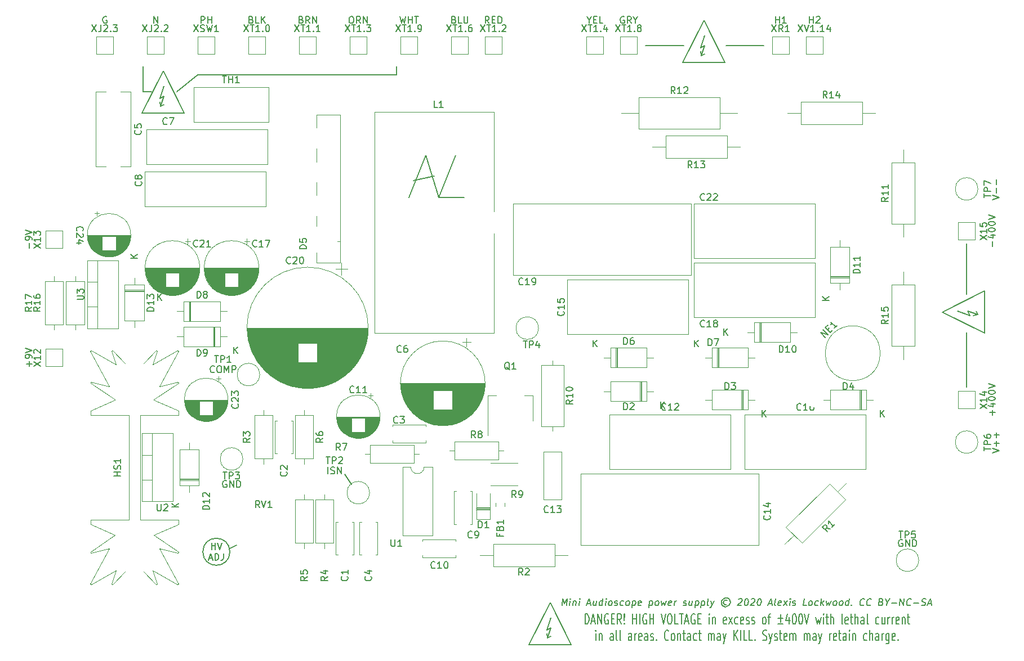
<source format=gbr>
G04 #@! TF.GenerationSoftware,KiCad,Pcbnew,(5.99.0-1101-g9de7547c2)*
G04 #@! TF.CreationDate,2020-03-19T22:24:47-06:00*
G04 #@! TF.ProjectId,pcb-power,7063622d-706f-4776-9572-2e6b69636164,rev?*
G04 #@! TF.SameCoordinates,Original*
G04 #@! TF.FileFunction,Legend,Top*
G04 #@! TF.FilePolarity,Positive*
%FSLAX46Y46*%
G04 Gerber Fmt 4.6, Leading zero omitted, Abs format (unit mm)*
G04 Created by KiCad (PCBNEW (5.99.0-1101-g9de7547c2)) date 2020-03-19 22:24:47*
%MOMM*%
%LPD*%
G01*
G04 APERTURE LIST*
%ADD10C,0.203200*%
%ADD11C,0.120000*%
%ADD12C,0.150000*%
%ADD13O,1.702000X1.702000*%
%ADD14C,1.702000*%
%ADD15C,1.362000*%
%ADD16C,2.302000*%
%ADD17R,1.702000X1.702000*%
%ADD18C,3.702000*%
%ADD19R,2.502000X1.702000*%
%ADD20O,2.502000X1.702000*%
%ADD21R,1.602000X2.102000*%
%ADD22R,3.902000X2.102000*%
%ADD23O,2.502000X2.502000*%
%ADD24C,2.502000*%
%ADD25C,1.002000*%
%ADD26C,8.702000*%
%ADD27O,2.102000X2.007000*%
%ADD28R,2.102000X2.007000*%
%ADD29C,2.902000*%
%ADD30C,2.102000*%
%ADD31C,1.702000*%
%ADD32C,6.102000*%
%ADD33O,2.302000X2.302000*%
%ADD34R,2.302000X2.302000*%
%ADD35R,1.302000X1.002000*%
%ADD36R,3.302000X3.302000*%
%ADD37C,3.302000*%
%ADD38R,2.502000X2.502000*%
G04 APERTURE END LIST*
D10*
X86360000Y-55880000D02*
X88900000Y-49530000D01*
X86995000Y-53340000D02*
X90170000Y-52705000D01*
X88900000Y-49530000D02*
X90805000Y-55880000D01*
X90805000Y-55880000D02*
X93345000Y-49530000D01*
X90805000Y-55880000D02*
X94615000Y-55880000D01*
X84455000Y-37465000D02*
X84455000Y-36195000D01*
X54610000Y-37465000D02*
X84455000Y-37465000D01*
X51435000Y-40005000D02*
X54610000Y-37465000D01*
X46355000Y-40005000D02*
X47625000Y-40005000D01*
X46355000Y-36195000D02*
X46355000Y-40005000D01*
X49530000Y-39116000D02*
X48895000Y-41021000D01*
X46228000Y-43180000D02*
X49403000Y-36830000D01*
X52578000Y-43180000D02*
X46228000Y-43180000D01*
X48895000Y-41529000D02*
X49022000Y-42164000D01*
X49403000Y-36830000D02*
X52578000Y-43180000D01*
X49530000Y-40640000D02*
X49022000Y-42164000D01*
X48895000Y-41021000D02*
X49530000Y-40640000D01*
X49530000Y-41910000D02*
X49022000Y-42164000D01*
X170180000Y-76200000D02*
X170180000Y-84455000D01*
X170180000Y-62865000D02*
X170180000Y-70485000D01*
X168783000Y-73025000D02*
X170688000Y-73660000D01*
X172847000Y-76327000D02*
X166497000Y-73152000D01*
X172847000Y-69977000D02*
X172847000Y-76327000D01*
X171196000Y-73660000D02*
X171831000Y-73533000D01*
X166497000Y-73152000D02*
X172847000Y-69977000D01*
X170307000Y-73025000D02*
X171831000Y-73533000D01*
X170688000Y-73660000D02*
X170307000Y-73025000D01*
X171577000Y-73025000D02*
X171831000Y-73533000D01*
X133985000Y-33020000D02*
X139700000Y-33020000D01*
X121920000Y-33020000D02*
X127635000Y-33020000D01*
X130683000Y-29210000D02*
X133858000Y-35560000D01*
X130810000Y-34290000D02*
X130302000Y-34544000D01*
X133858000Y-35560000D02*
X127508000Y-35560000D01*
X130810000Y-33020000D02*
X130302000Y-34544000D01*
X130175000Y-33401000D02*
X130810000Y-33020000D01*
X130175000Y-33909000D02*
X130302000Y-34544000D01*
X130810000Y-31496000D02*
X130175000Y-33401000D01*
X127508000Y-35560000D02*
X130683000Y-29210000D01*
X112824380Y-120112608D02*
X112824380Y-118588608D01*
X113066285Y-118588608D01*
X113211428Y-118661180D01*
X113308190Y-118806322D01*
X113356571Y-118951465D01*
X113404952Y-119241751D01*
X113404952Y-119459465D01*
X113356571Y-119749751D01*
X113308190Y-119894894D01*
X113211428Y-120040037D01*
X113066285Y-120112608D01*
X112824380Y-120112608D01*
X113792000Y-119677180D02*
X114275809Y-119677180D01*
X113695238Y-120112608D02*
X114033904Y-118588608D01*
X114372571Y-120112608D01*
X114711238Y-120112608D02*
X114711238Y-118588608D01*
X115291809Y-120112608D01*
X115291809Y-118588608D01*
X116307809Y-118661180D02*
X116211047Y-118588608D01*
X116065904Y-118588608D01*
X115920761Y-118661180D01*
X115824000Y-118806322D01*
X115775619Y-118951465D01*
X115727238Y-119241751D01*
X115727238Y-119459465D01*
X115775619Y-119749751D01*
X115824000Y-119894894D01*
X115920761Y-120040037D01*
X116065904Y-120112608D01*
X116162666Y-120112608D01*
X116307809Y-120040037D01*
X116356190Y-119967465D01*
X116356190Y-119459465D01*
X116162666Y-119459465D01*
X116791619Y-119314322D02*
X117130285Y-119314322D01*
X117275428Y-120112608D02*
X116791619Y-120112608D01*
X116791619Y-118588608D01*
X117275428Y-118588608D01*
X118291428Y-120112608D02*
X117952761Y-119386894D01*
X117710857Y-120112608D02*
X117710857Y-118588608D01*
X118097904Y-118588608D01*
X118194666Y-118661180D01*
X118243047Y-118733751D01*
X118291428Y-118878894D01*
X118291428Y-119096608D01*
X118243047Y-119241751D01*
X118194666Y-119314322D01*
X118097904Y-119386894D01*
X117710857Y-119386894D01*
X118726857Y-119967465D02*
X118775238Y-120040037D01*
X118726857Y-120112608D01*
X118678476Y-120040037D01*
X118726857Y-119967465D01*
X118726857Y-120112608D01*
X118726857Y-119532037D02*
X118678476Y-118661180D01*
X118726857Y-118588608D01*
X118775238Y-118661180D01*
X118726857Y-119532037D01*
X118726857Y-118588608D01*
X119984761Y-120112608D02*
X119984761Y-118588608D01*
X119984761Y-119314322D02*
X120565333Y-119314322D01*
X120565333Y-120112608D02*
X120565333Y-118588608D01*
X121049142Y-120112608D02*
X121049142Y-118588608D01*
X122065142Y-118661180D02*
X121968380Y-118588608D01*
X121823238Y-118588608D01*
X121678095Y-118661180D01*
X121581333Y-118806322D01*
X121532952Y-118951465D01*
X121484571Y-119241751D01*
X121484571Y-119459465D01*
X121532952Y-119749751D01*
X121581333Y-119894894D01*
X121678095Y-120040037D01*
X121823238Y-120112608D01*
X121920000Y-120112608D01*
X122065142Y-120040037D01*
X122113523Y-119967465D01*
X122113523Y-119459465D01*
X121920000Y-119459465D01*
X122548952Y-120112608D02*
X122548952Y-118588608D01*
X122548952Y-119314322D02*
X123129523Y-119314322D01*
X123129523Y-120112608D02*
X123129523Y-118588608D01*
X124242285Y-118588608D02*
X124580952Y-120112608D01*
X124919619Y-118588608D01*
X125451809Y-118588608D02*
X125645333Y-118588608D01*
X125742095Y-118661180D01*
X125838857Y-118806322D01*
X125887238Y-119096608D01*
X125887238Y-119604608D01*
X125838857Y-119894894D01*
X125742095Y-120040037D01*
X125645333Y-120112608D01*
X125451809Y-120112608D01*
X125355047Y-120040037D01*
X125258285Y-119894894D01*
X125209904Y-119604608D01*
X125209904Y-119096608D01*
X125258285Y-118806322D01*
X125355047Y-118661180D01*
X125451809Y-118588608D01*
X126806476Y-120112608D02*
X126322666Y-120112608D01*
X126322666Y-118588608D01*
X127000000Y-118588608D02*
X127580571Y-118588608D01*
X127290285Y-120112608D02*
X127290285Y-118588608D01*
X127870857Y-119677180D02*
X128354666Y-119677180D01*
X127774095Y-120112608D02*
X128112761Y-118588608D01*
X128451428Y-120112608D01*
X129322285Y-118661180D02*
X129225523Y-118588608D01*
X129080380Y-118588608D01*
X128935238Y-118661180D01*
X128838476Y-118806322D01*
X128790095Y-118951465D01*
X128741714Y-119241751D01*
X128741714Y-119459465D01*
X128790095Y-119749751D01*
X128838476Y-119894894D01*
X128935238Y-120040037D01*
X129080380Y-120112608D01*
X129177142Y-120112608D01*
X129322285Y-120040037D01*
X129370666Y-119967465D01*
X129370666Y-119459465D01*
X129177142Y-119459465D01*
X129806095Y-119314322D02*
X130144761Y-119314322D01*
X130289904Y-120112608D02*
X129806095Y-120112608D01*
X129806095Y-118588608D01*
X130289904Y-118588608D01*
X131499428Y-120112608D02*
X131499428Y-119096608D01*
X131499428Y-118588608D02*
X131451047Y-118661180D01*
X131499428Y-118733751D01*
X131547809Y-118661180D01*
X131499428Y-118588608D01*
X131499428Y-118733751D01*
X131983238Y-119096608D02*
X131983238Y-120112608D01*
X131983238Y-119241751D02*
X132031619Y-119169180D01*
X132128380Y-119096608D01*
X132273523Y-119096608D01*
X132370285Y-119169180D01*
X132418666Y-119314322D01*
X132418666Y-120112608D01*
X134063619Y-120040037D02*
X133966857Y-120112608D01*
X133773333Y-120112608D01*
X133676571Y-120040037D01*
X133628190Y-119894894D01*
X133628190Y-119314322D01*
X133676571Y-119169180D01*
X133773333Y-119096608D01*
X133966857Y-119096608D01*
X134063619Y-119169180D01*
X134112000Y-119314322D01*
X134112000Y-119459465D01*
X133628190Y-119604608D01*
X134450666Y-120112608D02*
X134982857Y-119096608D01*
X134450666Y-119096608D02*
X134982857Y-120112608D01*
X135805333Y-120040037D02*
X135708571Y-120112608D01*
X135515047Y-120112608D01*
X135418285Y-120040037D01*
X135369904Y-119967465D01*
X135321523Y-119822322D01*
X135321523Y-119386894D01*
X135369904Y-119241751D01*
X135418285Y-119169180D01*
X135515047Y-119096608D01*
X135708571Y-119096608D01*
X135805333Y-119169180D01*
X136627809Y-120040037D02*
X136531047Y-120112608D01*
X136337523Y-120112608D01*
X136240761Y-120040037D01*
X136192380Y-119894894D01*
X136192380Y-119314322D01*
X136240761Y-119169180D01*
X136337523Y-119096608D01*
X136531047Y-119096608D01*
X136627809Y-119169180D01*
X136676190Y-119314322D01*
X136676190Y-119459465D01*
X136192380Y-119604608D01*
X137063238Y-120040037D02*
X137160000Y-120112608D01*
X137353523Y-120112608D01*
X137450285Y-120040037D01*
X137498666Y-119894894D01*
X137498666Y-119822322D01*
X137450285Y-119677180D01*
X137353523Y-119604608D01*
X137208380Y-119604608D01*
X137111619Y-119532037D01*
X137063238Y-119386894D01*
X137063238Y-119314322D01*
X137111619Y-119169180D01*
X137208380Y-119096608D01*
X137353523Y-119096608D01*
X137450285Y-119169180D01*
X137885714Y-120040037D02*
X137982476Y-120112608D01*
X138176000Y-120112608D01*
X138272761Y-120040037D01*
X138321142Y-119894894D01*
X138321142Y-119822322D01*
X138272761Y-119677180D01*
X138176000Y-119604608D01*
X138030857Y-119604608D01*
X137934095Y-119532037D01*
X137885714Y-119386894D01*
X137885714Y-119314322D01*
X137934095Y-119169180D01*
X138030857Y-119096608D01*
X138176000Y-119096608D01*
X138272761Y-119169180D01*
X139675809Y-120112608D02*
X139579047Y-120040037D01*
X139530666Y-119967465D01*
X139482285Y-119822322D01*
X139482285Y-119386894D01*
X139530666Y-119241751D01*
X139579047Y-119169180D01*
X139675809Y-119096608D01*
X139820952Y-119096608D01*
X139917714Y-119169180D01*
X139966095Y-119241751D01*
X140014476Y-119386894D01*
X140014476Y-119822322D01*
X139966095Y-119967465D01*
X139917714Y-120040037D01*
X139820952Y-120112608D01*
X139675809Y-120112608D01*
X140304761Y-119096608D02*
X140691809Y-119096608D01*
X140449904Y-120112608D02*
X140449904Y-118806322D01*
X140498285Y-118661180D01*
X140595047Y-118588608D01*
X140691809Y-118588608D01*
X141804571Y-119241751D02*
X142578666Y-119241751D01*
X142191619Y-119822322D02*
X142191619Y-118661180D01*
X142578666Y-120112608D02*
X141804571Y-120112608D01*
X143497904Y-119096608D02*
X143497904Y-120112608D01*
X143256000Y-118516037D02*
X143014095Y-119604608D01*
X143643047Y-119604608D01*
X144223619Y-118588608D02*
X144320380Y-118588608D01*
X144417142Y-118661180D01*
X144465523Y-118733751D01*
X144513904Y-118878894D01*
X144562285Y-119169180D01*
X144562285Y-119532037D01*
X144513904Y-119822322D01*
X144465523Y-119967465D01*
X144417142Y-120040037D01*
X144320380Y-120112608D01*
X144223619Y-120112608D01*
X144126857Y-120040037D01*
X144078476Y-119967465D01*
X144030095Y-119822322D01*
X143981714Y-119532037D01*
X143981714Y-119169180D01*
X144030095Y-118878894D01*
X144078476Y-118733751D01*
X144126857Y-118661180D01*
X144223619Y-118588608D01*
X145191238Y-118588608D02*
X145288000Y-118588608D01*
X145384761Y-118661180D01*
X145433142Y-118733751D01*
X145481523Y-118878894D01*
X145529904Y-119169180D01*
X145529904Y-119532037D01*
X145481523Y-119822322D01*
X145433142Y-119967465D01*
X145384761Y-120040037D01*
X145288000Y-120112608D01*
X145191238Y-120112608D01*
X145094476Y-120040037D01*
X145046095Y-119967465D01*
X144997714Y-119822322D01*
X144949333Y-119532037D01*
X144949333Y-119169180D01*
X144997714Y-118878894D01*
X145046095Y-118733751D01*
X145094476Y-118661180D01*
X145191238Y-118588608D01*
X145820190Y-118588608D02*
X146158857Y-120112608D01*
X146497523Y-118588608D01*
X147513523Y-119096608D02*
X147707047Y-120112608D01*
X147900571Y-119386894D01*
X148094095Y-120112608D01*
X148287619Y-119096608D01*
X148674666Y-120112608D02*
X148674666Y-119096608D01*
X148674666Y-118588608D02*
X148626285Y-118661180D01*
X148674666Y-118733751D01*
X148723047Y-118661180D01*
X148674666Y-118588608D01*
X148674666Y-118733751D01*
X149013333Y-119096608D02*
X149400380Y-119096608D01*
X149158476Y-118588608D02*
X149158476Y-119894894D01*
X149206857Y-120040037D01*
X149303619Y-120112608D01*
X149400380Y-120112608D01*
X149739047Y-120112608D02*
X149739047Y-118588608D01*
X150174476Y-120112608D02*
X150174476Y-119314322D01*
X150126095Y-119169180D01*
X150029333Y-119096608D01*
X149884190Y-119096608D01*
X149787428Y-119169180D01*
X149739047Y-119241751D01*
X151577523Y-120112608D02*
X151480761Y-120040037D01*
X151432380Y-119894894D01*
X151432380Y-118588608D01*
X152351619Y-120040037D02*
X152254857Y-120112608D01*
X152061333Y-120112608D01*
X151964571Y-120040037D01*
X151916190Y-119894894D01*
X151916190Y-119314322D01*
X151964571Y-119169180D01*
X152061333Y-119096608D01*
X152254857Y-119096608D01*
X152351619Y-119169180D01*
X152400000Y-119314322D01*
X152400000Y-119459465D01*
X151916190Y-119604608D01*
X152690285Y-119096608D02*
X153077333Y-119096608D01*
X152835428Y-118588608D02*
X152835428Y-119894894D01*
X152883809Y-120040037D01*
X152980571Y-120112608D01*
X153077333Y-120112608D01*
X153416000Y-120112608D02*
X153416000Y-118588608D01*
X153851428Y-120112608D02*
X153851428Y-119314322D01*
X153803047Y-119169180D01*
X153706285Y-119096608D01*
X153561142Y-119096608D01*
X153464380Y-119169180D01*
X153416000Y-119241751D01*
X154770666Y-120112608D02*
X154770666Y-119314322D01*
X154722285Y-119169180D01*
X154625523Y-119096608D01*
X154432000Y-119096608D01*
X154335238Y-119169180D01*
X154770666Y-120040037D02*
X154673904Y-120112608D01*
X154432000Y-120112608D01*
X154335238Y-120040037D01*
X154286857Y-119894894D01*
X154286857Y-119749751D01*
X154335238Y-119604608D01*
X154432000Y-119532037D01*
X154673904Y-119532037D01*
X154770666Y-119459465D01*
X155399619Y-120112608D02*
X155302857Y-120040037D01*
X155254476Y-119894894D01*
X155254476Y-118588608D01*
X156996190Y-120040037D02*
X156899428Y-120112608D01*
X156705904Y-120112608D01*
X156609142Y-120040037D01*
X156560761Y-119967465D01*
X156512380Y-119822322D01*
X156512380Y-119386894D01*
X156560761Y-119241751D01*
X156609142Y-119169180D01*
X156705904Y-119096608D01*
X156899428Y-119096608D01*
X156996190Y-119169180D01*
X157867047Y-119096608D02*
X157867047Y-120112608D01*
X157431619Y-119096608D02*
X157431619Y-119894894D01*
X157480000Y-120040037D01*
X157576761Y-120112608D01*
X157721904Y-120112608D01*
X157818666Y-120040037D01*
X157867047Y-119967465D01*
X158350857Y-120112608D02*
X158350857Y-119096608D01*
X158350857Y-119386894D02*
X158399238Y-119241751D01*
X158447619Y-119169180D01*
X158544380Y-119096608D01*
X158641142Y-119096608D01*
X158979809Y-120112608D02*
X158979809Y-119096608D01*
X158979809Y-119386894D02*
X159028190Y-119241751D01*
X159076571Y-119169180D01*
X159173333Y-119096608D01*
X159270095Y-119096608D01*
X159995809Y-120040037D02*
X159899047Y-120112608D01*
X159705523Y-120112608D01*
X159608761Y-120040037D01*
X159560380Y-119894894D01*
X159560380Y-119314322D01*
X159608761Y-119169180D01*
X159705523Y-119096608D01*
X159899047Y-119096608D01*
X159995809Y-119169180D01*
X160044190Y-119314322D01*
X160044190Y-119459465D01*
X159560380Y-119604608D01*
X160479619Y-119096608D02*
X160479619Y-120112608D01*
X160479619Y-119241751D02*
X160528000Y-119169180D01*
X160624761Y-119096608D01*
X160769904Y-119096608D01*
X160866666Y-119169180D01*
X160915047Y-119314322D01*
X160915047Y-120112608D01*
X161253714Y-119096608D02*
X161640761Y-119096608D01*
X161398857Y-118588608D02*
X161398857Y-119894894D01*
X161447238Y-120040037D01*
X161544000Y-120112608D01*
X161640761Y-120112608D01*
X114445142Y-122566248D02*
X114445142Y-121550248D01*
X114445142Y-121042248D02*
X114396761Y-121114820D01*
X114445142Y-121187391D01*
X114493523Y-121114820D01*
X114445142Y-121042248D01*
X114445142Y-121187391D01*
X114928952Y-121550248D02*
X114928952Y-122566248D01*
X114928952Y-121695391D02*
X114977333Y-121622820D01*
X115074095Y-121550248D01*
X115219238Y-121550248D01*
X115316000Y-121622820D01*
X115364380Y-121767962D01*
X115364380Y-122566248D01*
X117057714Y-122566248D02*
X117057714Y-121767962D01*
X117009333Y-121622820D01*
X116912571Y-121550248D01*
X116719047Y-121550248D01*
X116622285Y-121622820D01*
X117057714Y-122493677D02*
X116960952Y-122566248D01*
X116719047Y-122566248D01*
X116622285Y-122493677D01*
X116573904Y-122348534D01*
X116573904Y-122203391D01*
X116622285Y-122058248D01*
X116719047Y-121985677D01*
X116960952Y-121985677D01*
X117057714Y-121913105D01*
X117686666Y-122566248D02*
X117589904Y-122493677D01*
X117541523Y-122348534D01*
X117541523Y-121042248D01*
X118218857Y-122566248D02*
X118122095Y-122493677D01*
X118073714Y-122348534D01*
X118073714Y-121042248D01*
X119815428Y-122566248D02*
X119815428Y-121767962D01*
X119767047Y-121622820D01*
X119670285Y-121550248D01*
X119476761Y-121550248D01*
X119380000Y-121622820D01*
X119815428Y-122493677D02*
X119718666Y-122566248D01*
X119476761Y-122566248D01*
X119380000Y-122493677D01*
X119331619Y-122348534D01*
X119331619Y-122203391D01*
X119380000Y-122058248D01*
X119476761Y-121985677D01*
X119718666Y-121985677D01*
X119815428Y-121913105D01*
X120299238Y-122566248D02*
X120299238Y-121550248D01*
X120299238Y-121840534D02*
X120347619Y-121695391D01*
X120396000Y-121622820D01*
X120492761Y-121550248D01*
X120589523Y-121550248D01*
X121315238Y-122493677D02*
X121218476Y-122566248D01*
X121024952Y-122566248D01*
X120928190Y-122493677D01*
X120879809Y-122348534D01*
X120879809Y-121767962D01*
X120928190Y-121622820D01*
X121024952Y-121550248D01*
X121218476Y-121550248D01*
X121315238Y-121622820D01*
X121363619Y-121767962D01*
X121363619Y-121913105D01*
X120879809Y-122058248D01*
X122234476Y-122566248D02*
X122234476Y-121767962D01*
X122186095Y-121622820D01*
X122089333Y-121550248D01*
X121895809Y-121550248D01*
X121799047Y-121622820D01*
X122234476Y-122493677D02*
X122137714Y-122566248D01*
X121895809Y-122566248D01*
X121799047Y-122493677D01*
X121750666Y-122348534D01*
X121750666Y-122203391D01*
X121799047Y-122058248D01*
X121895809Y-121985677D01*
X122137714Y-121985677D01*
X122234476Y-121913105D01*
X122669904Y-122493677D02*
X122766666Y-122566248D01*
X122960190Y-122566248D01*
X123056952Y-122493677D01*
X123105333Y-122348534D01*
X123105333Y-122275962D01*
X123056952Y-122130820D01*
X122960190Y-122058248D01*
X122815047Y-122058248D01*
X122718285Y-121985677D01*
X122669904Y-121840534D01*
X122669904Y-121767962D01*
X122718285Y-121622820D01*
X122815047Y-121550248D01*
X122960190Y-121550248D01*
X123056952Y-121622820D01*
X123540761Y-122421105D02*
X123589142Y-122493677D01*
X123540761Y-122566248D01*
X123492380Y-122493677D01*
X123540761Y-122421105D01*
X123540761Y-122566248D01*
X125379238Y-122421105D02*
X125330857Y-122493677D01*
X125185714Y-122566248D01*
X125088952Y-122566248D01*
X124943809Y-122493677D01*
X124847047Y-122348534D01*
X124798666Y-122203391D01*
X124750285Y-121913105D01*
X124750285Y-121695391D01*
X124798666Y-121405105D01*
X124847047Y-121259962D01*
X124943809Y-121114820D01*
X125088952Y-121042248D01*
X125185714Y-121042248D01*
X125330857Y-121114820D01*
X125379238Y-121187391D01*
X125959809Y-122566248D02*
X125863047Y-122493677D01*
X125814666Y-122421105D01*
X125766285Y-122275962D01*
X125766285Y-121840534D01*
X125814666Y-121695391D01*
X125863047Y-121622820D01*
X125959809Y-121550248D01*
X126104952Y-121550248D01*
X126201714Y-121622820D01*
X126250095Y-121695391D01*
X126298476Y-121840534D01*
X126298476Y-122275962D01*
X126250095Y-122421105D01*
X126201714Y-122493677D01*
X126104952Y-122566248D01*
X125959809Y-122566248D01*
X126733904Y-121550248D02*
X126733904Y-122566248D01*
X126733904Y-121695391D02*
X126782285Y-121622820D01*
X126879047Y-121550248D01*
X127024190Y-121550248D01*
X127120952Y-121622820D01*
X127169333Y-121767962D01*
X127169333Y-122566248D01*
X127508000Y-121550248D02*
X127895047Y-121550248D01*
X127653142Y-121042248D02*
X127653142Y-122348534D01*
X127701523Y-122493677D01*
X127798285Y-122566248D01*
X127895047Y-122566248D01*
X128669142Y-122566248D02*
X128669142Y-121767962D01*
X128620761Y-121622820D01*
X128524000Y-121550248D01*
X128330476Y-121550248D01*
X128233714Y-121622820D01*
X128669142Y-122493677D02*
X128572380Y-122566248D01*
X128330476Y-122566248D01*
X128233714Y-122493677D01*
X128185333Y-122348534D01*
X128185333Y-122203391D01*
X128233714Y-122058248D01*
X128330476Y-121985677D01*
X128572380Y-121985677D01*
X128669142Y-121913105D01*
X129588380Y-122493677D02*
X129491619Y-122566248D01*
X129298095Y-122566248D01*
X129201333Y-122493677D01*
X129152952Y-122421105D01*
X129104571Y-122275962D01*
X129104571Y-121840534D01*
X129152952Y-121695391D01*
X129201333Y-121622820D01*
X129298095Y-121550248D01*
X129491619Y-121550248D01*
X129588380Y-121622820D01*
X129878666Y-121550248D02*
X130265714Y-121550248D01*
X130023809Y-121042248D02*
X130023809Y-122348534D01*
X130072190Y-122493677D01*
X130168952Y-122566248D01*
X130265714Y-122566248D01*
X131378476Y-122566248D02*
X131378476Y-121550248D01*
X131378476Y-121695391D02*
X131426857Y-121622820D01*
X131523619Y-121550248D01*
X131668761Y-121550248D01*
X131765523Y-121622820D01*
X131813904Y-121767962D01*
X131813904Y-122566248D01*
X131813904Y-121767962D02*
X131862285Y-121622820D01*
X131959047Y-121550248D01*
X132104190Y-121550248D01*
X132200952Y-121622820D01*
X132249333Y-121767962D01*
X132249333Y-122566248D01*
X133168571Y-122566248D02*
X133168571Y-121767962D01*
X133120190Y-121622820D01*
X133023428Y-121550248D01*
X132829904Y-121550248D01*
X132733142Y-121622820D01*
X133168571Y-122493677D02*
X133071809Y-122566248D01*
X132829904Y-122566248D01*
X132733142Y-122493677D01*
X132684761Y-122348534D01*
X132684761Y-122203391D01*
X132733142Y-122058248D01*
X132829904Y-121985677D01*
X133071809Y-121985677D01*
X133168571Y-121913105D01*
X133555619Y-121550248D02*
X133797523Y-122566248D01*
X134039428Y-121550248D02*
X133797523Y-122566248D01*
X133700761Y-122929105D01*
X133652380Y-123001677D01*
X133555619Y-123074248D01*
X135200571Y-122566248D02*
X135200571Y-121042248D01*
X135781142Y-122566248D02*
X135345714Y-121695391D01*
X135781142Y-121042248D02*
X135200571Y-121913105D01*
X136216571Y-122566248D02*
X136216571Y-121042248D01*
X137184190Y-122566248D02*
X136700380Y-122566248D01*
X136700380Y-121042248D01*
X138006666Y-122566248D02*
X137522857Y-122566248D01*
X137522857Y-121042248D01*
X138345333Y-122421105D02*
X138393714Y-122493677D01*
X138345333Y-122566248D01*
X138296952Y-122493677D01*
X138345333Y-122421105D01*
X138345333Y-122566248D01*
X139554857Y-122493677D02*
X139700000Y-122566248D01*
X139941904Y-122566248D01*
X140038666Y-122493677D01*
X140087047Y-122421105D01*
X140135428Y-122275962D01*
X140135428Y-122130820D01*
X140087047Y-121985677D01*
X140038666Y-121913105D01*
X139941904Y-121840534D01*
X139748380Y-121767962D01*
X139651619Y-121695391D01*
X139603238Y-121622820D01*
X139554857Y-121477677D01*
X139554857Y-121332534D01*
X139603238Y-121187391D01*
X139651619Y-121114820D01*
X139748380Y-121042248D01*
X139990285Y-121042248D01*
X140135428Y-121114820D01*
X140474095Y-121550248D02*
X140716000Y-122566248D01*
X140957904Y-121550248D02*
X140716000Y-122566248D01*
X140619238Y-122929105D01*
X140570857Y-123001677D01*
X140474095Y-123074248D01*
X141296571Y-122493677D02*
X141393333Y-122566248D01*
X141586857Y-122566248D01*
X141683619Y-122493677D01*
X141732000Y-122348534D01*
X141732000Y-122275962D01*
X141683619Y-122130820D01*
X141586857Y-122058248D01*
X141441714Y-122058248D01*
X141344952Y-121985677D01*
X141296571Y-121840534D01*
X141296571Y-121767962D01*
X141344952Y-121622820D01*
X141441714Y-121550248D01*
X141586857Y-121550248D01*
X141683619Y-121622820D01*
X142022285Y-121550248D02*
X142409333Y-121550248D01*
X142167428Y-121042248D02*
X142167428Y-122348534D01*
X142215809Y-122493677D01*
X142312571Y-122566248D01*
X142409333Y-122566248D01*
X143135047Y-122493677D02*
X143038285Y-122566248D01*
X142844761Y-122566248D01*
X142748000Y-122493677D01*
X142699619Y-122348534D01*
X142699619Y-121767962D01*
X142748000Y-121622820D01*
X142844761Y-121550248D01*
X143038285Y-121550248D01*
X143135047Y-121622820D01*
X143183428Y-121767962D01*
X143183428Y-121913105D01*
X142699619Y-122058248D01*
X143618857Y-122566248D02*
X143618857Y-121550248D01*
X143618857Y-121695391D02*
X143667238Y-121622820D01*
X143764000Y-121550248D01*
X143909142Y-121550248D01*
X144005904Y-121622820D01*
X144054285Y-121767962D01*
X144054285Y-122566248D01*
X144054285Y-121767962D02*
X144102666Y-121622820D01*
X144199428Y-121550248D01*
X144344571Y-121550248D01*
X144441333Y-121622820D01*
X144489714Y-121767962D01*
X144489714Y-122566248D01*
X145747619Y-122566248D02*
X145747619Y-121550248D01*
X145747619Y-121695391D02*
X145796000Y-121622820D01*
X145892761Y-121550248D01*
X146037904Y-121550248D01*
X146134666Y-121622820D01*
X146183047Y-121767962D01*
X146183047Y-122566248D01*
X146183047Y-121767962D02*
X146231428Y-121622820D01*
X146328190Y-121550248D01*
X146473333Y-121550248D01*
X146570095Y-121622820D01*
X146618476Y-121767962D01*
X146618476Y-122566248D01*
X147537714Y-122566248D02*
X147537714Y-121767962D01*
X147489333Y-121622820D01*
X147392571Y-121550248D01*
X147199047Y-121550248D01*
X147102285Y-121622820D01*
X147537714Y-122493677D02*
X147440952Y-122566248D01*
X147199047Y-122566248D01*
X147102285Y-122493677D01*
X147053904Y-122348534D01*
X147053904Y-122203391D01*
X147102285Y-122058248D01*
X147199047Y-121985677D01*
X147440952Y-121985677D01*
X147537714Y-121913105D01*
X147924761Y-121550248D02*
X148166666Y-122566248D01*
X148408571Y-121550248D02*
X148166666Y-122566248D01*
X148069904Y-122929105D01*
X148021523Y-123001677D01*
X147924761Y-123074248D01*
X149569714Y-122566248D02*
X149569714Y-121550248D01*
X149569714Y-121840534D02*
X149618095Y-121695391D01*
X149666476Y-121622820D01*
X149763238Y-121550248D01*
X149860000Y-121550248D01*
X150585714Y-122493677D02*
X150488952Y-122566248D01*
X150295428Y-122566248D01*
X150198666Y-122493677D01*
X150150285Y-122348534D01*
X150150285Y-121767962D01*
X150198666Y-121622820D01*
X150295428Y-121550248D01*
X150488952Y-121550248D01*
X150585714Y-121622820D01*
X150634095Y-121767962D01*
X150634095Y-121913105D01*
X150150285Y-122058248D01*
X150924380Y-121550248D02*
X151311428Y-121550248D01*
X151069523Y-121042248D02*
X151069523Y-122348534D01*
X151117904Y-122493677D01*
X151214666Y-122566248D01*
X151311428Y-122566248D01*
X152085523Y-122566248D02*
X152085523Y-121767962D01*
X152037142Y-121622820D01*
X151940380Y-121550248D01*
X151746857Y-121550248D01*
X151650095Y-121622820D01*
X152085523Y-122493677D02*
X151988761Y-122566248D01*
X151746857Y-122566248D01*
X151650095Y-122493677D01*
X151601714Y-122348534D01*
X151601714Y-122203391D01*
X151650095Y-122058248D01*
X151746857Y-121985677D01*
X151988761Y-121985677D01*
X152085523Y-121913105D01*
X152569333Y-122566248D02*
X152569333Y-121550248D01*
X152569333Y-121042248D02*
X152520952Y-121114820D01*
X152569333Y-121187391D01*
X152617714Y-121114820D01*
X152569333Y-121042248D01*
X152569333Y-121187391D01*
X153053142Y-121550248D02*
X153053142Y-122566248D01*
X153053142Y-121695391D02*
X153101523Y-121622820D01*
X153198285Y-121550248D01*
X153343428Y-121550248D01*
X153440190Y-121622820D01*
X153488571Y-121767962D01*
X153488571Y-122566248D01*
X155181904Y-122493677D02*
X155085142Y-122566248D01*
X154891619Y-122566248D01*
X154794857Y-122493677D01*
X154746476Y-122421105D01*
X154698095Y-122275962D01*
X154698095Y-121840534D01*
X154746476Y-121695391D01*
X154794857Y-121622820D01*
X154891619Y-121550248D01*
X155085142Y-121550248D01*
X155181904Y-121622820D01*
X155617333Y-122566248D02*
X155617333Y-121042248D01*
X156052761Y-122566248D02*
X156052761Y-121767962D01*
X156004380Y-121622820D01*
X155907619Y-121550248D01*
X155762476Y-121550248D01*
X155665714Y-121622820D01*
X155617333Y-121695391D01*
X156972000Y-122566248D02*
X156972000Y-121767962D01*
X156923619Y-121622820D01*
X156826857Y-121550248D01*
X156633333Y-121550248D01*
X156536571Y-121622820D01*
X156972000Y-122493677D02*
X156875238Y-122566248D01*
X156633333Y-122566248D01*
X156536571Y-122493677D01*
X156488190Y-122348534D01*
X156488190Y-122203391D01*
X156536571Y-122058248D01*
X156633333Y-121985677D01*
X156875238Y-121985677D01*
X156972000Y-121913105D01*
X157455809Y-122566248D02*
X157455809Y-121550248D01*
X157455809Y-121840534D02*
X157504190Y-121695391D01*
X157552571Y-121622820D01*
X157649333Y-121550248D01*
X157746095Y-121550248D01*
X158520190Y-121550248D02*
X158520190Y-122783962D01*
X158471809Y-122929105D01*
X158423428Y-123001677D01*
X158326666Y-123074248D01*
X158181523Y-123074248D01*
X158084761Y-123001677D01*
X158520190Y-122493677D02*
X158423428Y-122566248D01*
X158229904Y-122566248D01*
X158133142Y-122493677D01*
X158084761Y-122421105D01*
X158036380Y-122275962D01*
X158036380Y-121840534D01*
X158084761Y-121695391D01*
X158133142Y-121622820D01*
X158229904Y-121550248D01*
X158423428Y-121550248D01*
X158520190Y-121622820D01*
X159391047Y-122493677D02*
X159294285Y-122566248D01*
X159100761Y-122566248D01*
X159004000Y-122493677D01*
X158955619Y-122348534D01*
X158955619Y-121767962D01*
X159004000Y-121622820D01*
X159100761Y-121550248D01*
X159294285Y-121550248D01*
X159391047Y-121622820D01*
X159439428Y-121767962D01*
X159439428Y-121913105D01*
X158955619Y-122058248D01*
X159874857Y-122421105D02*
X159923238Y-122493677D01*
X159874857Y-122566248D01*
X159826476Y-122493677D01*
X159874857Y-122421105D01*
X159874857Y-122566248D01*
X104394000Y-123190000D02*
X107569000Y-116840000D01*
X107696000Y-119126000D02*
X107061000Y-121031000D01*
X107061000Y-121539000D02*
X107188000Y-122174000D01*
X107061000Y-121031000D02*
X107696000Y-120650000D01*
X107696000Y-120650000D02*
X107188000Y-122174000D01*
X110744000Y-123190000D02*
X104394000Y-123190000D01*
X107696000Y-121920000D02*
X107188000Y-122174000D01*
X107569000Y-116840000D02*
X110744000Y-123190000D01*
X59436000Y-108712000D02*
X60452000Y-108204000D01*
X59436000Y-109220000D02*
G75*
G03*
X59436000Y-109220000I-2032000J0D01*
G01*
X56678285Y-108861739D02*
X56678285Y-107845739D01*
X56678285Y-108329548D02*
X57258857Y-108329548D01*
X57258857Y-108861739D02*
X57258857Y-107845739D01*
X57597523Y-107845739D02*
X57936190Y-108861739D01*
X58274857Y-107845739D01*
X56267047Y-110207213D02*
X56750857Y-110207213D01*
X56170285Y-110497499D02*
X56508952Y-109481499D01*
X56847619Y-110497499D01*
X57186285Y-110497499D02*
X57186285Y-109481499D01*
X57428190Y-109481499D01*
X57573333Y-109529880D01*
X57670095Y-109626641D01*
X57718476Y-109723403D01*
X57766857Y-109916927D01*
X57766857Y-110062070D01*
X57718476Y-110255594D01*
X57670095Y-110352356D01*
X57573333Y-110449118D01*
X57428190Y-110497499D01*
X57186285Y-110497499D01*
X58492571Y-109481499D02*
X58492571Y-110207213D01*
X58444190Y-110352356D01*
X58347428Y-110449118D01*
X58202285Y-110497499D01*
X58105523Y-110497499D01*
X109341526Y-117299619D02*
X109468526Y-116283619D01*
X109716479Y-117009333D01*
X110145860Y-116283619D01*
X110018860Y-117299619D01*
X110502669Y-117299619D02*
X110587336Y-116622285D01*
X110629669Y-116283619D02*
X110575241Y-116332000D01*
X110617574Y-116380380D01*
X110672003Y-116332000D01*
X110629669Y-116283619D01*
X110617574Y-116380380D01*
X111071145Y-116622285D02*
X110986479Y-117299619D01*
X111059050Y-116719047D02*
X111113479Y-116670666D01*
X111216288Y-116622285D01*
X111361431Y-116622285D01*
X111452145Y-116670666D01*
X111488431Y-116767428D01*
X111421907Y-117299619D01*
X111905717Y-117299619D02*
X111990384Y-116622285D01*
X112032717Y-116283619D02*
X111978288Y-116332000D01*
X112020622Y-116380380D01*
X112075050Y-116332000D01*
X112032717Y-116283619D01*
X112020622Y-116380380D01*
X113151526Y-117009333D02*
X113635336Y-117009333D01*
X113018479Y-117299619D02*
X113484145Y-116283619D01*
X113695812Y-117299619D01*
X114554574Y-116622285D02*
X114469907Y-117299619D01*
X114119145Y-116622285D02*
X114052622Y-117154476D01*
X114088907Y-117251238D01*
X114179622Y-117299619D01*
X114324765Y-117299619D01*
X114427574Y-117251238D01*
X114482003Y-117202857D01*
X115389145Y-117299619D02*
X115516145Y-116283619D01*
X115395193Y-117251238D02*
X115292384Y-117299619D01*
X115098860Y-117299619D01*
X115008145Y-117251238D01*
X114965812Y-117202857D01*
X114929526Y-117106095D01*
X114965812Y-116815809D01*
X115026288Y-116719047D01*
X115080717Y-116670666D01*
X115183526Y-116622285D01*
X115377050Y-116622285D01*
X115467765Y-116670666D01*
X115872955Y-117299619D02*
X115957622Y-116622285D01*
X115999955Y-116283619D02*
X115945526Y-116332000D01*
X115987860Y-116380380D01*
X116042288Y-116332000D01*
X115999955Y-116283619D01*
X115987860Y-116380380D01*
X116501907Y-117299619D02*
X116411193Y-117251238D01*
X116368860Y-117202857D01*
X116332574Y-117106095D01*
X116368860Y-116815809D01*
X116429336Y-116719047D01*
X116483765Y-116670666D01*
X116586574Y-116622285D01*
X116731717Y-116622285D01*
X116822431Y-116670666D01*
X116864765Y-116719047D01*
X116901050Y-116815809D01*
X116864765Y-117106095D01*
X116804288Y-117202857D01*
X116749860Y-117251238D01*
X116647050Y-117299619D01*
X116501907Y-117299619D01*
X117233669Y-117251238D02*
X117324384Y-117299619D01*
X117517907Y-117299619D01*
X117620717Y-117251238D01*
X117681193Y-117154476D01*
X117687241Y-117106095D01*
X117650955Y-117009333D01*
X117560241Y-116960952D01*
X117415098Y-116960952D01*
X117324384Y-116912571D01*
X117288098Y-116815809D01*
X117294145Y-116767428D01*
X117354622Y-116670666D01*
X117457431Y-116622285D01*
X117602574Y-116622285D01*
X117693288Y-116670666D01*
X118539955Y-117251238D02*
X118437145Y-117299619D01*
X118243622Y-117299619D01*
X118152907Y-117251238D01*
X118110574Y-117202857D01*
X118074288Y-117106095D01*
X118110574Y-116815809D01*
X118171050Y-116719047D01*
X118225479Y-116670666D01*
X118328288Y-116622285D01*
X118521812Y-116622285D01*
X118612526Y-116670666D01*
X119114479Y-117299619D02*
X119023765Y-117251238D01*
X118981431Y-117202857D01*
X118945145Y-117106095D01*
X118981431Y-116815809D01*
X119041907Y-116719047D01*
X119096336Y-116670666D01*
X119199145Y-116622285D01*
X119344288Y-116622285D01*
X119435003Y-116670666D01*
X119477336Y-116719047D01*
X119513622Y-116815809D01*
X119477336Y-117106095D01*
X119416860Y-117202857D01*
X119362431Y-117251238D01*
X119259622Y-117299619D01*
X119114479Y-117299619D01*
X119973241Y-116622285D02*
X119846241Y-117638285D01*
X119967193Y-116670666D02*
X120070003Y-116622285D01*
X120263526Y-116622285D01*
X120354241Y-116670666D01*
X120396574Y-116719047D01*
X120432860Y-116815809D01*
X120396574Y-117106095D01*
X120336098Y-117202857D01*
X120281669Y-117251238D01*
X120178860Y-117299619D01*
X119985336Y-117299619D01*
X119894622Y-117251238D01*
X121200907Y-117251238D02*
X121098098Y-117299619D01*
X120904574Y-117299619D01*
X120813860Y-117251238D01*
X120777574Y-117154476D01*
X120825955Y-116767428D01*
X120886431Y-116670666D01*
X120989241Y-116622285D01*
X121182765Y-116622285D01*
X121273479Y-116670666D01*
X121309765Y-116767428D01*
X121297669Y-116864190D01*
X120801765Y-116960952D01*
X122537431Y-116622285D02*
X122410431Y-117638285D01*
X122531384Y-116670666D02*
X122634193Y-116622285D01*
X122827717Y-116622285D01*
X122918431Y-116670666D01*
X122960765Y-116719047D01*
X122997050Y-116815809D01*
X122960765Y-117106095D01*
X122900288Y-117202857D01*
X122845860Y-117251238D01*
X122743050Y-117299619D01*
X122549526Y-117299619D01*
X122458812Y-117251238D01*
X123517145Y-117299619D02*
X123426431Y-117251238D01*
X123384098Y-117202857D01*
X123347812Y-117106095D01*
X123384098Y-116815809D01*
X123444574Y-116719047D01*
X123499003Y-116670666D01*
X123601812Y-116622285D01*
X123746955Y-116622285D01*
X123837669Y-116670666D01*
X123880003Y-116719047D01*
X123916288Y-116815809D01*
X123880003Y-117106095D01*
X123819526Y-117202857D01*
X123765098Y-117251238D01*
X123662288Y-117299619D01*
X123517145Y-117299619D01*
X124279145Y-116622285D02*
X124388003Y-117299619D01*
X124642003Y-116815809D01*
X124775050Y-117299619D01*
X125053241Y-116622285D01*
X125748717Y-117251238D02*
X125645907Y-117299619D01*
X125452384Y-117299619D01*
X125361669Y-117251238D01*
X125325384Y-117154476D01*
X125373765Y-116767428D01*
X125434241Y-116670666D01*
X125537050Y-116622285D01*
X125730574Y-116622285D01*
X125821288Y-116670666D01*
X125857574Y-116767428D01*
X125845479Y-116864190D01*
X125349574Y-116960952D01*
X126226479Y-117299619D02*
X126311145Y-116622285D01*
X126286955Y-116815809D02*
X126347431Y-116719047D01*
X126401860Y-116670666D01*
X126504669Y-116622285D01*
X126601431Y-116622285D01*
X127587193Y-117251238D02*
X127677907Y-117299619D01*
X127871431Y-117299619D01*
X127974241Y-117251238D01*
X128034717Y-117154476D01*
X128040765Y-117106095D01*
X128004479Y-117009333D01*
X127913765Y-116960952D01*
X127768622Y-116960952D01*
X127677907Y-116912571D01*
X127641622Y-116815809D01*
X127647669Y-116767428D01*
X127708145Y-116670666D01*
X127810955Y-116622285D01*
X127956098Y-116622285D01*
X128046812Y-116670666D01*
X128972098Y-116622285D02*
X128887431Y-117299619D01*
X128536669Y-116622285D02*
X128470145Y-117154476D01*
X128506431Y-117251238D01*
X128597145Y-117299619D01*
X128742288Y-117299619D01*
X128845098Y-117251238D01*
X128899526Y-117202857D01*
X129455907Y-116622285D02*
X129328907Y-117638285D01*
X129449860Y-116670666D02*
X129552669Y-116622285D01*
X129746193Y-116622285D01*
X129836907Y-116670666D01*
X129879241Y-116719047D01*
X129915526Y-116815809D01*
X129879241Y-117106095D01*
X129818765Y-117202857D01*
X129764336Y-117251238D01*
X129661526Y-117299619D01*
X129468003Y-117299619D01*
X129377288Y-117251238D01*
X130375145Y-116622285D02*
X130248145Y-117638285D01*
X130369098Y-116670666D02*
X130471907Y-116622285D01*
X130665431Y-116622285D01*
X130756145Y-116670666D01*
X130798479Y-116719047D01*
X130834765Y-116815809D01*
X130798479Y-117106095D01*
X130738003Y-117202857D01*
X130683574Y-117251238D01*
X130580765Y-117299619D01*
X130387241Y-117299619D01*
X130296526Y-117251238D01*
X131354860Y-117299619D02*
X131264145Y-117251238D01*
X131227860Y-117154476D01*
X131336717Y-116283619D01*
X131729812Y-116622285D02*
X131887050Y-117299619D01*
X132213622Y-116622285D02*
X131887050Y-117299619D01*
X131760050Y-117541523D01*
X131705622Y-117589904D01*
X131602812Y-117638285D01*
X134209336Y-116525523D02*
X134118622Y-116477142D01*
X133925098Y-116477142D01*
X133822288Y-116525523D01*
X133713431Y-116622285D01*
X133652955Y-116719047D01*
X133628765Y-116912571D01*
X133665050Y-117009333D01*
X133749717Y-117106095D01*
X133840431Y-117154476D01*
X134033955Y-117154476D01*
X134136765Y-117106095D01*
X134064193Y-116138476D02*
X133816241Y-116186857D01*
X133556193Y-116332000D01*
X133380812Y-116573904D01*
X133302193Y-116815809D01*
X133320336Y-117057714D01*
X133435241Y-117299619D01*
X133659003Y-117444761D01*
X133894860Y-117493142D01*
X134142812Y-117444761D01*
X134402860Y-117299619D01*
X134578241Y-117057714D01*
X134656860Y-116815809D01*
X134638717Y-116573904D01*
X134523812Y-116332000D01*
X134300050Y-116186857D01*
X134064193Y-116138476D01*
X135872431Y-116380380D02*
X135926860Y-116332000D01*
X136029669Y-116283619D01*
X136271574Y-116283619D01*
X136362288Y-116332000D01*
X136404622Y-116380380D01*
X136440907Y-116477142D01*
X136428812Y-116573904D01*
X136362288Y-116719047D01*
X135709145Y-117299619D01*
X136338098Y-117299619D01*
X137094050Y-116283619D02*
X137190812Y-116283619D01*
X137281526Y-116332000D01*
X137323860Y-116380380D01*
X137360145Y-116477142D01*
X137384336Y-116670666D01*
X137354098Y-116912571D01*
X137281526Y-117106095D01*
X137221050Y-117202857D01*
X137166622Y-117251238D01*
X137063812Y-117299619D01*
X136967050Y-117299619D01*
X136876336Y-117251238D01*
X136834003Y-117202857D01*
X136797717Y-117106095D01*
X136773526Y-116912571D01*
X136803765Y-116670666D01*
X136876336Y-116477142D01*
X136936812Y-116380380D01*
X136991241Y-116332000D01*
X137094050Y-116283619D01*
X137807669Y-116380380D02*
X137862098Y-116332000D01*
X137964907Y-116283619D01*
X138206812Y-116283619D01*
X138297526Y-116332000D01*
X138339860Y-116380380D01*
X138376145Y-116477142D01*
X138364050Y-116573904D01*
X138297526Y-116719047D01*
X137644384Y-117299619D01*
X138273336Y-117299619D01*
X139029288Y-116283619D02*
X139126050Y-116283619D01*
X139216765Y-116332000D01*
X139259098Y-116380380D01*
X139295384Y-116477142D01*
X139319574Y-116670666D01*
X139289336Y-116912571D01*
X139216765Y-117106095D01*
X139156288Y-117202857D01*
X139101860Y-117251238D01*
X138999050Y-117299619D01*
X138902288Y-117299619D01*
X138811574Y-117251238D01*
X138769241Y-117202857D01*
X138732955Y-117106095D01*
X138708765Y-116912571D01*
X138739003Y-116670666D01*
X138811574Y-116477142D01*
X138872050Y-116380380D01*
X138926479Y-116332000D01*
X139029288Y-116283619D01*
X140438384Y-117009333D02*
X140922193Y-117009333D01*
X140305336Y-117299619D02*
X140771003Y-116283619D01*
X140982669Y-117299619D01*
X141466479Y-117299619D02*
X141375765Y-117251238D01*
X141339479Y-117154476D01*
X141448336Y-116283619D01*
X142246622Y-117251238D02*
X142143812Y-117299619D01*
X141950288Y-117299619D01*
X141859574Y-117251238D01*
X141823288Y-117154476D01*
X141871669Y-116767428D01*
X141932145Y-116670666D01*
X142034955Y-116622285D01*
X142228479Y-116622285D01*
X142319193Y-116670666D01*
X142355479Y-116767428D01*
X142343384Y-116864190D01*
X141847479Y-116960952D01*
X142627622Y-117299619D02*
X143244479Y-116622285D01*
X142712288Y-116622285D02*
X143159812Y-117299619D01*
X143546860Y-117299619D02*
X143631526Y-116622285D01*
X143673860Y-116283619D02*
X143619431Y-116332000D01*
X143661765Y-116380380D01*
X143716193Y-116332000D01*
X143673860Y-116283619D01*
X143661765Y-116380380D01*
X143988336Y-117251238D02*
X144079050Y-117299619D01*
X144272574Y-117299619D01*
X144375384Y-117251238D01*
X144435860Y-117154476D01*
X144441907Y-117106095D01*
X144405622Y-117009333D01*
X144314907Y-116960952D01*
X144169765Y-116960952D01*
X144079050Y-116912571D01*
X144042765Y-116815809D01*
X144048812Y-116767428D01*
X144109288Y-116670666D01*
X144212098Y-116622285D01*
X144357241Y-116622285D01*
X144447955Y-116670666D01*
X146111050Y-117299619D02*
X145627241Y-117299619D01*
X145754241Y-116283619D01*
X146594860Y-117299619D02*
X146504145Y-117251238D01*
X146461812Y-117202857D01*
X146425526Y-117106095D01*
X146461812Y-116815809D01*
X146522288Y-116719047D01*
X146576717Y-116670666D01*
X146679526Y-116622285D01*
X146824669Y-116622285D01*
X146915384Y-116670666D01*
X146957717Y-116719047D01*
X146994003Y-116815809D01*
X146957717Y-117106095D01*
X146897241Y-117202857D01*
X146842812Y-117251238D01*
X146740003Y-117299619D01*
X146594860Y-117299619D01*
X147810431Y-117251238D02*
X147707622Y-117299619D01*
X147514098Y-117299619D01*
X147423384Y-117251238D01*
X147381050Y-117202857D01*
X147344765Y-117106095D01*
X147381050Y-116815809D01*
X147441526Y-116719047D01*
X147495955Y-116670666D01*
X147598765Y-116622285D01*
X147792288Y-116622285D01*
X147883003Y-116670666D01*
X148239812Y-117299619D02*
X148366812Y-116283619D01*
X148384955Y-116912571D02*
X148626860Y-117299619D01*
X148711526Y-116622285D02*
X148276098Y-117009333D01*
X149050193Y-116622285D02*
X149159050Y-117299619D01*
X149413050Y-116815809D01*
X149546098Y-117299619D01*
X149824288Y-116622285D01*
X150271812Y-117299619D02*
X150181098Y-117251238D01*
X150138765Y-117202857D01*
X150102479Y-117106095D01*
X150138765Y-116815809D01*
X150199241Y-116719047D01*
X150253669Y-116670666D01*
X150356479Y-116622285D01*
X150501622Y-116622285D01*
X150592336Y-116670666D01*
X150634669Y-116719047D01*
X150670955Y-116815809D01*
X150634669Y-117106095D01*
X150574193Y-117202857D01*
X150519765Y-117251238D01*
X150416955Y-117299619D01*
X150271812Y-117299619D01*
X151191050Y-117299619D02*
X151100336Y-117251238D01*
X151058003Y-117202857D01*
X151021717Y-117106095D01*
X151058003Y-116815809D01*
X151118479Y-116719047D01*
X151172907Y-116670666D01*
X151275717Y-116622285D01*
X151420860Y-116622285D01*
X151511574Y-116670666D01*
X151553907Y-116719047D01*
X151590193Y-116815809D01*
X151553907Y-117106095D01*
X151493431Y-117202857D01*
X151439003Y-117251238D01*
X151336193Y-117299619D01*
X151191050Y-117299619D01*
X152400574Y-117299619D02*
X152527574Y-116283619D01*
X152406622Y-117251238D02*
X152303812Y-117299619D01*
X152110288Y-117299619D01*
X152019574Y-117251238D01*
X151977241Y-117202857D01*
X151940955Y-117106095D01*
X151977241Y-116815809D01*
X152037717Y-116719047D01*
X152092145Y-116670666D01*
X152194955Y-116622285D01*
X152388479Y-116622285D01*
X152479193Y-116670666D01*
X152896479Y-117202857D02*
X152938812Y-117251238D01*
X152884384Y-117299619D01*
X152842050Y-117251238D01*
X152896479Y-117202857D01*
X152884384Y-117299619D01*
X154734955Y-117202857D02*
X154680526Y-117251238D01*
X154529336Y-117299619D01*
X154432574Y-117299619D01*
X154293479Y-117251238D01*
X154208812Y-117154476D01*
X154172526Y-117057714D01*
X154148336Y-116864190D01*
X154166479Y-116719047D01*
X154239050Y-116525523D01*
X154299526Y-116428761D01*
X154408384Y-116332000D01*
X154559574Y-116283619D01*
X154656336Y-116283619D01*
X154795431Y-116332000D01*
X154837765Y-116380380D01*
X155750955Y-117202857D02*
X155696526Y-117251238D01*
X155545336Y-117299619D01*
X155448574Y-117299619D01*
X155309479Y-117251238D01*
X155224812Y-117154476D01*
X155188526Y-117057714D01*
X155164336Y-116864190D01*
X155182479Y-116719047D01*
X155255050Y-116525523D01*
X155315526Y-116428761D01*
X155424384Y-116332000D01*
X155575574Y-116283619D01*
X155672336Y-116283619D01*
X155811431Y-116332000D01*
X155853765Y-116380380D01*
X157353574Y-116767428D02*
X157492669Y-116815809D01*
X157535003Y-116864190D01*
X157571288Y-116960952D01*
X157553145Y-117106095D01*
X157492669Y-117202857D01*
X157438241Y-117251238D01*
X157335431Y-117299619D01*
X156948384Y-117299619D01*
X157075384Y-116283619D01*
X157414050Y-116283619D01*
X157504765Y-116332000D01*
X157547098Y-116380380D01*
X157583384Y-116477142D01*
X157571288Y-116573904D01*
X157510812Y-116670666D01*
X157456384Y-116719047D01*
X157353574Y-116767428D01*
X157014907Y-116767428D01*
X158218384Y-116815809D02*
X158157907Y-117299619D01*
X157946241Y-116283619D02*
X158218384Y-116815809D01*
X158623574Y-116283619D01*
X158883622Y-116912571D02*
X159657717Y-116912571D01*
X160093145Y-117299619D02*
X160220145Y-116283619D01*
X160673717Y-117299619D01*
X160800717Y-116283619D01*
X161750193Y-117202857D02*
X161695765Y-117251238D01*
X161544574Y-117299619D01*
X161447812Y-117299619D01*
X161308717Y-117251238D01*
X161224050Y-117154476D01*
X161187765Y-117057714D01*
X161163574Y-116864190D01*
X161181717Y-116719047D01*
X161254288Y-116525523D01*
X161314765Y-116428761D01*
X161423622Y-116332000D01*
X161574812Y-116283619D01*
X161671574Y-116283619D01*
X161810669Y-116332000D01*
X161853003Y-116380380D01*
X162221907Y-116912571D02*
X162996003Y-116912571D01*
X163389098Y-117251238D02*
X163528193Y-117299619D01*
X163770098Y-117299619D01*
X163872907Y-117251238D01*
X163927336Y-117202857D01*
X163987812Y-117106095D01*
X163999907Y-117009333D01*
X163963622Y-116912571D01*
X163921288Y-116864190D01*
X163830574Y-116815809D01*
X163643098Y-116767428D01*
X163552384Y-116719047D01*
X163510050Y-116670666D01*
X163473765Y-116573904D01*
X163485860Y-116477142D01*
X163546336Y-116380380D01*
X163600765Y-116332000D01*
X163703574Y-116283619D01*
X163945479Y-116283619D01*
X164084574Y-116332000D01*
X164386955Y-117009333D02*
X164870765Y-117009333D01*
X164253907Y-117299619D02*
X164719574Y-116283619D01*
X164931241Y-117299619D01*
X96520000Y-102616000D02*
X98552000Y-102616000D01*
X96520000Y-102870000D02*
X98552000Y-102870000D01*
X76708000Y-97536000D02*
X77724000Y-99060000D01*
D11*
X33020000Y-75795000D02*
X33020000Y-75025000D01*
X33020000Y-67715000D02*
X33020000Y-68485000D01*
X34390000Y-75025000D02*
X34390000Y-68485000D01*
X31650000Y-75025000D02*
X34390000Y-75025000D01*
X31650000Y-68485000D02*
X31650000Y-75025000D01*
X34390000Y-68485000D02*
X31650000Y-68485000D01*
X36195000Y-75795000D02*
X36195000Y-75025000D01*
X36195000Y-67715000D02*
X36195000Y-68485000D01*
X37565000Y-75025000D02*
X37565000Y-68485000D01*
X34825000Y-75025000D02*
X37565000Y-75025000D01*
X34825000Y-68485000D02*
X34825000Y-75025000D01*
X37565000Y-68485000D02*
X34825000Y-68485000D01*
X146020000Y-34320000D02*
X148620000Y-34320000D01*
X148620000Y-31720000D02*
X148620000Y-34320000D01*
X146020000Y-31720000D02*
X148620000Y-31720000D01*
X146020000Y-34320000D02*
X146020000Y-31720000D01*
X85060000Y-34320000D02*
X87660000Y-34320000D01*
X87660000Y-31720000D02*
X87660000Y-34320000D01*
X85060000Y-31720000D02*
X87660000Y-31720000D01*
X85060000Y-34320000D02*
X85060000Y-31720000D01*
X118080000Y-34320000D02*
X120680000Y-34320000D01*
X120680000Y-31720000D02*
X120680000Y-34320000D01*
X118080000Y-31720000D02*
X120680000Y-31720000D01*
X118080000Y-34320000D02*
X118080000Y-31720000D01*
X92680000Y-34320000D02*
X95280000Y-34320000D01*
X95280000Y-31720000D02*
X95280000Y-34320000D01*
X92680000Y-31720000D02*
X95280000Y-31720000D01*
X92680000Y-34320000D02*
X92680000Y-31720000D01*
X113000000Y-34320000D02*
X115600000Y-34320000D01*
X115600000Y-31720000D02*
X115600000Y-34320000D01*
X113000000Y-31720000D02*
X115600000Y-31720000D01*
X113000000Y-34320000D02*
X113000000Y-31720000D01*
X77440000Y-34320000D02*
X80040000Y-34320000D01*
X80040000Y-31720000D02*
X80040000Y-34320000D01*
X77440000Y-31720000D02*
X80040000Y-31720000D01*
X77440000Y-34320000D02*
X77440000Y-31720000D01*
X97760000Y-34320000D02*
X100360000Y-34320000D01*
X100360000Y-31720000D02*
X100360000Y-34320000D01*
X97760000Y-31720000D02*
X100360000Y-31720000D01*
X97760000Y-34320000D02*
X97760000Y-31720000D01*
X69820000Y-34320000D02*
X72420000Y-34320000D01*
X72420000Y-31720000D02*
X72420000Y-34320000D01*
X69820000Y-31720000D02*
X72420000Y-31720000D01*
X69820000Y-34320000D02*
X69820000Y-31720000D01*
X62200000Y-34320000D02*
X64800000Y-34320000D01*
X64800000Y-31720000D02*
X64800000Y-34320000D01*
X62200000Y-31720000D02*
X64800000Y-31720000D01*
X62200000Y-34320000D02*
X62200000Y-31720000D01*
X54580000Y-34320000D02*
X57180000Y-34320000D01*
X57180000Y-31720000D02*
X57180000Y-34320000D01*
X54580000Y-31720000D02*
X57180000Y-31720000D01*
X54580000Y-34320000D02*
X54580000Y-31720000D01*
X140940000Y-34320000D02*
X143540000Y-34320000D01*
X143540000Y-31720000D02*
X143540000Y-34320000D01*
X140940000Y-31720000D02*
X143540000Y-31720000D01*
X140940000Y-34320000D02*
X140940000Y-31720000D01*
X39340000Y-34320000D02*
X41940000Y-34320000D01*
X41940000Y-31720000D02*
X41940000Y-34320000D01*
X39340000Y-31720000D02*
X41940000Y-31720000D01*
X39340000Y-34320000D02*
X39340000Y-31720000D01*
X46960000Y-34320000D02*
X49560000Y-34320000D01*
X49560000Y-31720000D02*
X49560000Y-34320000D01*
X46960000Y-31720000D02*
X49560000Y-31720000D01*
X46960000Y-34320000D02*
X46960000Y-31720000D01*
X168880000Y-62260000D02*
X171480000Y-62260000D01*
X171480000Y-59660000D02*
X171480000Y-62260000D01*
X168880000Y-59660000D02*
X171480000Y-59660000D01*
X168880000Y-62260000D02*
X168880000Y-59660000D01*
X168880000Y-87660000D02*
X171480000Y-87660000D01*
X171480000Y-85060000D02*
X171480000Y-87660000D01*
X168880000Y-85060000D02*
X171480000Y-85060000D01*
X168880000Y-87660000D02*
X168880000Y-85060000D01*
X31720000Y-63530000D02*
X34320000Y-63530000D01*
X34320000Y-60930000D02*
X34320000Y-63530000D01*
X31720000Y-60930000D02*
X34320000Y-60930000D01*
X31720000Y-63530000D02*
X31720000Y-60930000D01*
X31720000Y-81310000D02*
X34320000Y-81310000D01*
X34320000Y-78710000D02*
X34320000Y-81310000D01*
X31720000Y-78710000D02*
X34320000Y-78710000D01*
X31720000Y-81310000D02*
X31720000Y-78710000D01*
X106580000Y-101370000D02*
X106580000Y-94130000D01*
X109320000Y-101370000D02*
X109320000Y-94130000D01*
X106580000Y-101370000D02*
X109320000Y-101370000D01*
X106580000Y-94130000D02*
X109320000Y-94130000D01*
X39751000Y-58305000D02*
X39121000Y-58305000D01*
X39436000Y-57990000D02*
X39436000Y-58620000D01*
X41677000Y-64816000D02*
X40873000Y-64816000D01*
X41908000Y-64776000D02*
X40642000Y-64776000D01*
X42077000Y-64736000D02*
X40473000Y-64736000D01*
X42215000Y-64696000D02*
X40335000Y-64696000D01*
X42334000Y-64656000D02*
X40216000Y-64656000D01*
X42440000Y-64616000D02*
X40110000Y-64616000D01*
X42537000Y-64576000D02*
X40013000Y-64576000D01*
X42625000Y-64536000D02*
X39925000Y-64536000D01*
X42707000Y-64496000D02*
X39843000Y-64496000D01*
X42784000Y-64456000D02*
X39766000Y-64456000D01*
X42856000Y-64416000D02*
X39694000Y-64416000D01*
X42925000Y-64376000D02*
X39625000Y-64376000D01*
X42989000Y-64336000D02*
X39561000Y-64336000D01*
X43051000Y-64296000D02*
X39499000Y-64296000D01*
X43109000Y-64256000D02*
X39441000Y-64256000D01*
X43165000Y-64216000D02*
X39385000Y-64216000D01*
X43219000Y-64176000D02*
X39331000Y-64176000D01*
X43270000Y-64136000D02*
X39280000Y-64136000D01*
X43319000Y-64096000D02*
X39231000Y-64096000D01*
X43367000Y-64056000D02*
X39183000Y-64056000D01*
X43412000Y-64016000D02*
X39138000Y-64016000D01*
X43457000Y-63976000D02*
X39093000Y-63976000D01*
X43499000Y-63936000D02*
X39051000Y-63936000D01*
X43540000Y-63896000D02*
X39010000Y-63896000D01*
X40235000Y-63856000D02*
X38970000Y-63856000D01*
X43580000Y-63856000D02*
X42315000Y-63856000D01*
X40235000Y-63816000D02*
X38932000Y-63816000D01*
X43618000Y-63816000D02*
X42315000Y-63816000D01*
X40235000Y-63776000D02*
X38895000Y-63776000D01*
X43655000Y-63776000D02*
X42315000Y-63776000D01*
X40235000Y-63736000D02*
X38859000Y-63736000D01*
X43691000Y-63736000D02*
X42315000Y-63736000D01*
X40235000Y-63696000D02*
X38825000Y-63696000D01*
X43725000Y-63696000D02*
X42315000Y-63696000D01*
X40235000Y-63656000D02*
X38791000Y-63656000D01*
X43759000Y-63656000D02*
X42315000Y-63656000D01*
X40235000Y-63616000D02*
X38759000Y-63616000D01*
X43791000Y-63616000D02*
X42315000Y-63616000D01*
X40235000Y-63576000D02*
X38727000Y-63576000D01*
X43823000Y-63576000D02*
X42315000Y-63576000D01*
X40235000Y-63536000D02*
X38697000Y-63536000D01*
X43853000Y-63536000D02*
X42315000Y-63536000D01*
X40235000Y-63496000D02*
X38668000Y-63496000D01*
X43882000Y-63496000D02*
X42315000Y-63496000D01*
X40235000Y-63456000D02*
X38639000Y-63456000D01*
X43911000Y-63456000D02*
X42315000Y-63456000D01*
X40235000Y-63416000D02*
X38611000Y-63416000D01*
X43939000Y-63416000D02*
X42315000Y-63416000D01*
X40235000Y-63376000D02*
X38585000Y-63376000D01*
X43965000Y-63376000D02*
X42315000Y-63376000D01*
X40235000Y-63336000D02*
X38559000Y-63336000D01*
X43991000Y-63336000D02*
X42315000Y-63336000D01*
X40235000Y-63296000D02*
X38533000Y-63296000D01*
X44017000Y-63296000D02*
X42315000Y-63296000D01*
X40235000Y-63256000D02*
X38509000Y-63256000D01*
X44041000Y-63256000D02*
X42315000Y-63256000D01*
X40235000Y-63216000D02*
X38485000Y-63216000D01*
X44065000Y-63216000D02*
X42315000Y-63216000D01*
X40235000Y-63176000D02*
X38463000Y-63176000D01*
X44087000Y-63176000D02*
X42315000Y-63176000D01*
X40235000Y-63136000D02*
X38441000Y-63136000D01*
X44109000Y-63136000D02*
X42315000Y-63136000D01*
X40235000Y-63096000D02*
X38419000Y-63096000D01*
X44131000Y-63096000D02*
X42315000Y-63096000D01*
X40235000Y-63056000D02*
X38399000Y-63056000D01*
X44151000Y-63056000D02*
X42315000Y-63056000D01*
X40235000Y-63016000D02*
X38379000Y-63016000D01*
X44171000Y-63016000D02*
X42315000Y-63016000D01*
X40235000Y-62976000D02*
X38359000Y-62976000D01*
X44191000Y-62976000D02*
X42315000Y-62976000D01*
X40235000Y-62936000D02*
X38341000Y-62936000D01*
X44209000Y-62936000D02*
X42315000Y-62936000D01*
X40235000Y-62896000D02*
X38323000Y-62896000D01*
X44227000Y-62896000D02*
X42315000Y-62896000D01*
X40235000Y-62856000D02*
X38305000Y-62856000D01*
X44245000Y-62856000D02*
X42315000Y-62856000D01*
X40235000Y-62816000D02*
X38289000Y-62816000D01*
X44261000Y-62816000D02*
X42315000Y-62816000D01*
X40235000Y-62776000D02*
X38273000Y-62776000D01*
X44277000Y-62776000D02*
X42315000Y-62776000D01*
X40235000Y-62736000D02*
X38257000Y-62736000D01*
X44293000Y-62736000D02*
X42315000Y-62736000D01*
X40235000Y-62696000D02*
X38242000Y-62696000D01*
X44308000Y-62696000D02*
X42315000Y-62696000D01*
X40235000Y-62656000D02*
X38228000Y-62656000D01*
X44322000Y-62656000D02*
X42315000Y-62656000D01*
X40235000Y-62616000D02*
X38214000Y-62616000D01*
X44336000Y-62616000D02*
X42315000Y-62616000D01*
X40235000Y-62576000D02*
X38201000Y-62576000D01*
X44349000Y-62576000D02*
X42315000Y-62576000D01*
X40235000Y-62536000D02*
X38189000Y-62536000D01*
X44361000Y-62536000D02*
X42315000Y-62536000D01*
X40235000Y-62496000D02*
X38177000Y-62496000D01*
X44373000Y-62496000D02*
X42315000Y-62496000D01*
X40235000Y-62456000D02*
X38165000Y-62456000D01*
X44385000Y-62456000D02*
X42315000Y-62456000D01*
X40235000Y-62416000D02*
X38154000Y-62416000D01*
X44396000Y-62416000D02*
X42315000Y-62416000D01*
X40235000Y-62376000D02*
X38144000Y-62376000D01*
X44406000Y-62376000D02*
X42315000Y-62376000D01*
X40235000Y-62336000D02*
X38134000Y-62336000D01*
X44416000Y-62336000D02*
X42315000Y-62336000D01*
X40235000Y-62296000D02*
X38125000Y-62296000D01*
X44425000Y-62296000D02*
X42315000Y-62296000D01*
X40235000Y-62255000D02*
X38116000Y-62255000D01*
X44434000Y-62255000D02*
X42315000Y-62255000D01*
X40235000Y-62215000D02*
X38108000Y-62215000D01*
X44442000Y-62215000D02*
X42315000Y-62215000D01*
X40235000Y-62175000D02*
X38100000Y-62175000D01*
X44450000Y-62175000D02*
X42315000Y-62175000D01*
X40235000Y-62135000D02*
X38093000Y-62135000D01*
X44457000Y-62135000D02*
X42315000Y-62135000D01*
X40235000Y-62095000D02*
X38086000Y-62095000D01*
X44464000Y-62095000D02*
X42315000Y-62095000D01*
X40235000Y-62055000D02*
X38080000Y-62055000D01*
X44470000Y-62055000D02*
X42315000Y-62055000D01*
X40235000Y-62015000D02*
X38074000Y-62015000D01*
X44476000Y-62015000D02*
X42315000Y-62015000D01*
X40235000Y-61975000D02*
X38069000Y-61975000D01*
X44481000Y-61975000D02*
X42315000Y-61975000D01*
X40235000Y-61935000D02*
X38064000Y-61935000D01*
X44486000Y-61935000D02*
X42315000Y-61935000D01*
X40235000Y-61895000D02*
X38060000Y-61895000D01*
X44490000Y-61895000D02*
X42315000Y-61895000D01*
X40235000Y-61855000D02*
X38057000Y-61855000D01*
X44493000Y-61855000D02*
X42315000Y-61855000D01*
X40235000Y-61815000D02*
X38053000Y-61815000D01*
X44497000Y-61815000D02*
X42315000Y-61815000D01*
X44499000Y-61775000D02*
X38051000Y-61775000D01*
X44502000Y-61735000D02*
X38048000Y-61735000D01*
X44503000Y-61695000D02*
X38047000Y-61695000D01*
X44505000Y-61655000D02*
X38045000Y-61655000D01*
X44505000Y-61615000D02*
X38045000Y-61615000D01*
X44505000Y-61575000D02*
X38045000Y-61575000D01*
X44545000Y-61575000D02*
G75*
G03*
X44545000Y-61575000I-3270000J0D01*
G01*
X160655000Y-67080000D02*
X160655000Y-69040000D01*
X160655000Y-80240000D02*
X160655000Y-78280000D01*
X158935000Y-69040000D02*
X158935000Y-78280000D01*
X162375000Y-69040000D02*
X158935000Y-69040000D01*
X162375000Y-78280000D02*
X162375000Y-69040000D01*
X158935000Y-78280000D02*
X162375000Y-78280000D01*
X81160000Y-43059000D02*
X99180000Y-43059000D01*
X81160000Y-76321000D02*
X99180000Y-76321000D01*
X99180000Y-76321000D02*
X99180000Y-43059000D01*
X81160000Y-76321000D02*
X81160000Y-43059000D01*
X107950000Y-91035000D02*
X107950000Y-90345000D01*
X107950000Y-80415000D02*
X107950000Y-81105000D01*
X109670000Y-90345000D02*
X109670000Y-81105000D01*
X106230000Y-90345000D02*
X109670000Y-90345000D01*
X106230000Y-81105000D02*
X106230000Y-90345000D01*
X109670000Y-81105000D02*
X106230000Y-81105000D01*
X88630000Y-96460000D02*
G75*
G02*
X86630000Y-96460000I-1000000J0D01*
G01*
X86630000Y-96460000D02*
X85380000Y-96460000D01*
X85380000Y-96460000D02*
X85380000Y-106740000D01*
X85380000Y-106740000D02*
X89880000Y-106740000D01*
X89880000Y-106740000D02*
X89880000Y-96460000D01*
X89880000Y-96460000D02*
X88630000Y-96460000D01*
X98190000Y-91730000D02*
X98190000Y-85720000D01*
X105010000Y-89480000D02*
X105010000Y-85720000D01*
X98190000Y-85720000D02*
X99450000Y-85720000D01*
X105010000Y-85720000D02*
X103750000Y-85720000D01*
X122960000Y-48260000D02*
X124920000Y-48260000D01*
X136120000Y-48260000D02*
X134160000Y-48260000D01*
X124920000Y-49980000D02*
X134160000Y-49980000D01*
X124920000Y-46540000D02*
X124920000Y-49980000D01*
X134160000Y-46540000D02*
X124920000Y-46540000D01*
X134160000Y-49980000D02*
X134160000Y-46540000D01*
X135720000Y-43180000D02*
X133070000Y-43180000D01*
X118280000Y-43180000D02*
X120930000Y-43180000D01*
X133070000Y-40810000D02*
X120930000Y-40810000D01*
X133070000Y-45550000D02*
X133070000Y-40810000D01*
X120930000Y-45550000D02*
X133070000Y-45550000D01*
X120930000Y-40810000D02*
X120930000Y-45550000D01*
X156440000Y-43180000D02*
X154480000Y-43180000D01*
X143280000Y-43180000D02*
X145240000Y-43180000D01*
X154480000Y-41460000D02*
X145240000Y-41460000D01*
X154480000Y-44900000D02*
X154480000Y-41460000D01*
X145240000Y-44900000D02*
X154480000Y-44900000D01*
X145240000Y-41460000D02*
X145240000Y-44900000D01*
X38005000Y-68634000D02*
X39515000Y-68634000D01*
X38005000Y-72335000D02*
X39515000Y-72335000D01*
X39515000Y-75605000D02*
X39515000Y-65365000D01*
X38005000Y-65365000D02*
X42646000Y-65365000D01*
X38005000Y-75605000D02*
X42646000Y-75605000D01*
X42646000Y-75605000D02*
X42646000Y-65365000D01*
X38005000Y-75605000D02*
X38005000Y-65365000D01*
X46260000Y-94669000D02*
X47770000Y-94669000D01*
X46260000Y-98370000D02*
X47770000Y-98370000D01*
X47770000Y-101640000D02*
X47770000Y-91400000D01*
X46260000Y-91400000D02*
X50901000Y-91400000D01*
X46260000Y-101640000D02*
X50901000Y-101640000D01*
X50901000Y-101640000D02*
X50901000Y-91400000D01*
X46260000Y-101640000D02*
X46260000Y-91400000D01*
X171880000Y-54610000D02*
G75*
G03*
X171880000Y-54610000I-1700000J0D01*
G01*
X171880000Y-92710000D02*
G75*
G03*
X171880000Y-92710000I-1700000J0D01*
G01*
X162990000Y-110490000D02*
G75*
G03*
X162990000Y-110490000I-1700000J0D01*
G01*
X61390000Y-95250000D02*
G75*
G03*
X61390000Y-95250000I-1700000J0D01*
G01*
X105840000Y-75565000D02*
G75*
G03*
X105840000Y-75565000I-1700000J0D01*
G01*
X80440000Y-100330000D02*
G75*
G03*
X80440000Y-100330000I-1700000J0D01*
G01*
X63930000Y-82550000D02*
G75*
G03*
X63930000Y-82550000I-1700000J0D01*
G01*
X65250000Y-39290000D02*
X65250000Y-44530000D01*
X54010000Y-39290000D02*
X54010000Y-44530000D01*
X54010000Y-44530000D02*
X65250000Y-44530000D01*
X54010000Y-39290000D02*
X65250000Y-39290000D01*
X160655000Y-48665000D02*
X160655000Y-50625000D01*
X160655000Y-61825000D02*
X160655000Y-59865000D01*
X158935000Y-50625000D02*
X158935000Y-59865000D01*
X162375000Y-50625000D02*
X158935000Y-50625000D01*
X162375000Y-59865000D02*
X162375000Y-50625000D01*
X158935000Y-59865000D02*
X162375000Y-59865000D01*
X102696564Y-95826000D02*
X98592436Y-95826000D01*
X102696564Y-99246000D02*
X98592436Y-99246000D01*
X100560000Y-93980000D02*
X99790000Y-93980000D01*
X92480000Y-93980000D02*
X93250000Y-93980000D01*
X99790000Y-92610000D02*
X93250000Y-92610000D01*
X99790000Y-95350000D02*
X99790000Y-92610000D01*
X93250000Y-95350000D02*
X99790000Y-95350000D01*
X93250000Y-92610000D02*
X93250000Y-95350000D01*
X79780000Y-94488000D02*
X80550000Y-94488000D01*
X87860000Y-94488000D02*
X87090000Y-94488000D01*
X80550000Y-95858000D02*
X87090000Y-95858000D01*
X80550000Y-93118000D02*
X80550000Y-95858000D01*
X87090000Y-93118000D02*
X80550000Y-93118000D01*
X87090000Y-95858000D02*
X87090000Y-93118000D01*
X70612000Y-95988000D02*
X70612000Y-95218000D01*
X70612000Y-87908000D02*
X70612000Y-88678000D01*
X71982000Y-95218000D02*
X71982000Y-88678000D01*
X69242000Y-95218000D02*
X71982000Y-95218000D01*
X69242000Y-88678000D02*
X69242000Y-95218000D01*
X71982000Y-88678000D02*
X69242000Y-88678000D01*
X70612000Y-108688000D02*
X70612000Y-107918000D01*
X70612000Y-100608000D02*
X70612000Y-101378000D01*
X71982000Y-107918000D02*
X71982000Y-101378000D01*
X69242000Y-107918000D02*
X71982000Y-107918000D01*
X69242000Y-101378000D02*
X69242000Y-107918000D01*
X71982000Y-101378000D02*
X69242000Y-101378000D01*
X73660000Y-108688000D02*
X73660000Y-107918000D01*
X73660000Y-100608000D02*
X73660000Y-101378000D01*
X75030000Y-107918000D02*
X75030000Y-101378000D01*
X72290000Y-107918000D02*
X75030000Y-107918000D01*
X72290000Y-101378000D02*
X72290000Y-107918000D01*
X75030000Y-101378000D02*
X72290000Y-101378000D01*
X64516000Y-95988000D02*
X64516000Y-95218000D01*
X64516000Y-87908000D02*
X64516000Y-88678000D01*
X65886000Y-95218000D02*
X65886000Y-88678000D01*
X63146000Y-95218000D02*
X65886000Y-95218000D01*
X63146000Y-88678000D02*
X63146000Y-95218000D01*
X65886000Y-88678000D02*
X63146000Y-88678000D01*
X142867084Y-108084916D02*
X144253013Y-106698987D01*
X152172609Y-98779391D02*
X150786680Y-100165320D01*
X145469237Y-107915211D02*
X152002903Y-101381544D01*
X143036789Y-105482763D02*
X145469237Y-107915211D01*
X149570456Y-98949097D02*
X143036789Y-105482763D01*
X152002903Y-101381544D02*
X149570456Y-98949097D01*
X110212000Y-109728000D02*
X108252000Y-109728000D01*
X97052000Y-109728000D02*
X99012000Y-109728000D01*
X108252000Y-108008000D02*
X99012000Y-108008000D01*
X108252000Y-111448000D02*
X108252000Y-108008000D01*
X99012000Y-111448000D02*
X108252000Y-111448000D01*
X99012000Y-108008000D02*
X99012000Y-111448000D01*
X157187563Y-79342437D02*
G75*
G03*
X157187563Y-79342437I-4120000J0D01*
G01*
X47975000Y-106710000D02*
X51695000Y-109210000D01*
X51695000Y-109210000D02*
X51635000Y-109390000D01*
X51635000Y-109390000D02*
X48835000Y-108730000D01*
X48835000Y-108730000D02*
X51715000Y-114030000D01*
X51595000Y-114150000D02*
X47825000Y-112000000D01*
X48505000Y-114050000D02*
X48355000Y-114140000D01*
X47825000Y-112000000D02*
X48505000Y-114050000D01*
X48355000Y-114140000D02*
X46465000Y-112180000D01*
X51715000Y-114030000D02*
X51595000Y-114150000D01*
X38485000Y-105090000D02*
X42195000Y-106700000D01*
X44235000Y-104420000D02*
X38485000Y-104420000D01*
X38485000Y-104420000D02*
X38485000Y-105090000D01*
X41335000Y-108730000D02*
X38455000Y-114030000D01*
X38475000Y-109210000D02*
X38535000Y-109390000D01*
X38535000Y-109390000D02*
X41335000Y-108730000D01*
X42195000Y-106710000D02*
X38475000Y-109210000D01*
X41815000Y-114140000D02*
X43705000Y-112180000D01*
X38575000Y-114150000D02*
X42345000Y-112000000D01*
X41665000Y-114050000D02*
X41815000Y-114140000D01*
X38455000Y-114030000D02*
X38575000Y-114150000D01*
X42345000Y-112000000D02*
X41665000Y-114050000D01*
X44235000Y-96520000D02*
X44235000Y-104420000D01*
X45935000Y-104420000D02*
X51685000Y-104420000D01*
X51685000Y-104420000D02*
X51685000Y-105090000D01*
X51685000Y-105090000D02*
X47975000Y-106700000D01*
X45935000Y-96520000D02*
X45935000Y-104420000D01*
X38535000Y-83650000D02*
X41335000Y-84310000D01*
X38475000Y-83830000D02*
X38535000Y-83650000D01*
X42195000Y-86330000D02*
X38475000Y-83830000D01*
X41335000Y-84310000D02*
X38455000Y-79010000D01*
X41815000Y-78900000D02*
X43705000Y-80860000D01*
X42345000Y-81040000D02*
X41665000Y-78990000D01*
X38575000Y-78890000D02*
X42345000Y-81040000D01*
X38455000Y-79010000D02*
X38575000Y-78890000D01*
X41665000Y-78990000D02*
X41815000Y-78900000D01*
X38485000Y-87950000D02*
X42195000Y-86340000D01*
X44235000Y-96520000D02*
X44235000Y-88620000D01*
X44235000Y-88620000D02*
X38485000Y-88620000D01*
X38485000Y-88620000D02*
X38485000Y-87950000D01*
X45935000Y-96520000D02*
X45935000Y-88620000D01*
X45935000Y-88620000D02*
X51685000Y-88620000D01*
X51685000Y-88620000D02*
X51685000Y-87950000D01*
X51685000Y-87950000D02*
X47975000Y-86340000D01*
X47975000Y-86330000D02*
X51695000Y-83830000D01*
X51695000Y-83830000D02*
X51635000Y-83650000D01*
X51635000Y-83650000D02*
X48835000Y-84310000D01*
X48835000Y-84310000D02*
X51715000Y-79010000D01*
X51715000Y-79010000D02*
X51595000Y-78890000D01*
X51595000Y-78890000D02*
X47825000Y-81040000D01*
X47825000Y-81040000D02*
X48505000Y-78990000D01*
X48505000Y-78990000D02*
X48355000Y-78900000D01*
X48355000Y-78900000D02*
X46465000Y-80860000D01*
X100786000Y-102369252D02*
X100786000Y-101846748D01*
X99366000Y-102369252D02*
X99366000Y-101846748D01*
X149660000Y-67980000D02*
X152600000Y-67980000D01*
X149660000Y-67740000D02*
X152600000Y-67740000D01*
X149660000Y-67860000D02*
X152600000Y-67860000D01*
X151130000Y-62300000D02*
X151130000Y-63320000D01*
X151130000Y-69780000D02*
X151130000Y-68760000D01*
X149660000Y-63320000D02*
X149660000Y-68760000D01*
X152600000Y-63320000D02*
X149660000Y-63320000D01*
X152600000Y-68760000D02*
X152600000Y-63320000D01*
X149660000Y-68760000D02*
X152600000Y-68760000D01*
X139030000Y-74730000D02*
X139030000Y-77670000D01*
X139270000Y-74730000D02*
X139270000Y-77670000D01*
X139150000Y-74730000D02*
X139150000Y-77670000D01*
X144710000Y-76200000D02*
X143690000Y-76200000D01*
X137230000Y-76200000D02*
X138250000Y-76200000D01*
X143690000Y-74730000D02*
X138250000Y-74730000D01*
X143690000Y-77670000D02*
X143690000Y-74730000D01*
X138250000Y-77670000D02*
X143690000Y-77670000D01*
X138250000Y-74730000D02*
X138250000Y-77670000D01*
X132680000Y-78540000D02*
X132680000Y-81480000D01*
X132920000Y-78540000D02*
X132920000Y-81480000D01*
X132800000Y-78540000D02*
X132800000Y-81480000D01*
X138360000Y-80010000D02*
X137340000Y-80010000D01*
X130880000Y-80010000D02*
X131900000Y-80010000D01*
X137340000Y-78540000D02*
X131900000Y-78540000D01*
X137340000Y-81480000D02*
X137340000Y-78540000D01*
X131900000Y-81480000D02*
X137340000Y-81480000D01*
X131900000Y-78540000D02*
X131900000Y-81480000D01*
X117440000Y-78540000D02*
X117440000Y-81480000D01*
X117680000Y-78540000D02*
X117680000Y-81480000D01*
X117560000Y-78540000D02*
X117560000Y-81480000D01*
X123120000Y-80010000D02*
X122100000Y-80010000D01*
X115640000Y-80010000D02*
X116660000Y-80010000D01*
X122100000Y-78540000D02*
X116660000Y-78540000D01*
X122100000Y-81480000D02*
X122100000Y-78540000D01*
X116660000Y-81480000D02*
X122100000Y-81480000D01*
X116660000Y-78540000D02*
X116660000Y-81480000D01*
X154340000Y-87830000D02*
X154340000Y-84890000D01*
X154100000Y-87830000D02*
X154100000Y-84890000D01*
X154220000Y-87830000D02*
X154220000Y-84890000D01*
X148660000Y-86360000D02*
X149680000Y-86360000D01*
X156140000Y-86360000D02*
X155120000Y-86360000D01*
X149680000Y-87830000D02*
X155120000Y-87830000D01*
X149680000Y-84890000D02*
X149680000Y-87830000D01*
X155120000Y-84890000D02*
X149680000Y-84890000D01*
X155120000Y-87830000D02*
X155120000Y-84890000D01*
X136560000Y-87830000D02*
X136560000Y-84890000D01*
X136320000Y-87830000D02*
X136320000Y-84890000D01*
X136440000Y-87830000D02*
X136440000Y-84890000D01*
X130880000Y-86360000D02*
X131900000Y-86360000D01*
X138360000Y-86360000D02*
X137340000Y-86360000D01*
X131900000Y-87830000D02*
X137340000Y-87830000D01*
X131900000Y-84890000D02*
X131900000Y-87830000D01*
X137340000Y-84890000D02*
X131900000Y-84890000D01*
X137340000Y-87830000D02*
X137340000Y-84890000D01*
X121320000Y-86560000D02*
X121320000Y-83620000D01*
X121080000Y-86560000D02*
X121080000Y-83620000D01*
X121200000Y-86560000D02*
X121200000Y-83620000D01*
X115640000Y-85090000D02*
X116660000Y-85090000D01*
X123120000Y-85090000D02*
X122100000Y-85090000D01*
X116660000Y-86560000D02*
X122100000Y-86560000D01*
X116660000Y-83620000D02*
X116660000Y-86560000D01*
X122100000Y-83620000D02*
X116660000Y-83620000D01*
X122100000Y-86560000D02*
X122100000Y-83620000D01*
X96536000Y-104358000D02*
X96536000Y-100458000D01*
X98536000Y-104358000D02*
X98536000Y-100458000D01*
X96536000Y-104358000D02*
X98536000Y-104358000D01*
X46555000Y-69815000D02*
X43615000Y-69815000D01*
X46555000Y-70055000D02*
X43615000Y-70055000D01*
X46555000Y-69935000D02*
X43615000Y-69935000D01*
X45085000Y-75495000D02*
X45085000Y-74475000D01*
X45085000Y-68015000D02*
X45085000Y-69035000D01*
X46555000Y-74475000D02*
X46555000Y-69035000D01*
X43615000Y-74475000D02*
X46555000Y-74475000D01*
X43615000Y-69035000D02*
X43615000Y-74475000D01*
X46555000Y-69035000D02*
X43615000Y-69035000D01*
X51870000Y-98460000D02*
X54810000Y-98460000D01*
X51870000Y-98220000D02*
X54810000Y-98220000D01*
X51870000Y-98340000D02*
X54810000Y-98340000D01*
X53340000Y-92780000D02*
X53340000Y-93800000D01*
X53340000Y-100260000D02*
X53340000Y-99240000D01*
X51870000Y-93800000D02*
X51870000Y-99240000D01*
X54810000Y-93800000D02*
X51870000Y-93800000D01*
X54810000Y-99240000D02*
X54810000Y-93800000D01*
X51870000Y-99240000D02*
X54810000Y-99240000D01*
X57185000Y-78305000D02*
X57185000Y-75365000D01*
X56945000Y-78305000D02*
X56945000Y-75365000D01*
X57065000Y-78305000D02*
X57065000Y-75365000D01*
X51505000Y-76835000D02*
X52525000Y-76835000D01*
X58985000Y-76835000D02*
X57965000Y-76835000D01*
X52525000Y-78305000D02*
X57965000Y-78305000D01*
X52525000Y-75365000D02*
X52525000Y-78305000D01*
X57965000Y-75365000D02*
X52525000Y-75365000D01*
X57965000Y-78305000D02*
X57965000Y-75365000D01*
X53305000Y-71555000D02*
X53305000Y-74495000D01*
X53545000Y-71555000D02*
X53545000Y-74495000D01*
X53425000Y-71555000D02*
X53425000Y-74495000D01*
X58985000Y-73025000D02*
X57965000Y-73025000D01*
X51505000Y-73025000D02*
X52525000Y-73025000D01*
X57965000Y-71555000D02*
X52525000Y-71555000D01*
X57965000Y-74495000D02*
X57965000Y-71555000D01*
X52525000Y-74495000D02*
X57965000Y-74495000D01*
X52525000Y-71555000D02*
X52525000Y-74495000D01*
X72460000Y-65730000D02*
X72460000Y-64230000D01*
X72460000Y-60230000D02*
X72460000Y-58730000D01*
X72460000Y-55530000D02*
X72460000Y-53630000D01*
X72460000Y-50530000D02*
X72460000Y-48530000D01*
X72460000Y-45430000D02*
X72460000Y-43430000D01*
X72460000Y-43430000D02*
X76060000Y-43430000D01*
X76060000Y-43430000D02*
X76060000Y-65730000D01*
X76060000Y-65730000D02*
X72460000Y-65730000D01*
X76060000Y-62530000D02*
X75560000Y-62530000D01*
X147430000Y-56840000D02*
X147430000Y-65080000D01*
X129190000Y-56840000D02*
X129190000Y-65080000D01*
X129190000Y-65080000D02*
X147430000Y-65080000D01*
X129190000Y-56840000D02*
X147430000Y-56840000D01*
X128760000Y-56860000D02*
X128760000Y-67600000D01*
X102020000Y-56860000D02*
X102020000Y-67600000D01*
X102020000Y-67600000D02*
X128760000Y-67600000D01*
X102020000Y-56860000D02*
X128760000Y-56860000D01*
X147430000Y-65730000D02*
X147430000Y-73970000D01*
X129190000Y-65730000D02*
X129190000Y-73970000D01*
X129190000Y-73970000D02*
X147430000Y-73970000D01*
X129190000Y-65730000D02*
X147430000Y-65730000D01*
X128380000Y-68270000D02*
X128380000Y-76510000D01*
X110140000Y-68270000D02*
X110140000Y-76510000D01*
X110140000Y-76510000D02*
X128380000Y-76510000D01*
X110140000Y-68270000D02*
X128380000Y-68270000D01*
X155050000Y-88590000D02*
X155050000Y-96830000D01*
X136810000Y-88590000D02*
X136810000Y-96830000D01*
X136810000Y-96830000D02*
X155050000Y-96830000D01*
X136810000Y-88590000D02*
X155050000Y-88590000D01*
X138920000Y-97500000D02*
X138920000Y-108240000D01*
X112180000Y-97500000D02*
X112180000Y-108240000D01*
X112180000Y-108240000D02*
X138920000Y-108240000D01*
X112180000Y-97500000D02*
X138920000Y-97500000D01*
X134730000Y-88590000D02*
X134730000Y-96830000D01*
X116490000Y-88590000D02*
X116490000Y-96830000D01*
X116490000Y-96830000D02*
X134730000Y-96830000D01*
X116490000Y-88590000D02*
X134730000Y-88590000D01*
X80894000Y-85694759D02*
X80264000Y-85694759D01*
X80579000Y-85379759D02*
X80579000Y-86009759D01*
X79142000Y-92121000D02*
X78338000Y-92121000D01*
X79373000Y-92081000D02*
X78107000Y-92081000D01*
X79542000Y-92041000D02*
X77938000Y-92041000D01*
X79680000Y-92001000D02*
X77800000Y-92001000D01*
X79799000Y-91961000D02*
X77681000Y-91961000D01*
X79905000Y-91921000D02*
X77575000Y-91921000D01*
X80002000Y-91881000D02*
X77478000Y-91881000D01*
X80090000Y-91841000D02*
X77390000Y-91841000D01*
X80172000Y-91801000D02*
X77308000Y-91801000D01*
X80249000Y-91761000D02*
X77231000Y-91761000D01*
X80321000Y-91721000D02*
X77159000Y-91721000D01*
X80390000Y-91681000D02*
X77090000Y-91681000D01*
X80454000Y-91641000D02*
X77026000Y-91641000D01*
X80516000Y-91601000D02*
X76964000Y-91601000D01*
X80574000Y-91561000D02*
X76906000Y-91561000D01*
X80630000Y-91521000D02*
X76850000Y-91521000D01*
X80684000Y-91481000D02*
X76796000Y-91481000D01*
X80735000Y-91441000D02*
X76745000Y-91441000D01*
X80784000Y-91401000D02*
X76696000Y-91401000D01*
X80832000Y-91361000D02*
X76648000Y-91361000D01*
X80877000Y-91321000D02*
X76603000Y-91321000D01*
X80922000Y-91281000D02*
X76558000Y-91281000D01*
X80964000Y-91241000D02*
X76516000Y-91241000D01*
X81005000Y-91201000D02*
X76475000Y-91201000D01*
X77700000Y-91161000D02*
X76435000Y-91161000D01*
X81045000Y-91161000D02*
X79780000Y-91161000D01*
X77700000Y-91121000D02*
X76397000Y-91121000D01*
X81083000Y-91121000D02*
X79780000Y-91121000D01*
X77700000Y-91081000D02*
X76360000Y-91081000D01*
X81120000Y-91081000D02*
X79780000Y-91081000D01*
X77700000Y-91041000D02*
X76324000Y-91041000D01*
X81156000Y-91041000D02*
X79780000Y-91041000D01*
X77700000Y-91001000D02*
X76290000Y-91001000D01*
X81190000Y-91001000D02*
X79780000Y-91001000D01*
X77700000Y-90961000D02*
X76256000Y-90961000D01*
X81224000Y-90961000D02*
X79780000Y-90961000D01*
X77700000Y-90921000D02*
X76224000Y-90921000D01*
X81256000Y-90921000D02*
X79780000Y-90921000D01*
X77700000Y-90881000D02*
X76192000Y-90881000D01*
X81288000Y-90881000D02*
X79780000Y-90881000D01*
X77700000Y-90841000D02*
X76162000Y-90841000D01*
X81318000Y-90841000D02*
X79780000Y-90841000D01*
X77700000Y-90801000D02*
X76133000Y-90801000D01*
X81347000Y-90801000D02*
X79780000Y-90801000D01*
X77700000Y-90761000D02*
X76104000Y-90761000D01*
X81376000Y-90761000D02*
X79780000Y-90761000D01*
X77700000Y-90721000D02*
X76076000Y-90721000D01*
X81404000Y-90721000D02*
X79780000Y-90721000D01*
X77700000Y-90681000D02*
X76050000Y-90681000D01*
X81430000Y-90681000D02*
X79780000Y-90681000D01*
X77700000Y-90641000D02*
X76024000Y-90641000D01*
X81456000Y-90641000D02*
X79780000Y-90641000D01*
X77700000Y-90601000D02*
X75998000Y-90601000D01*
X81482000Y-90601000D02*
X79780000Y-90601000D01*
X77700000Y-90561000D02*
X75974000Y-90561000D01*
X81506000Y-90561000D02*
X79780000Y-90561000D01*
X77700000Y-90521000D02*
X75950000Y-90521000D01*
X81530000Y-90521000D02*
X79780000Y-90521000D01*
X77700000Y-90481000D02*
X75928000Y-90481000D01*
X81552000Y-90481000D02*
X79780000Y-90481000D01*
X77700000Y-90441000D02*
X75906000Y-90441000D01*
X81574000Y-90441000D02*
X79780000Y-90441000D01*
X77700000Y-90401000D02*
X75884000Y-90401000D01*
X81596000Y-90401000D02*
X79780000Y-90401000D01*
X77700000Y-90361000D02*
X75864000Y-90361000D01*
X81616000Y-90361000D02*
X79780000Y-90361000D01*
X77700000Y-90321000D02*
X75844000Y-90321000D01*
X81636000Y-90321000D02*
X79780000Y-90321000D01*
X77700000Y-90281000D02*
X75824000Y-90281000D01*
X81656000Y-90281000D02*
X79780000Y-90281000D01*
X77700000Y-90241000D02*
X75806000Y-90241000D01*
X81674000Y-90241000D02*
X79780000Y-90241000D01*
X77700000Y-90201000D02*
X75788000Y-90201000D01*
X81692000Y-90201000D02*
X79780000Y-90201000D01*
X77700000Y-90161000D02*
X75770000Y-90161000D01*
X81710000Y-90161000D02*
X79780000Y-90161000D01*
X77700000Y-90121000D02*
X75754000Y-90121000D01*
X81726000Y-90121000D02*
X79780000Y-90121000D01*
X77700000Y-90081000D02*
X75738000Y-90081000D01*
X81742000Y-90081000D02*
X79780000Y-90081000D01*
X77700000Y-90041000D02*
X75722000Y-90041000D01*
X81758000Y-90041000D02*
X79780000Y-90041000D01*
X77700000Y-90001000D02*
X75707000Y-90001000D01*
X81773000Y-90001000D02*
X79780000Y-90001000D01*
X77700000Y-89961000D02*
X75693000Y-89961000D01*
X81787000Y-89961000D02*
X79780000Y-89961000D01*
X77700000Y-89921000D02*
X75679000Y-89921000D01*
X81801000Y-89921000D02*
X79780000Y-89921000D01*
X77700000Y-89881000D02*
X75666000Y-89881000D01*
X81814000Y-89881000D02*
X79780000Y-89881000D01*
X77700000Y-89841000D02*
X75654000Y-89841000D01*
X81826000Y-89841000D02*
X79780000Y-89841000D01*
X77700000Y-89801000D02*
X75642000Y-89801000D01*
X81838000Y-89801000D02*
X79780000Y-89801000D01*
X77700000Y-89761000D02*
X75630000Y-89761000D01*
X81850000Y-89761000D02*
X79780000Y-89761000D01*
X77700000Y-89721000D02*
X75619000Y-89721000D01*
X81861000Y-89721000D02*
X79780000Y-89721000D01*
X77700000Y-89681000D02*
X75609000Y-89681000D01*
X81871000Y-89681000D02*
X79780000Y-89681000D01*
X77700000Y-89641000D02*
X75599000Y-89641000D01*
X81881000Y-89641000D02*
X79780000Y-89641000D01*
X77700000Y-89601000D02*
X75590000Y-89601000D01*
X81890000Y-89601000D02*
X79780000Y-89601000D01*
X77700000Y-89560000D02*
X75581000Y-89560000D01*
X81899000Y-89560000D02*
X79780000Y-89560000D01*
X77700000Y-89520000D02*
X75573000Y-89520000D01*
X81907000Y-89520000D02*
X79780000Y-89520000D01*
X77700000Y-89480000D02*
X75565000Y-89480000D01*
X81915000Y-89480000D02*
X79780000Y-89480000D01*
X77700000Y-89440000D02*
X75558000Y-89440000D01*
X81922000Y-89440000D02*
X79780000Y-89440000D01*
X77700000Y-89400000D02*
X75551000Y-89400000D01*
X81929000Y-89400000D02*
X79780000Y-89400000D01*
X77700000Y-89360000D02*
X75545000Y-89360000D01*
X81935000Y-89360000D02*
X79780000Y-89360000D01*
X77700000Y-89320000D02*
X75539000Y-89320000D01*
X81941000Y-89320000D02*
X79780000Y-89320000D01*
X77700000Y-89280000D02*
X75534000Y-89280000D01*
X81946000Y-89280000D02*
X79780000Y-89280000D01*
X77700000Y-89240000D02*
X75529000Y-89240000D01*
X81951000Y-89240000D02*
X79780000Y-89240000D01*
X77700000Y-89200000D02*
X75525000Y-89200000D01*
X81955000Y-89200000D02*
X79780000Y-89200000D01*
X77700000Y-89160000D02*
X75522000Y-89160000D01*
X81958000Y-89160000D02*
X79780000Y-89160000D01*
X77700000Y-89120000D02*
X75518000Y-89120000D01*
X81962000Y-89120000D02*
X79780000Y-89120000D01*
X81964000Y-89080000D02*
X75516000Y-89080000D01*
X81967000Y-89040000D02*
X75513000Y-89040000D01*
X81968000Y-89000000D02*
X75512000Y-89000000D01*
X81970000Y-88960000D02*
X75510000Y-88960000D01*
X81970000Y-88920000D02*
X75510000Y-88920000D01*
X81970000Y-88880000D02*
X75510000Y-88880000D01*
X82010000Y-88880000D02*
G75*
G03*
X82010000Y-88880000I-3270000J0D01*
G01*
X93362000Y-109767000D02*
X93362000Y-110082000D01*
X93362000Y-107342000D02*
X93362000Y-107657000D01*
X88422000Y-109767000D02*
X88422000Y-110082000D01*
X88422000Y-107342000D02*
X88422000Y-107657000D01*
X88422000Y-110082000D02*
X93362000Y-110082000D01*
X88422000Y-107342000D02*
X93362000Y-107342000D01*
X93433000Y-105046000D02*
X93118000Y-105046000D01*
X95858000Y-105046000D02*
X95543000Y-105046000D01*
X93433000Y-100106000D02*
X93118000Y-100106000D01*
X95858000Y-100106000D02*
X95543000Y-100106000D01*
X93118000Y-100106000D02*
X93118000Y-105046000D01*
X95858000Y-100106000D02*
X95858000Y-105046000D01*
X95640000Y-77667918D02*
X94390000Y-77667918D01*
X95015000Y-77042918D02*
X95015000Y-78292918D01*
X91757000Y-90221000D02*
X91123000Y-90221000D01*
X92197000Y-90181000D02*
X90683000Y-90181000D01*
X92468000Y-90141000D02*
X90412000Y-90141000D01*
X92681000Y-90101000D02*
X90199000Y-90101000D01*
X92862000Y-90061000D02*
X90018000Y-90061000D01*
X93023000Y-90021000D02*
X89857000Y-90021000D01*
X93168000Y-89981000D02*
X89712000Y-89981000D01*
X93301000Y-89941000D02*
X89579000Y-89941000D01*
X93424000Y-89901000D02*
X89456000Y-89901000D01*
X93540000Y-89861000D02*
X89340000Y-89861000D01*
X93649000Y-89821000D02*
X89231000Y-89821000D01*
X93752000Y-89781000D02*
X89128000Y-89781000D01*
X93850000Y-89741000D02*
X89030000Y-89741000D01*
X93944000Y-89701000D02*
X88936000Y-89701000D01*
X94034000Y-89661000D02*
X88846000Y-89661000D01*
X94121000Y-89621000D02*
X88759000Y-89621000D01*
X94204000Y-89581000D02*
X88676000Y-89581000D01*
X94284000Y-89541000D02*
X88596000Y-89541000D01*
X94361000Y-89501000D02*
X88519000Y-89501000D01*
X94436000Y-89461000D02*
X88444000Y-89461000D01*
X94509000Y-89421000D02*
X88371000Y-89421000D01*
X94580000Y-89381000D02*
X88300000Y-89381000D01*
X94648000Y-89341000D02*
X88232000Y-89341000D01*
X94715000Y-89301000D02*
X88165000Y-89301000D01*
X94779000Y-89261000D02*
X88101000Y-89261000D01*
X94842000Y-89221000D02*
X88038000Y-89221000D01*
X94904000Y-89181000D02*
X87976000Y-89181000D01*
X94964000Y-89141000D02*
X87916000Y-89141000D01*
X95023000Y-89101000D02*
X87857000Y-89101000D01*
X95080000Y-89061000D02*
X87800000Y-89061000D01*
X95136000Y-89021000D02*
X87744000Y-89021000D01*
X95190000Y-88981000D02*
X87690000Y-88981000D01*
X95244000Y-88941000D02*
X87636000Y-88941000D01*
X95296000Y-88901000D02*
X87584000Y-88901000D01*
X95347000Y-88861000D02*
X87533000Y-88861000D01*
X95397000Y-88821000D02*
X87483000Y-88821000D01*
X95447000Y-88781000D02*
X87433000Y-88781000D01*
X95495000Y-88741000D02*
X87385000Y-88741000D01*
X95542000Y-88701000D02*
X87338000Y-88701000D01*
X95588000Y-88661000D02*
X87292000Y-88661000D01*
X95634000Y-88621000D02*
X87246000Y-88621000D01*
X95678000Y-88581000D02*
X87202000Y-88581000D01*
X95722000Y-88541000D02*
X87158000Y-88541000D01*
X95765000Y-88501000D02*
X87115000Y-88501000D01*
X95807000Y-88461000D02*
X87073000Y-88461000D01*
X95848000Y-88421000D02*
X87032000Y-88421000D01*
X95889000Y-88381000D02*
X86991000Y-88381000D01*
X95929000Y-88341000D02*
X86951000Y-88341000D01*
X95968000Y-88301000D02*
X86912000Y-88301000D01*
X96007000Y-88261000D02*
X86873000Y-88261000D01*
X96045000Y-88221000D02*
X86835000Y-88221000D01*
X96082000Y-88181000D02*
X86798000Y-88181000D01*
X96118000Y-88141000D02*
X86762000Y-88141000D01*
X96154000Y-88101000D02*
X86726000Y-88101000D01*
X96190000Y-88061000D02*
X86690000Y-88061000D01*
X96225000Y-88021000D02*
X86655000Y-88021000D01*
X96259000Y-87981000D02*
X86621000Y-87981000D01*
X96292000Y-87941000D02*
X86588000Y-87941000D01*
X96325000Y-87901000D02*
X86555000Y-87901000D01*
X96358000Y-87861000D02*
X86522000Y-87861000D01*
X96390000Y-87821000D02*
X86490000Y-87821000D01*
X90000000Y-87781000D02*
X86458000Y-87781000D01*
X96422000Y-87781000D02*
X92880000Y-87781000D01*
X90000000Y-87741000D02*
X86428000Y-87741000D01*
X96452000Y-87741000D02*
X92880000Y-87741000D01*
X90000000Y-87701000D02*
X86397000Y-87701000D01*
X96483000Y-87701000D02*
X92880000Y-87701000D01*
X90000000Y-87661000D02*
X86367000Y-87661000D01*
X96513000Y-87661000D02*
X92880000Y-87661000D01*
X90000000Y-87621000D02*
X86338000Y-87621000D01*
X96542000Y-87621000D02*
X92880000Y-87621000D01*
X90000000Y-87581000D02*
X86309000Y-87581000D01*
X96571000Y-87581000D02*
X92880000Y-87581000D01*
X90000000Y-87541000D02*
X86280000Y-87541000D01*
X96600000Y-87541000D02*
X92880000Y-87541000D01*
X90000000Y-87501000D02*
X86252000Y-87501000D01*
X96628000Y-87501000D02*
X92880000Y-87501000D01*
X90000000Y-87461000D02*
X86224000Y-87461000D01*
X96656000Y-87461000D02*
X92880000Y-87461000D01*
X90000000Y-87421000D02*
X86197000Y-87421000D01*
X96683000Y-87421000D02*
X92880000Y-87421000D01*
X90000000Y-87381000D02*
X86170000Y-87381000D01*
X96710000Y-87381000D02*
X92880000Y-87381000D01*
X90000000Y-87341000D02*
X86144000Y-87341000D01*
X96736000Y-87341000D02*
X92880000Y-87341000D01*
X90000000Y-87301000D02*
X86118000Y-87301000D01*
X96762000Y-87301000D02*
X92880000Y-87301000D01*
X90000000Y-87261000D02*
X86093000Y-87261000D01*
X96787000Y-87261000D02*
X92880000Y-87261000D01*
X90000000Y-87221000D02*
X86068000Y-87221000D01*
X96812000Y-87221000D02*
X92880000Y-87221000D01*
X90000000Y-87181000D02*
X86043000Y-87181000D01*
X96837000Y-87181000D02*
X92880000Y-87181000D01*
X90000000Y-87141000D02*
X86019000Y-87141000D01*
X96861000Y-87141000D02*
X92880000Y-87141000D01*
X90000000Y-87101000D02*
X85995000Y-87101000D01*
X96885000Y-87101000D02*
X92880000Y-87101000D01*
X90000000Y-87061000D02*
X85972000Y-87061000D01*
X96908000Y-87061000D02*
X92880000Y-87061000D01*
X90000000Y-87021000D02*
X85949000Y-87021000D01*
X96931000Y-87021000D02*
X92880000Y-87021000D01*
X90000000Y-86981000D02*
X85926000Y-86981000D01*
X96954000Y-86981000D02*
X92880000Y-86981000D01*
X90000000Y-86941000D02*
X85904000Y-86941000D01*
X96976000Y-86941000D02*
X92880000Y-86941000D01*
X90000000Y-86901000D02*
X85882000Y-86901000D01*
X96998000Y-86901000D02*
X92880000Y-86901000D01*
X90000000Y-86861000D02*
X85860000Y-86861000D01*
X97020000Y-86861000D02*
X92880000Y-86861000D01*
X90000000Y-86821000D02*
X85839000Y-86821000D01*
X97041000Y-86821000D02*
X92880000Y-86821000D01*
X90000000Y-86781000D02*
X85818000Y-86781000D01*
X97062000Y-86781000D02*
X92880000Y-86781000D01*
X90000000Y-86741000D02*
X85798000Y-86741000D01*
X97082000Y-86741000D02*
X92880000Y-86741000D01*
X90000000Y-86701000D02*
X85778000Y-86701000D01*
X97102000Y-86701000D02*
X92880000Y-86701000D01*
X90000000Y-86661000D02*
X85758000Y-86661000D01*
X97122000Y-86661000D02*
X92880000Y-86661000D01*
X90000000Y-86621000D02*
X85738000Y-86621000D01*
X97142000Y-86621000D02*
X92880000Y-86621000D01*
X90000000Y-86581000D02*
X85719000Y-86581000D01*
X97161000Y-86581000D02*
X92880000Y-86581000D01*
X90000000Y-86541000D02*
X85701000Y-86541000D01*
X97179000Y-86541000D02*
X92880000Y-86541000D01*
X90000000Y-86501000D02*
X85682000Y-86501000D01*
X97198000Y-86501000D02*
X92880000Y-86501000D01*
X90000000Y-86461000D02*
X85664000Y-86461000D01*
X97216000Y-86461000D02*
X92880000Y-86461000D01*
X90000000Y-86421000D02*
X85647000Y-86421000D01*
X97233000Y-86421000D02*
X92880000Y-86421000D01*
X90000000Y-86381000D02*
X85629000Y-86381000D01*
X97251000Y-86381000D02*
X92880000Y-86381000D01*
X90000000Y-86341000D02*
X85612000Y-86341000D01*
X97268000Y-86341000D02*
X92880000Y-86341000D01*
X90000000Y-86301000D02*
X85595000Y-86301000D01*
X97285000Y-86301000D02*
X92880000Y-86301000D01*
X90000000Y-86261000D02*
X85579000Y-86261000D01*
X97301000Y-86261000D02*
X92880000Y-86261000D01*
X90000000Y-86221000D02*
X85563000Y-86221000D01*
X97317000Y-86221000D02*
X92880000Y-86221000D01*
X90000000Y-86181000D02*
X85547000Y-86181000D01*
X97333000Y-86181000D02*
X92880000Y-86181000D01*
X90000000Y-86141000D02*
X85532000Y-86141000D01*
X97348000Y-86141000D02*
X92880000Y-86141000D01*
X90000000Y-86101000D02*
X85516000Y-86101000D01*
X97364000Y-86101000D02*
X92880000Y-86101000D01*
X90000000Y-86061000D02*
X85501000Y-86061000D01*
X97379000Y-86061000D02*
X92880000Y-86061000D01*
X90000000Y-86021000D02*
X85487000Y-86021000D01*
X97393000Y-86021000D02*
X92880000Y-86021000D01*
X90000000Y-85981000D02*
X85473000Y-85981000D01*
X97407000Y-85981000D02*
X92880000Y-85981000D01*
X90000000Y-85941000D02*
X85459000Y-85941000D01*
X97421000Y-85941000D02*
X92880000Y-85941000D01*
X90000000Y-85901000D02*
X85445000Y-85901000D01*
X97435000Y-85901000D02*
X92880000Y-85901000D01*
X90000000Y-85861000D02*
X85432000Y-85861000D01*
X97448000Y-85861000D02*
X92880000Y-85861000D01*
X90000000Y-85821000D02*
X85419000Y-85821000D01*
X97461000Y-85821000D02*
X92880000Y-85821000D01*
X90000000Y-85781000D02*
X85406000Y-85781000D01*
X97474000Y-85781000D02*
X92880000Y-85781000D01*
X90000000Y-85741000D02*
X85393000Y-85741000D01*
X97487000Y-85741000D02*
X92880000Y-85741000D01*
X90000000Y-85701000D02*
X85381000Y-85701000D01*
X97499000Y-85701000D02*
X92880000Y-85701000D01*
X90000000Y-85661000D02*
X85369000Y-85661000D01*
X97511000Y-85661000D02*
X92880000Y-85661000D01*
X90000000Y-85621000D02*
X85357000Y-85621000D01*
X97523000Y-85621000D02*
X92880000Y-85621000D01*
X90000000Y-85581000D02*
X85346000Y-85581000D01*
X97534000Y-85581000D02*
X92880000Y-85581000D01*
X90000000Y-85541000D02*
X85335000Y-85541000D01*
X97545000Y-85541000D02*
X92880000Y-85541000D01*
X90000000Y-85501000D02*
X85324000Y-85501000D01*
X97556000Y-85501000D02*
X92880000Y-85501000D01*
X90000000Y-85461000D02*
X85314000Y-85461000D01*
X97566000Y-85461000D02*
X92880000Y-85461000D01*
X90000000Y-85421000D02*
X85303000Y-85421000D01*
X97577000Y-85421000D02*
X92880000Y-85421000D01*
X90000000Y-85381000D02*
X85294000Y-85381000D01*
X97586000Y-85381000D02*
X92880000Y-85381000D01*
X90000000Y-85341000D02*
X85284000Y-85341000D01*
X97596000Y-85341000D02*
X92880000Y-85341000D01*
X90000000Y-85301000D02*
X85274000Y-85301000D01*
X97606000Y-85301000D02*
X92880000Y-85301000D01*
X90000000Y-85261000D02*
X85265000Y-85261000D01*
X97615000Y-85261000D02*
X92880000Y-85261000D01*
X90000000Y-85221000D02*
X85256000Y-85221000D01*
X97624000Y-85221000D02*
X92880000Y-85221000D01*
X90000000Y-85181000D02*
X85248000Y-85181000D01*
X97632000Y-85181000D02*
X92880000Y-85181000D01*
X90000000Y-85141000D02*
X85239000Y-85141000D01*
X97641000Y-85141000D02*
X92880000Y-85141000D01*
X90000000Y-85101000D02*
X85231000Y-85101000D01*
X97649000Y-85101000D02*
X92880000Y-85101000D01*
X90000000Y-85061000D02*
X85224000Y-85061000D01*
X97656000Y-85061000D02*
X92880000Y-85061000D01*
X90000000Y-85021000D02*
X85216000Y-85021000D01*
X97664000Y-85021000D02*
X92880000Y-85021000D01*
X90000000Y-84981000D02*
X85209000Y-84981000D01*
X97671000Y-84981000D02*
X92880000Y-84981000D01*
X90000000Y-84941000D02*
X85202000Y-84941000D01*
X97678000Y-84941000D02*
X92880000Y-84941000D01*
X97685000Y-84901000D02*
X85195000Y-84901000D01*
X97692000Y-84861000D02*
X85188000Y-84861000D01*
X97698000Y-84821000D02*
X85182000Y-84821000D01*
X97704000Y-84781000D02*
X85176000Y-84781000D01*
X97709000Y-84741000D02*
X85171000Y-84741000D01*
X97715000Y-84701000D02*
X85165000Y-84701000D01*
X97720000Y-84661000D02*
X85160000Y-84661000D01*
X97725000Y-84621000D02*
X85155000Y-84621000D01*
X97730000Y-84581000D02*
X85150000Y-84581000D01*
X97734000Y-84540000D02*
X85146000Y-84540000D01*
X97738000Y-84500000D02*
X85142000Y-84500000D01*
X97742000Y-84460000D02*
X85138000Y-84460000D01*
X97746000Y-84420000D02*
X85134000Y-84420000D01*
X97749000Y-84380000D02*
X85131000Y-84380000D01*
X97752000Y-84340000D02*
X85128000Y-84340000D01*
X97755000Y-84300000D02*
X85125000Y-84300000D01*
X97758000Y-84260000D02*
X85122000Y-84260000D01*
X97760000Y-84220000D02*
X85120000Y-84220000D01*
X97762000Y-84180000D02*
X85118000Y-84180000D01*
X97764000Y-84140000D02*
X85116000Y-84140000D01*
X97766000Y-84100000D02*
X85114000Y-84100000D01*
X97767000Y-84060000D02*
X85113000Y-84060000D01*
X97768000Y-84020000D02*
X85112000Y-84020000D01*
X97769000Y-83980000D02*
X85111000Y-83980000D01*
X97770000Y-83940000D02*
X85110000Y-83940000D01*
X97770000Y-83900000D02*
X85110000Y-83900000D01*
X97770000Y-83860000D02*
X85110000Y-83860000D01*
X97810000Y-83860000D02*
G75*
G03*
X97810000Y-83860000I-6370000J0D01*
G01*
X79209000Y-109698000D02*
X78894000Y-109698000D01*
X81634000Y-109698000D02*
X81319000Y-109698000D01*
X79209000Y-104758000D02*
X78894000Y-104758000D01*
X81634000Y-104758000D02*
X81319000Y-104758000D01*
X78894000Y-104758000D02*
X78894000Y-109698000D01*
X81634000Y-104758000D02*
X81634000Y-109698000D01*
X83930000Y-90385000D02*
X83930000Y-90070000D01*
X83930000Y-92810000D02*
X83930000Y-92495000D01*
X88870000Y-90385000D02*
X88870000Y-90070000D01*
X88870000Y-92810000D02*
X88870000Y-92495000D01*
X88870000Y-90070000D02*
X83930000Y-90070000D01*
X88870000Y-92810000D02*
X83930000Y-92810000D01*
X68619000Y-89518000D02*
X68934000Y-89518000D01*
X66194000Y-89518000D02*
X66509000Y-89518000D01*
X68619000Y-94458000D02*
X68934000Y-94458000D01*
X66194000Y-94458000D02*
X66509000Y-94458000D01*
X68934000Y-94458000D02*
X68934000Y-89518000D01*
X66194000Y-94458000D02*
X66194000Y-89518000D01*
X77763000Y-104758000D02*
X78078000Y-104758000D01*
X75338000Y-104758000D02*
X75653000Y-104758000D01*
X77763000Y-109698000D02*
X78078000Y-109698000D01*
X75338000Y-109698000D02*
X75653000Y-109698000D01*
X78078000Y-109698000D02*
X78078000Y-104758000D01*
X75338000Y-109698000D02*
X75338000Y-104758000D01*
X58034000Y-83154759D02*
X57404000Y-83154759D01*
X57719000Y-82839759D02*
X57719000Y-83469759D01*
X56282000Y-89581000D02*
X55478000Y-89581000D01*
X56513000Y-89541000D02*
X55247000Y-89541000D01*
X56682000Y-89501000D02*
X55078000Y-89501000D01*
X56820000Y-89461000D02*
X54940000Y-89461000D01*
X56939000Y-89421000D02*
X54821000Y-89421000D01*
X57045000Y-89381000D02*
X54715000Y-89381000D01*
X57142000Y-89341000D02*
X54618000Y-89341000D01*
X57230000Y-89301000D02*
X54530000Y-89301000D01*
X57312000Y-89261000D02*
X54448000Y-89261000D01*
X57389000Y-89221000D02*
X54371000Y-89221000D01*
X57461000Y-89181000D02*
X54299000Y-89181000D01*
X57530000Y-89141000D02*
X54230000Y-89141000D01*
X57594000Y-89101000D02*
X54166000Y-89101000D01*
X57656000Y-89061000D02*
X54104000Y-89061000D01*
X57714000Y-89021000D02*
X54046000Y-89021000D01*
X57770000Y-88981000D02*
X53990000Y-88981000D01*
X57824000Y-88941000D02*
X53936000Y-88941000D01*
X57875000Y-88901000D02*
X53885000Y-88901000D01*
X57924000Y-88861000D02*
X53836000Y-88861000D01*
X57972000Y-88821000D02*
X53788000Y-88821000D01*
X58017000Y-88781000D02*
X53743000Y-88781000D01*
X58062000Y-88741000D02*
X53698000Y-88741000D01*
X58104000Y-88701000D02*
X53656000Y-88701000D01*
X58145000Y-88661000D02*
X53615000Y-88661000D01*
X54840000Y-88621000D02*
X53575000Y-88621000D01*
X58185000Y-88621000D02*
X56920000Y-88621000D01*
X54840000Y-88581000D02*
X53537000Y-88581000D01*
X58223000Y-88581000D02*
X56920000Y-88581000D01*
X54840000Y-88541000D02*
X53500000Y-88541000D01*
X58260000Y-88541000D02*
X56920000Y-88541000D01*
X54840000Y-88501000D02*
X53464000Y-88501000D01*
X58296000Y-88501000D02*
X56920000Y-88501000D01*
X54840000Y-88461000D02*
X53430000Y-88461000D01*
X58330000Y-88461000D02*
X56920000Y-88461000D01*
X54840000Y-88421000D02*
X53396000Y-88421000D01*
X58364000Y-88421000D02*
X56920000Y-88421000D01*
X54840000Y-88381000D02*
X53364000Y-88381000D01*
X58396000Y-88381000D02*
X56920000Y-88381000D01*
X54840000Y-88341000D02*
X53332000Y-88341000D01*
X58428000Y-88341000D02*
X56920000Y-88341000D01*
X54840000Y-88301000D02*
X53302000Y-88301000D01*
X58458000Y-88301000D02*
X56920000Y-88301000D01*
X54840000Y-88261000D02*
X53273000Y-88261000D01*
X58487000Y-88261000D02*
X56920000Y-88261000D01*
X54840000Y-88221000D02*
X53244000Y-88221000D01*
X58516000Y-88221000D02*
X56920000Y-88221000D01*
X54840000Y-88181000D02*
X53216000Y-88181000D01*
X58544000Y-88181000D02*
X56920000Y-88181000D01*
X54840000Y-88141000D02*
X53190000Y-88141000D01*
X58570000Y-88141000D02*
X56920000Y-88141000D01*
X54840000Y-88101000D02*
X53164000Y-88101000D01*
X58596000Y-88101000D02*
X56920000Y-88101000D01*
X54840000Y-88061000D02*
X53138000Y-88061000D01*
X58622000Y-88061000D02*
X56920000Y-88061000D01*
X54840000Y-88021000D02*
X53114000Y-88021000D01*
X58646000Y-88021000D02*
X56920000Y-88021000D01*
X54840000Y-87981000D02*
X53090000Y-87981000D01*
X58670000Y-87981000D02*
X56920000Y-87981000D01*
X54840000Y-87941000D02*
X53068000Y-87941000D01*
X58692000Y-87941000D02*
X56920000Y-87941000D01*
X54840000Y-87901000D02*
X53046000Y-87901000D01*
X58714000Y-87901000D02*
X56920000Y-87901000D01*
X54840000Y-87861000D02*
X53024000Y-87861000D01*
X58736000Y-87861000D02*
X56920000Y-87861000D01*
X54840000Y-87821000D02*
X53004000Y-87821000D01*
X58756000Y-87821000D02*
X56920000Y-87821000D01*
X54840000Y-87781000D02*
X52984000Y-87781000D01*
X58776000Y-87781000D02*
X56920000Y-87781000D01*
X54840000Y-87741000D02*
X52964000Y-87741000D01*
X58796000Y-87741000D02*
X56920000Y-87741000D01*
X54840000Y-87701000D02*
X52946000Y-87701000D01*
X58814000Y-87701000D02*
X56920000Y-87701000D01*
X54840000Y-87661000D02*
X52928000Y-87661000D01*
X58832000Y-87661000D02*
X56920000Y-87661000D01*
X54840000Y-87621000D02*
X52910000Y-87621000D01*
X58850000Y-87621000D02*
X56920000Y-87621000D01*
X54840000Y-87581000D02*
X52894000Y-87581000D01*
X58866000Y-87581000D02*
X56920000Y-87581000D01*
X54840000Y-87541000D02*
X52878000Y-87541000D01*
X58882000Y-87541000D02*
X56920000Y-87541000D01*
X54840000Y-87501000D02*
X52862000Y-87501000D01*
X58898000Y-87501000D02*
X56920000Y-87501000D01*
X54840000Y-87461000D02*
X52847000Y-87461000D01*
X58913000Y-87461000D02*
X56920000Y-87461000D01*
X54840000Y-87421000D02*
X52833000Y-87421000D01*
X58927000Y-87421000D02*
X56920000Y-87421000D01*
X54840000Y-87381000D02*
X52819000Y-87381000D01*
X58941000Y-87381000D02*
X56920000Y-87381000D01*
X54840000Y-87341000D02*
X52806000Y-87341000D01*
X58954000Y-87341000D02*
X56920000Y-87341000D01*
X54840000Y-87301000D02*
X52794000Y-87301000D01*
X58966000Y-87301000D02*
X56920000Y-87301000D01*
X54840000Y-87261000D02*
X52782000Y-87261000D01*
X58978000Y-87261000D02*
X56920000Y-87261000D01*
X54840000Y-87221000D02*
X52770000Y-87221000D01*
X58990000Y-87221000D02*
X56920000Y-87221000D01*
X54840000Y-87181000D02*
X52759000Y-87181000D01*
X59001000Y-87181000D02*
X56920000Y-87181000D01*
X54840000Y-87141000D02*
X52749000Y-87141000D01*
X59011000Y-87141000D02*
X56920000Y-87141000D01*
X54840000Y-87101000D02*
X52739000Y-87101000D01*
X59021000Y-87101000D02*
X56920000Y-87101000D01*
X54840000Y-87061000D02*
X52730000Y-87061000D01*
X59030000Y-87061000D02*
X56920000Y-87061000D01*
X54840000Y-87020000D02*
X52721000Y-87020000D01*
X59039000Y-87020000D02*
X56920000Y-87020000D01*
X54840000Y-86980000D02*
X52713000Y-86980000D01*
X59047000Y-86980000D02*
X56920000Y-86980000D01*
X54840000Y-86940000D02*
X52705000Y-86940000D01*
X59055000Y-86940000D02*
X56920000Y-86940000D01*
X54840000Y-86900000D02*
X52698000Y-86900000D01*
X59062000Y-86900000D02*
X56920000Y-86900000D01*
X54840000Y-86860000D02*
X52691000Y-86860000D01*
X59069000Y-86860000D02*
X56920000Y-86860000D01*
X54840000Y-86820000D02*
X52685000Y-86820000D01*
X59075000Y-86820000D02*
X56920000Y-86820000D01*
X54840000Y-86780000D02*
X52679000Y-86780000D01*
X59081000Y-86780000D02*
X56920000Y-86780000D01*
X54840000Y-86740000D02*
X52674000Y-86740000D01*
X59086000Y-86740000D02*
X56920000Y-86740000D01*
X54840000Y-86700000D02*
X52669000Y-86700000D01*
X59091000Y-86700000D02*
X56920000Y-86700000D01*
X54840000Y-86660000D02*
X52665000Y-86660000D01*
X59095000Y-86660000D02*
X56920000Y-86660000D01*
X54840000Y-86620000D02*
X52662000Y-86620000D01*
X59098000Y-86620000D02*
X56920000Y-86620000D01*
X54840000Y-86580000D02*
X52658000Y-86580000D01*
X59102000Y-86580000D02*
X56920000Y-86580000D01*
X59104000Y-86540000D02*
X52656000Y-86540000D01*
X59107000Y-86500000D02*
X52653000Y-86500000D01*
X59108000Y-86460000D02*
X52652000Y-86460000D01*
X59110000Y-86420000D02*
X52650000Y-86420000D01*
X59110000Y-86380000D02*
X52650000Y-86380000D01*
X59110000Y-86340000D02*
X52650000Y-86340000D01*
X59150000Y-86340000D02*
G75*
G03*
X59150000Y-86340000I-3270000J0D01*
G01*
X53515000Y-62510302D02*
X52715000Y-62510302D01*
X53115000Y-62110302D02*
X53115000Y-62910302D01*
X51333000Y-70601000D02*
X50267000Y-70601000D01*
X51568000Y-70561000D02*
X50032000Y-70561000D01*
X51748000Y-70521000D02*
X49852000Y-70521000D01*
X51898000Y-70481000D02*
X49702000Y-70481000D01*
X52029000Y-70441000D02*
X49571000Y-70441000D01*
X52146000Y-70401000D02*
X49454000Y-70401000D01*
X52253000Y-70361000D02*
X49347000Y-70361000D01*
X52352000Y-70321000D02*
X49248000Y-70321000D01*
X52445000Y-70281000D02*
X49155000Y-70281000D01*
X52531000Y-70241000D02*
X49069000Y-70241000D01*
X52613000Y-70201000D02*
X48987000Y-70201000D01*
X52690000Y-70161000D02*
X48910000Y-70161000D01*
X52764000Y-70121000D02*
X48836000Y-70121000D01*
X52834000Y-70081000D02*
X48766000Y-70081000D01*
X52902000Y-70041000D02*
X48698000Y-70041000D01*
X52966000Y-70001000D02*
X48634000Y-70001000D01*
X53028000Y-69961000D02*
X48572000Y-69961000D01*
X53087000Y-69921000D02*
X48513000Y-69921000D01*
X53145000Y-69881000D02*
X48455000Y-69881000D01*
X53200000Y-69841000D02*
X48400000Y-69841000D01*
X53254000Y-69801000D02*
X48346000Y-69801000D01*
X53305000Y-69761000D02*
X48295000Y-69761000D01*
X53356000Y-69721000D02*
X48244000Y-69721000D01*
X53404000Y-69681000D02*
X48196000Y-69681000D01*
X53451000Y-69641000D02*
X48149000Y-69641000D01*
X53497000Y-69601000D02*
X48103000Y-69601000D01*
X53541000Y-69561000D02*
X48059000Y-69561000D01*
X53584000Y-69521000D02*
X48016000Y-69521000D01*
X53626000Y-69481000D02*
X47974000Y-69481000D01*
X53667000Y-69441000D02*
X47933000Y-69441000D01*
X53707000Y-69401000D02*
X47893000Y-69401000D01*
X53745000Y-69361000D02*
X47855000Y-69361000D01*
X53783000Y-69321000D02*
X47817000Y-69321000D01*
X49760000Y-69281000D02*
X47781000Y-69281000D01*
X53819000Y-69281000D02*
X51840000Y-69281000D01*
X49760000Y-69241000D02*
X47745000Y-69241000D01*
X53855000Y-69241000D02*
X51840000Y-69241000D01*
X49760000Y-69201000D02*
X47710000Y-69201000D01*
X53890000Y-69201000D02*
X51840000Y-69201000D01*
X49760000Y-69161000D02*
X47676000Y-69161000D01*
X53924000Y-69161000D02*
X51840000Y-69161000D01*
X49760000Y-69121000D02*
X47644000Y-69121000D01*
X53956000Y-69121000D02*
X51840000Y-69121000D01*
X49760000Y-69081000D02*
X47611000Y-69081000D01*
X53989000Y-69081000D02*
X51840000Y-69081000D01*
X49760000Y-69041000D02*
X47580000Y-69041000D01*
X54020000Y-69041000D02*
X51840000Y-69041000D01*
X49760000Y-69001000D02*
X47550000Y-69001000D01*
X54050000Y-69001000D02*
X51840000Y-69001000D01*
X49760000Y-68961000D02*
X47520000Y-68961000D01*
X54080000Y-68961000D02*
X51840000Y-68961000D01*
X49760000Y-68921000D02*
X47491000Y-68921000D01*
X54109000Y-68921000D02*
X51840000Y-68921000D01*
X49760000Y-68881000D02*
X47462000Y-68881000D01*
X54138000Y-68881000D02*
X51840000Y-68881000D01*
X49760000Y-68841000D02*
X47435000Y-68841000D01*
X54165000Y-68841000D02*
X51840000Y-68841000D01*
X49760000Y-68801000D02*
X47408000Y-68801000D01*
X54192000Y-68801000D02*
X51840000Y-68801000D01*
X49760000Y-68761000D02*
X47382000Y-68761000D01*
X54218000Y-68761000D02*
X51840000Y-68761000D01*
X49760000Y-68721000D02*
X47356000Y-68721000D01*
X54244000Y-68721000D02*
X51840000Y-68721000D01*
X49760000Y-68681000D02*
X47331000Y-68681000D01*
X54269000Y-68681000D02*
X51840000Y-68681000D01*
X49760000Y-68641000D02*
X47307000Y-68641000D01*
X54293000Y-68641000D02*
X51840000Y-68641000D01*
X49760000Y-68601000D02*
X47283000Y-68601000D01*
X54317000Y-68601000D02*
X51840000Y-68601000D01*
X49760000Y-68561000D02*
X47260000Y-68561000D01*
X54340000Y-68561000D02*
X51840000Y-68561000D01*
X49760000Y-68521000D02*
X47238000Y-68521000D01*
X54362000Y-68521000D02*
X51840000Y-68521000D01*
X49760000Y-68481000D02*
X47216000Y-68481000D01*
X54384000Y-68481000D02*
X51840000Y-68481000D01*
X49760000Y-68441000D02*
X47194000Y-68441000D01*
X54406000Y-68441000D02*
X51840000Y-68441000D01*
X49760000Y-68401000D02*
X47173000Y-68401000D01*
X54427000Y-68401000D02*
X51840000Y-68401000D01*
X49760000Y-68361000D02*
X47153000Y-68361000D01*
X54447000Y-68361000D02*
X51840000Y-68361000D01*
X49760000Y-68321000D02*
X47134000Y-68321000D01*
X54466000Y-68321000D02*
X51840000Y-68321000D01*
X49760000Y-68281000D02*
X47114000Y-68281000D01*
X54486000Y-68281000D02*
X51840000Y-68281000D01*
X49760000Y-68241000D02*
X47096000Y-68241000D01*
X54504000Y-68241000D02*
X51840000Y-68241000D01*
X49760000Y-68201000D02*
X47078000Y-68201000D01*
X54522000Y-68201000D02*
X51840000Y-68201000D01*
X49760000Y-68161000D02*
X47060000Y-68161000D01*
X54540000Y-68161000D02*
X51840000Y-68161000D01*
X49760000Y-68121000D02*
X47043000Y-68121000D01*
X54557000Y-68121000D02*
X51840000Y-68121000D01*
X49760000Y-68081000D02*
X47026000Y-68081000D01*
X54574000Y-68081000D02*
X51840000Y-68081000D01*
X49760000Y-68041000D02*
X47010000Y-68041000D01*
X54590000Y-68041000D02*
X51840000Y-68041000D01*
X49760000Y-68001000D02*
X46995000Y-68001000D01*
X54605000Y-68001000D02*
X51840000Y-68001000D01*
X49760000Y-67961000D02*
X46979000Y-67961000D01*
X54621000Y-67961000D02*
X51840000Y-67961000D01*
X49760000Y-67921000D02*
X46965000Y-67921000D01*
X54635000Y-67921000D02*
X51840000Y-67921000D01*
X49760000Y-67881000D02*
X46950000Y-67881000D01*
X54650000Y-67881000D02*
X51840000Y-67881000D01*
X49760000Y-67841000D02*
X46937000Y-67841000D01*
X54663000Y-67841000D02*
X51840000Y-67841000D01*
X49760000Y-67801000D02*
X46923000Y-67801000D01*
X54677000Y-67801000D02*
X51840000Y-67801000D01*
X49760000Y-67761000D02*
X46911000Y-67761000D01*
X54689000Y-67761000D02*
X51840000Y-67761000D01*
X49760000Y-67721000D02*
X46898000Y-67721000D01*
X54702000Y-67721000D02*
X51840000Y-67721000D01*
X49760000Y-67681000D02*
X46886000Y-67681000D01*
X54714000Y-67681000D02*
X51840000Y-67681000D01*
X49760000Y-67641000D02*
X46875000Y-67641000D01*
X54725000Y-67641000D02*
X51840000Y-67641000D01*
X49760000Y-67601000D02*
X46864000Y-67601000D01*
X54736000Y-67601000D02*
X51840000Y-67601000D01*
X49760000Y-67561000D02*
X46853000Y-67561000D01*
X54747000Y-67561000D02*
X51840000Y-67561000D01*
X49760000Y-67521000D02*
X46843000Y-67521000D01*
X54757000Y-67521000D02*
X51840000Y-67521000D01*
X49760000Y-67481000D02*
X46833000Y-67481000D01*
X54767000Y-67481000D02*
X51840000Y-67481000D01*
X49760000Y-67441000D02*
X46824000Y-67441000D01*
X54776000Y-67441000D02*
X51840000Y-67441000D01*
X49760000Y-67401000D02*
X46815000Y-67401000D01*
X54785000Y-67401000D02*
X51840000Y-67401000D01*
X49760000Y-67361000D02*
X46806000Y-67361000D01*
X54794000Y-67361000D02*
X51840000Y-67361000D01*
X49760000Y-67321000D02*
X46798000Y-67321000D01*
X54802000Y-67321000D02*
X51840000Y-67321000D01*
X49760000Y-67281000D02*
X46790000Y-67281000D01*
X54810000Y-67281000D02*
X51840000Y-67281000D01*
X49760000Y-67241000D02*
X46783000Y-67241000D01*
X54817000Y-67241000D02*
X51840000Y-67241000D01*
X54824000Y-67200000D02*
X46776000Y-67200000D01*
X54830000Y-67160000D02*
X46770000Y-67160000D01*
X54837000Y-67120000D02*
X46763000Y-67120000D01*
X54842000Y-67080000D02*
X46758000Y-67080000D01*
X54848000Y-67040000D02*
X46752000Y-67040000D01*
X54852000Y-67000000D02*
X46748000Y-67000000D01*
X54857000Y-66960000D02*
X46743000Y-66960000D01*
X54861000Y-66920000D02*
X46739000Y-66920000D01*
X54865000Y-66880000D02*
X46735000Y-66880000D01*
X54868000Y-66840000D02*
X46732000Y-66840000D01*
X54871000Y-66800000D02*
X46729000Y-66800000D01*
X54874000Y-66760000D02*
X46726000Y-66760000D01*
X54876000Y-66720000D02*
X46724000Y-66720000D01*
X54877000Y-66680000D02*
X46723000Y-66680000D01*
X54879000Y-66640000D02*
X46721000Y-66640000D01*
X54880000Y-66600000D02*
X46720000Y-66600000D01*
X54880000Y-66560000D02*
X46720000Y-66560000D01*
X54880000Y-66520000D02*
X46720000Y-66520000D01*
X54920000Y-66520000D02*
G75*
G03*
X54920000Y-66520000I-4120000J0D01*
G01*
X77135000Y-66645560D02*
X75335000Y-66645560D01*
X76235000Y-65745560D02*
X76235000Y-67545560D01*
X71160000Y-84625000D02*
X71080000Y-84625000D01*
X71934000Y-84585000D02*
X70306000Y-84585000D01*
X72286000Y-84545000D02*
X69954000Y-84545000D01*
X72555000Y-84505000D02*
X69685000Y-84505000D01*
X72781000Y-84465000D02*
X69459000Y-84465000D01*
X72980000Y-84425000D02*
X69260000Y-84425000D01*
X73159000Y-84385000D02*
X69081000Y-84385000D01*
X73323000Y-84345000D02*
X68917000Y-84345000D01*
X73475000Y-84305000D02*
X68765000Y-84305000D01*
X73618000Y-84265000D02*
X68622000Y-84265000D01*
X73752000Y-84225000D02*
X68488000Y-84225000D01*
X73879000Y-84185000D02*
X68361000Y-84185000D01*
X74000000Y-84145000D02*
X68240000Y-84145000D01*
X74116000Y-84105000D02*
X68124000Y-84105000D01*
X74227000Y-84065000D02*
X68013000Y-84065000D01*
X74334000Y-84025000D02*
X67906000Y-84025000D01*
X74437000Y-83985000D02*
X67803000Y-83985000D01*
X74536000Y-83945000D02*
X67704000Y-83945000D01*
X74632000Y-83905000D02*
X67608000Y-83905000D01*
X74725000Y-83865000D02*
X67515000Y-83865000D01*
X74816000Y-83825000D02*
X67424000Y-83825000D01*
X74904000Y-83785000D02*
X67336000Y-83785000D01*
X74989000Y-83745000D02*
X67251000Y-83745000D01*
X75072000Y-83705000D02*
X67168000Y-83705000D01*
X75153000Y-83666000D02*
X67087000Y-83666000D01*
X75233000Y-83626000D02*
X67007000Y-83626000D01*
X75310000Y-83586000D02*
X66930000Y-83586000D01*
X75385000Y-83546000D02*
X66855000Y-83546000D01*
X75459000Y-83506000D02*
X66781000Y-83506000D01*
X75532000Y-83466000D02*
X66708000Y-83466000D01*
X75602000Y-83426000D02*
X66638000Y-83426000D01*
X75672000Y-83386000D02*
X66568000Y-83386000D01*
X75740000Y-83346000D02*
X66500000Y-83346000D01*
X75806000Y-83306000D02*
X66434000Y-83306000D01*
X75872000Y-83266000D02*
X66368000Y-83266000D01*
X75936000Y-83226000D02*
X66304000Y-83226000D01*
X75999000Y-83186000D02*
X66241000Y-83186000D01*
X76061000Y-83146000D02*
X66179000Y-83146000D01*
X76122000Y-83106000D02*
X66118000Y-83106000D01*
X76182000Y-83066000D02*
X66058000Y-83066000D01*
X76240000Y-83026000D02*
X66000000Y-83026000D01*
X76298000Y-82986000D02*
X65942000Y-82986000D01*
X76355000Y-82946000D02*
X65885000Y-82946000D01*
X76411000Y-82906000D02*
X65829000Y-82906000D01*
X76466000Y-82866000D02*
X65774000Y-82866000D01*
X76520000Y-82826000D02*
X65720000Y-82826000D01*
X76574000Y-82786000D02*
X65666000Y-82786000D01*
X76626000Y-82746000D02*
X65614000Y-82746000D01*
X76678000Y-82706000D02*
X65562000Y-82706000D01*
X76729000Y-82666000D02*
X65511000Y-82666000D01*
X76780000Y-82626000D02*
X65460000Y-82626000D01*
X76829000Y-82586000D02*
X65411000Y-82586000D01*
X76878000Y-82546000D02*
X65362000Y-82546000D01*
X76926000Y-82506000D02*
X65314000Y-82506000D01*
X76974000Y-82466000D02*
X65266000Y-82466000D01*
X77021000Y-82426000D02*
X65219000Y-82426000D01*
X77067000Y-82386000D02*
X65173000Y-82386000D01*
X77113000Y-82346000D02*
X65127000Y-82346000D01*
X77158000Y-82306000D02*
X65082000Y-82306000D01*
X77202000Y-82266000D02*
X65038000Y-82266000D01*
X77246000Y-82226000D02*
X64994000Y-82226000D01*
X77290000Y-82186000D02*
X64950000Y-82186000D01*
X77332000Y-82146000D02*
X64908000Y-82146000D01*
X77374000Y-82106000D02*
X64866000Y-82106000D01*
X77416000Y-82066000D02*
X64824000Y-82066000D01*
X77457000Y-82026000D02*
X64783000Y-82026000D01*
X77498000Y-81986000D02*
X64742000Y-81986000D01*
X77538000Y-81946000D02*
X64702000Y-81946000D01*
X77578000Y-81906000D02*
X64662000Y-81906000D01*
X77617000Y-81866000D02*
X64623000Y-81866000D01*
X77656000Y-81826000D02*
X64584000Y-81826000D01*
X77694000Y-81786000D02*
X64546000Y-81786000D01*
X77732000Y-81746000D02*
X64508000Y-81746000D01*
X77769000Y-81706000D02*
X64471000Y-81706000D01*
X77806000Y-81666000D02*
X64434000Y-81666000D01*
X77842000Y-81626000D02*
X64398000Y-81626000D01*
X77878000Y-81586000D02*
X64362000Y-81586000D01*
X77914000Y-81546000D02*
X64326000Y-81546000D01*
X77949000Y-81506000D02*
X64291000Y-81506000D01*
X77984000Y-81466000D02*
X64256000Y-81466000D01*
X78018000Y-81426000D02*
X64222000Y-81426000D01*
X78052000Y-81386000D02*
X64188000Y-81386000D01*
X78085000Y-81346000D02*
X64155000Y-81346000D01*
X78119000Y-81306000D02*
X64121000Y-81306000D01*
X78151000Y-81266000D02*
X64089000Y-81266000D01*
X78184000Y-81226000D02*
X64056000Y-81226000D01*
X78216000Y-81186000D02*
X64024000Y-81186000D01*
X78247000Y-81146000D02*
X63993000Y-81146000D01*
X78279000Y-81106000D02*
X63961000Y-81106000D01*
X78310000Y-81066000D02*
X63930000Y-81066000D01*
X78340000Y-81026000D02*
X63900000Y-81026000D01*
X78370000Y-80986000D02*
X63870000Y-80986000D01*
X78400000Y-80946000D02*
X63840000Y-80946000D01*
X78430000Y-80906000D02*
X63810000Y-80906000D01*
X78459000Y-80866000D02*
X63781000Y-80866000D01*
X78488000Y-80826000D02*
X63752000Y-80826000D01*
X78517000Y-80786000D02*
X63723000Y-80786000D01*
X78545000Y-80746000D02*
X63695000Y-80746000D01*
X78573000Y-80706000D02*
X63667000Y-80706000D01*
X69680000Y-80666000D02*
X63640000Y-80666000D01*
X78600000Y-80666000D02*
X72560000Y-80666000D01*
X69680000Y-80626000D02*
X63612000Y-80626000D01*
X78628000Y-80626000D02*
X72560000Y-80626000D01*
X69680000Y-80586000D02*
X63585000Y-80586000D01*
X78655000Y-80586000D02*
X72560000Y-80586000D01*
X69680000Y-80546000D02*
X63559000Y-80546000D01*
X78681000Y-80546000D02*
X72560000Y-80546000D01*
X69680000Y-80506000D02*
X63532000Y-80506000D01*
X78708000Y-80506000D02*
X72560000Y-80506000D01*
X69680000Y-80466000D02*
X63506000Y-80466000D01*
X78734000Y-80466000D02*
X72560000Y-80466000D01*
X69680000Y-80426000D02*
X63480000Y-80426000D01*
X78760000Y-80426000D02*
X72560000Y-80426000D01*
X69680000Y-80386000D02*
X63455000Y-80386000D01*
X78785000Y-80386000D02*
X72560000Y-80386000D01*
X69680000Y-80346000D02*
X63430000Y-80346000D01*
X78810000Y-80346000D02*
X72560000Y-80346000D01*
X69680000Y-80306000D02*
X63405000Y-80306000D01*
X78835000Y-80306000D02*
X72560000Y-80306000D01*
X69680000Y-80266000D02*
X63380000Y-80266000D01*
X78860000Y-80266000D02*
X72560000Y-80266000D01*
X69680000Y-80226000D02*
X63356000Y-80226000D01*
X78884000Y-80226000D02*
X72560000Y-80226000D01*
X69680000Y-80186000D02*
X63332000Y-80186000D01*
X78908000Y-80186000D02*
X72560000Y-80186000D01*
X69680000Y-80146000D02*
X63308000Y-80146000D01*
X78932000Y-80146000D02*
X72560000Y-80146000D01*
X69680000Y-80106000D02*
X63285000Y-80106000D01*
X78955000Y-80106000D02*
X72560000Y-80106000D01*
X69680000Y-80066000D02*
X63261000Y-80066000D01*
X78979000Y-80066000D02*
X72560000Y-80066000D01*
X69680000Y-80026000D02*
X63238000Y-80026000D01*
X79002000Y-80026000D02*
X72560000Y-80026000D01*
X69680000Y-79986000D02*
X63216000Y-79986000D01*
X79024000Y-79986000D02*
X72560000Y-79986000D01*
X69680000Y-79946000D02*
X63193000Y-79946000D01*
X79047000Y-79946000D02*
X72560000Y-79946000D01*
X69680000Y-79906000D02*
X63171000Y-79906000D01*
X79069000Y-79906000D02*
X72560000Y-79906000D01*
X69680000Y-79866000D02*
X63149000Y-79866000D01*
X79091000Y-79866000D02*
X72560000Y-79866000D01*
X69680000Y-79826000D02*
X63128000Y-79826000D01*
X79112000Y-79826000D02*
X72560000Y-79826000D01*
X69680000Y-79786000D02*
X63106000Y-79786000D01*
X79134000Y-79786000D02*
X72560000Y-79786000D01*
X69680000Y-79746000D02*
X63085000Y-79746000D01*
X79155000Y-79746000D02*
X72560000Y-79746000D01*
X69680000Y-79706000D02*
X63064000Y-79706000D01*
X79176000Y-79706000D02*
X72560000Y-79706000D01*
X69680000Y-79666000D02*
X63044000Y-79666000D01*
X79196000Y-79666000D02*
X72560000Y-79666000D01*
X69680000Y-79626000D02*
X63023000Y-79626000D01*
X79217000Y-79626000D02*
X72560000Y-79626000D01*
X69680000Y-79586000D02*
X63003000Y-79586000D01*
X79237000Y-79586000D02*
X72560000Y-79586000D01*
X69680000Y-79546000D02*
X62983000Y-79546000D01*
X79257000Y-79546000D02*
X72560000Y-79546000D01*
X69680000Y-79506000D02*
X62964000Y-79506000D01*
X79276000Y-79506000D02*
X72560000Y-79506000D01*
X69680000Y-79466000D02*
X62944000Y-79466000D01*
X79296000Y-79466000D02*
X72560000Y-79466000D01*
X69680000Y-79426000D02*
X62925000Y-79426000D01*
X79315000Y-79426000D02*
X72560000Y-79426000D01*
X69680000Y-79386000D02*
X62906000Y-79386000D01*
X79334000Y-79386000D02*
X72560000Y-79386000D01*
X69680000Y-79346000D02*
X62887000Y-79346000D01*
X79353000Y-79346000D02*
X72560000Y-79346000D01*
X69680000Y-79306000D02*
X62869000Y-79306000D01*
X79371000Y-79306000D02*
X72560000Y-79306000D01*
X69680000Y-79266000D02*
X62851000Y-79266000D01*
X79389000Y-79266000D02*
X72560000Y-79266000D01*
X69680000Y-79226000D02*
X62833000Y-79226000D01*
X79407000Y-79226000D02*
X72560000Y-79226000D01*
X69680000Y-79186000D02*
X62815000Y-79186000D01*
X79425000Y-79186000D02*
X72560000Y-79186000D01*
X69680000Y-79146000D02*
X62797000Y-79146000D01*
X79443000Y-79146000D02*
X72560000Y-79146000D01*
X69680000Y-79106000D02*
X62780000Y-79106000D01*
X79460000Y-79106000D02*
X72560000Y-79106000D01*
X69680000Y-79066000D02*
X62763000Y-79066000D01*
X79477000Y-79066000D02*
X72560000Y-79066000D01*
X69680000Y-79026000D02*
X62746000Y-79026000D01*
X79494000Y-79026000D02*
X72560000Y-79026000D01*
X69680000Y-78986000D02*
X62730000Y-78986000D01*
X79510000Y-78986000D02*
X72560000Y-78986000D01*
X69680000Y-78946000D02*
X62713000Y-78946000D01*
X79527000Y-78946000D02*
X72560000Y-78946000D01*
X69680000Y-78906000D02*
X62697000Y-78906000D01*
X79543000Y-78906000D02*
X72560000Y-78906000D01*
X69680000Y-78866000D02*
X62681000Y-78866000D01*
X79559000Y-78866000D02*
X72560000Y-78866000D01*
X69680000Y-78826000D02*
X62665000Y-78826000D01*
X79575000Y-78826000D02*
X72560000Y-78826000D01*
X69680000Y-78786000D02*
X62650000Y-78786000D01*
X79590000Y-78786000D02*
X72560000Y-78786000D01*
X69680000Y-78746000D02*
X62634000Y-78746000D01*
X79606000Y-78746000D02*
X72560000Y-78746000D01*
X69680000Y-78706000D02*
X62619000Y-78706000D01*
X79621000Y-78706000D02*
X72560000Y-78706000D01*
X69680000Y-78666000D02*
X62604000Y-78666000D01*
X79636000Y-78666000D02*
X72560000Y-78666000D01*
X69680000Y-78626000D02*
X62590000Y-78626000D01*
X79650000Y-78626000D02*
X72560000Y-78626000D01*
X69680000Y-78586000D02*
X62575000Y-78586000D01*
X79665000Y-78586000D02*
X72560000Y-78586000D01*
X69680000Y-78546000D02*
X62561000Y-78546000D01*
X79679000Y-78546000D02*
X72560000Y-78546000D01*
X69680000Y-78506000D02*
X62547000Y-78506000D01*
X79693000Y-78506000D02*
X72560000Y-78506000D01*
X69680000Y-78466000D02*
X62533000Y-78466000D01*
X79707000Y-78466000D02*
X72560000Y-78466000D01*
X69680000Y-78426000D02*
X62520000Y-78426000D01*
X79720000Y-78426000D02*
X72560000Y-78426000D01*
X69680000Y-78386000D02*
X62506000Y-78386000D01*
X79734000Y-78386000D02*
X72560000Y-78386000D01*
X69680000Y-78346000D02*
X62493000Y-78346000D01*
X79747000Y-78346000D02*
X72560000Y-78346000D01*
X69680000Y-78306000D02*
X62480000Y-78306000D01*
X79760000Y-78306000D02*
X72560000Y-78306000D01*
X69680000Y-78266000D02*
X62467000Y-78266000D01*
X79773000Y-78266000D02*
X72560000Y-78266000D01*
X69680000Y-78226000D02*
X62455000Y-78226000D01*
X79785000Y-78226000D02*
X72560000Y-78226000D01*
X69680000Y-78186000D02*
X62442000Y-78186000D01*
X79798000Y-78186000D02*
X72560000Y-78186000D01*
X69680000Y-78146000D02*
X62430000Y-78146000D01*
X79810000Y-78146000D02*
X72560000Y-78146000D01*
X69680000Y-78106000D02*
X62418000Y-78106000D01*
X79822000Y-78106000D02*
X72560000Y-78106000D01*
X69680000Y-78066000D02*
X62406000Y-78066000D01*
X79834000Y-78066000D02*
X72560000Y-78066000D01*
X69680000Y-78026000D02*
X62395000Y-78026000D01*
X79845000Y-78026000D02*
X72560000Y-78026000D01*
X69680000Y-77986000D02*
X62383000Y-77986000D01*
X79857000Y-77986000D02*
X72560000Y-77986000D01*
X69680000Y-77946000D02*
X62372000Y-77946000D01*
X79868000Y-77946000D02*
X72560000Y-77946000D01*
X69680000Y-77906000D02*
X62361000Y-77906000D01*
X79879000Y-77906000D02*
X72560000Y-77906000D01*
X69680000Y-77866000D02*
X62350000Y-77866000D01*
X79890000Y-77866000D02*
X72560000Y-77866000D01*
X69680000Y-77826000D02*
X62340000Y-77826000D01*
X79900000Y-77826000D02*
X72560000Y-77826000D01*
X79911000Y-77786000D02*
X62329000Y-77786000D01*
X79921000Y-77746000D02*
X62319000Y-77746000D01*
X79931000Y-77706000D02*
X62309000Y-77706000D01*
X79941000Y-77666000D02*
X62299000Y-77666000D01*
X79951000Y-77626000D02*
X62289000Y-77626000D01*
X79960000Y-77586000D02*
X62280000Y-77586000D01*
X79969000Y-77546000D02*
X62271000Y-77546000D01*
X79978000Y-77506000D02*
X62262000Y-77506000D01*
X79987000Y-77466000D02*
X62253000Y-77466000D01*
X79996000Y-77426000D02*
X62244000Y-77426000D01*
X80005000Y-77386000D02*
X62235000Y-77386000D01*
X80013000Y-77346000D02*
X62227000Y-77346000D01*
X80021000Y-77306000D02*
X62219000Y-77306000D01*
X80029000Y-77266000D02*
X62211000Y-77266000D01*
X80037000Y-77226000D02*
X62203000Y-77226000D01*
X80044000Y-77186000D02*
X62196000Y-77186000D01*
X80052000Y-77146000D02*
X62188000Y-77146000D01*
X80059000Y-77106000D02*
X62181000Y-77106000D01*
X80066000Y-77066000D02*
X62174000Y-77066000D01*
X80073000Y-77026000D02*
X62167000Y-77026000D01*
X80080000Y-76986000D02*
X62160000Y-76986000D01*
X80086000Y-76946000D02*
X62154000Y-76946000D01*
X80092000Y-76906000D02*
X62148000Y-76906000D01*
X80099000Y-76866000D02*
X62141000Y-76866000D01*
X80104000Y-76826000D02*
X62136000Y-76826000D01*
X80110000Y-76786000D02*
X62130000Y-76786000D01*
X80116000Y-76746000D02*
X62124000Y-76746000D01*
X80121000Y-76706000D02*
X62119000Y-76706000D01*
X80126000Y-76666000D02*
X62114000Y-76666000D01*
X80131000Y-76626000D02*
X62109000Y-76626000D01*
X80136000Y-76586000D02*
X62104000Y-76586000D01*
X80141000Y-76546000D02*
X62099000Y-76546000D01*
X80146000Y-76506000D02*
X62094000Y-76506000D01*
X80150000Y-76466000D02*
X62090000Y-76466000D01*
X80154000Y-76426000D02*
X62086000Y-76426000D01*
X80158000Y-76386000D02*
X62082000Y-76386000D01*
X80162000Y-76346000D02*
X62078000Y-76346000D01*
X80165000Y-76306000D02*
X62075000Y-76306000D01*
X80169000Y-76266000D02*
X62071000Y-76266000D01*
X80172000Y-76226000D02*
X62068000Y-76226000D01*
X80175000Y-76185000D02*
X62065000Y-76185000D01*
X80178000Y-76145000D02*
X62062000Y-76145000D01*
X80181000Y-76105000D02*
X62059000Y-76105000D01*
X80183000Y-76065000D02*
X62057000Y-76065000D01*
X80186000Y-76025000D02*
X62054000Y-76025000D01*
X80188000Y-75985000D02*
X62052000Y-75985000D01*
X80190000Y-75945000D02*
X62050000Y-75945000D01*
X80192000Y-75905000D02*
X62048000Y-75905000D01*
X80193000Y-75865000D02*
X62047000Y-75865000D01*
X80195000Y-75825000D02*
X62045000Y-75825000D01*
X80196000Y-75785000D02*
X62044000Y-75785000D01*
X80197000Y-75745000D02*
X62043000Y-75745000D01*
X80198000Y-75705000D02*
X62042000Y-75705000D01*
X80199000Y-75665000D02*
X62041000Y-75665000D01*
X80200000Y-75625000D02*
X62040000Y-75625000D01*
X80200000Y-75585000D02*
X62040000Y-75585000D01*
X80200000Y-75545000D02*
X62040000Y-75545000D01*
X80201000Y-75505000D02*
X62039000Y-75505000D01*
X80240000Y-75505000D02*
G75*
G03*
X80240000Y-75505000I-9120000J0D01*
G01*
X62405000Y-62510302D02*
X61605000Y-62510302D01*
X62005000Y-62110302D02*
X62005000Y-62910302D01*
X60223000Y-70601000D02*
X59157000Y-70601000D01*
X60458000Y-70561000D02*
X58922000Y-70561000D01*
X60638000Y-70521000D02*
X58742000Y-70521000D01*
X60788000Y-70481000D02*
X58592000Y-70481000D01*
X60919000Y-70441000D02*
X58461000Y-70441000D01*
X61036000Y-70401000D02*
X58344000Y-70401000D01*
X61143000Y-70361000D02*
X58237000Y-70361000D01*
X61242000Y-70321000D02*
X58138000Y-70321000D01*
X61335000Y-70281000D02*
X58045000Y-70281000D01*
X61421000Y-70241000D02*
X57959000Y-70241000D01*
X61503000Y-70201000D02*
X57877000Y-70201000D01*
X61580000Y-70161000D02*
X57800000Y-70161000D01*
X61654000Y-70121000D02*
X57726000Y-70121000D01*
X61724000Y-70081000D02*
X57656000Y-70081000D01*
X61792000Y-70041000D02*
X57588000Y-70041000D01*
X61856000Y-70001000D02*
X57524000Y-70001000D01*
X61918000Y-69961000D02*
X57462000Y-69961000D01*
X61977000Y-69921000D02*
X57403000Y-69921000D01*
X62035000Y-69881000D02*
X57345000Y-69881000D01*
X62090000Y-69841000D02*
X57290000Y-69841000D01*
X62144000Y-69801000D02*
X57236000Y-69801000D01*
X62195000Y-69761000D02*
X57185000Y-69761000D01*
X62246000Y-69721000D02*
X57134000Y-69721000D01*
X62294000Y-69681000D02*
X57086000Y-69681000D01*
X62341000Y-69641000D02*
X57039000Y-69641000D01*
X62387000Y-69601000D02*
X56993000Y-69601000D01*
X62431000Y-69561000D02*
X56949000Y-69561000D01*
X62474000Y-69521000D02*
X56906000Y-69521000D01*
X62516000Y-69481000D02*
X56864000Y-69481000D01*
X62557000Y-69441000D02*
X56823000Y-69441000D01*
X62597000Y-69401000D02*
X56783000Y-69401000D01*
X62635000Y-69361000D02*
X56745000Y-69361000D01*
X62673000Y-69321000D02*
X56707000Y-69321000D01*
X58650000Y-69281000D02*
X56671000Y-69281000D01*
X62709000Y-69281000D02*
X60730000Y-69281000D01*
X58650000Y-69241000D02*
X56635000Y-69241000D01*
X62745000Y-69241000D02*
X60730000Y-69241000D01*
X58650000Y-69201000D02*
X56600000Y-69201000D01*
X62780000Y-69201000D02*
X60730000Y-69201000D01*
X58650000Y-69161000D02*
X56566000Y-69161000D01*
X62814000Y-69161000D02*
X60730000Y-69161000D01*
X58650000Y-69121000D02*
X56534000Y-69121000D01*
X62846000Y-69121000D02*
X60730000Y-69121000D01*
X58650000Y-69081000D02*
X56501000Y-69081000D01*
X62879000Y-69081000D02*
X60730000Y-69081000D01*
X58650000Y-69041000D02*
X56470000Y-69041000D01*
X62910000Y-69041000D02*
X60730000Y-69041000D01*
X58650000Y-69001000D02*
X56440000Y-69001000D01*
X62940000Y-69001000D02*
X60730000Y-69001000D01*
X58650000Y-68961000D02*
X56410000Y-68961000D01*
X62970000Y-68961000D02*
X60730000Y-68961000D01*
X58650000Y-68921000D02*
X56381000Y-68921000D01*
X62999000Y-68921000D02*
X60730000Y-68921000D01*
X58650000Y-68881000D02*
X56352000Y-68881000D01*
X63028000Y-68881000D02*
X60730000Y-68881000D01*
X58650000Y-68841000D02*
X56325000Y-68841000D01*
X63055000Y-68841000D02*
X60730000Y-68841000D01*
X58650000Y-68801000D02*
X56298000Y-68801000D01*
X63082000Y-68801000D02*
X60730000Y-68801000D01*
X58650000Y-68761000D02*
X56272000Y-68761000D01*
X63108000Y-68761000D02*
X60730000Y-68761000D01*
X58650000Y-68721000D02*
X56246000Y-68721000D01*
X63134000Y-68721000D02*
X60730000Y-68721000D01*
X58650000Y-68681000D02*
X56221000Y-68681000D01*
X63159000Y-68681000D02*
X60730000Y-68681000D01*
X58650000Y-68641000D02*
X56197000Y-68641000D01*
X63183000Y-68641000D02*
X60730000Y-68641000D01*
X58650000Y-68601000D02*
X56173000Y-68601000D01*
X63207000Y-68601000D02*
X60730000Y-68601000D01*
X58650000Y-68561000D02*
X56150000Y-68561000D01*
X63230000Y-68561000D02*
X60730000Y-68561000D01*
X58650000Y-68521000D02*
X56128000Y-68521000D01*
X63252000Y-68521000D02*
X60730000Y-68521000D01*
X58650000Y-68481000D02*
X56106000Y-68481000D01*
X63274000Y-68481000D02*
X60730000Y-68481000D01*
X58650000Y-68441000D02*
X56084000Y-68441000D01*
X63296000Y-68441000D02*
X60730000Y-68441000D01*
X58650000Y-68401000D02*
X56063000Y-68401000D01*
X63317000Y-68401000D02*
X60730000Y-68401000D01*
X58650000Y-68361000D02*
X56043000Y-68361000D01*
X63337000Y-68361000D02*
X60730000Y-68361000D01*
X58650000Y-68321000D02*
X56024000Y-68321000D01*
X63356000Y-68321000D02*
X60730000Y-68321000D01*
X58650000Y-68281000D02*
X56004000Y-68281000D01*
X63376000Y-68281000D02*
X60730000Y-68281000D01*
X58650000Y-68241000D02*
X55986000Y-68241000D01*
X63394000Y-68241000D02*
X60730000Y-68241000D01*
X58650000Y-68201000D02*
X55968000Y-68201000D01*
X63412000Y-68201000D02*
X60730000Y-68201000D01*
X58650000Y-68161000D02*
X55950000Y-68161000D01*
X63430000Y-68161000D02*
X60730000Y-68161000D01*
X58650000Y-68121000D02*
X55933000Y-68121000D01*
X63447000Y-68121000D02*
X60730000Y-68121000D01*
X58650000Y-68081000D02*
X55916000Y-68081000D01*
X63464000Y-68081000D02*
X60730000Y-68081000D01*
X58650000Y-68041000D02*
X55900000Y-68041000D01*
X63480000Y-68041000D02*
X60730000Y-68041000D01*
X58650000Y-68001000D02*
X55885000Y-68001000D01*
X63495000Y-68001000D02*
X60730000Y-68001000D01*
X58650000Y-67961000D02*
X55869000Y-67961000D01*
X63511000Y-67961000D02*
X60730000Y-67961000D01*
X58650000Y-67921000D02*
X55855000Y-67921000D01*
X63525000Y-67921000D02*
X60730000Y-67921000D01*
X58650000Y-67881000D02*
X55840000Y-67881000D01*
X63540000Y-67881000D02*
X60730000Y-67881000D01*
X58650000Y-67841000D02*
X55827000Y-67841000D01*
X63553000Y-67841000D02*
X60730000Y-67841000D01*
X58650000Y-67801000D02*
X55813000Y-67801000D01*
X63567000Y-67801000D02*
X60730000Y-67801000D01*
X58650000Y-67761000D02*
X55801000Y-67761000D01*
X63579000Y-67761000D02*
X60730000Y-67761000D01*
X58650000Y-67721000D02*
X55788000Y-67721000D01*
X63592000Y-67721000D02*
X60730000Y-67721000D01*
X58650000Y-67681000D02*
X55776000Y-67681000D01*
X63604000Y-67681000D02*
X60730000Y-67681000D01*
X58650000Y-67641000D02*
X55765000Y-67641000D01*
X63615000Y-67641000D02*
X60730000Y-67641000D01*
X58650000Y-67601000D02*
X55754000Y-67601000D01*
X63626000Y-67601000D02*
X60730000Y-67601000D01*
X58650000Y-67561000D02*
X55743000Y-67561000D01*
X63637000Y-67561000D02*
X60730000Y-67561000D01*
X58650000Y-67521000D02*
X55733000Y-67521000D01*
X63647000Y-67521000D02*
X60730000Y-67521000D01*
X58650000Y-67481000D02*
X55723000Y-67481000D01*
X63657000Y-67481000D02*
X60730000Y-67481000D01*
X58650000Y-67441000D02*
X55714000Y-67441000D01*
X63666000Y-67441000D02*
X60730000Y-67441000D01*
X58650000Y-67401000D02*
X55705000Y-67401000D01*
X63675000Y-67401000D02*
X60730000Y-67401000D01*
X58650000Y-67361000D02*
X55696000Y-67361000D01*
X63684000Y-67361000D02*
X60730000Y-67361000D01*
X58650000Y-67321000D02*
X55688000Y-67321000D01*
X63692000Y-67321000D02*
X60730000Y-67321000D01*
X58650000Y-67281000D02*
X55680000Y-67281000D01*
X63700000Y-67281000D02*
X60730000Y-67281000D01*
X58650000Y-67241000D02*
X55673000Y-67241000D01*
X63707000Y-67241000D02*
X60730000Y-67241000D01*
X63714000Y-67200000D02*
X55666000Y-67200000D01*
X63720000Y-67160000D02*
X55660000Y-67160000D01*
X63727000Y-67120000D02*
X55653000Y-67120000D01*
X63732000Y-67080000D02*
X55648000Y-67080000D01*
X63738000Y-67040000D02*
X55642000Y-67040000D01*
X63742000Y-67000000D02*
X55638000Y-67000000D01*
X63747000Y-66960000D02*
X55633000Y-66960000D01*
X63751000Y-66920000D02*
X55629000Y-66920000D01*
X63755000Y-66880000D02*
X55625000Y-66880000D01*
X63758000Y-66840000D02*
X55622000Y-66840000D01*
X63761000Y-66800000D02*
X55619000Y-66800000D01*
X63764000Y-66760000D02*
X55616000Y-66760000D01*
X63766000Y-66720000D02*
X55614000Y-66720000D01*
X63767000Y-66680000D02*
X55613000Y-66680000D01*
X63769000Y-66640000D02*
X55611000Y-66640000D01*
X63770000Y-66600000D02*
X55610000Y-66600000D01*
X63770000Y-66560000D02*
X55610000Y-66560000D01*
X63770000Y-66520000D02*
X55610000Y-66520000D01*
X63810000Y-66520000D02*
G75*
G03*
X63810000Y-66520000I-4120000J0D01*
G01*
X64880000Y-51990000D02*
X64880000Y-57230000D01*
X46640000Y-51990000D02*
X46640000Y-57230000D01*
X46640000Y-57230000D02*
X64880000Y-57230000D01*
X46640000Y-51990000D02*
X64880000Y-51990000D01*
X46880000Y-50880000D02*
X46880000Y-45640000D01*
X65120000Y-50880000D02*
X65120000Y-45640000D01*
X65120000Y-45640000D02*
X46880000Y-45640000D01*
X65120000Y-50880000D02*
X46880000Y-50880000D01*
X40809000Y-51260000D02*
X39290000Y-51260000D01*
X44530000Y-51260000D02*
X43011000Y-51260000D01*
X40809000Y-40020000D02*
X39290000Y-40020000D01*
X44530000Y-40020000D02*
X43011000Y-40020000D01*
X39290000Y-40020000D02*
X39290000Y-51260000D01*
X44530000Y-40020000D02*
X44530000Y-51260000D01*
D12*
X29662380Y-72397857D02*
X29186190Y-72731190D01*
X29662380Y-72969285D02*
X28662380Y-72969285D01*
X28662380Y-72588333D01*
X28710000Y-72493095D01*
X28757619Y-72445476D01*
X28852857Y-72397857D01*
X28995714Y-72397857D01*
X29090952Y-72445476D01*
X29138571Y-72493095D01*
X29186190Y-72588333D01*
X29186190Y-72969285D01*
X29662380Y-71445476D02*
X29662380Y-72016904D01*
X29662380Y-71731190D02*
X28662380Y-71731190D01*
X28805238Y-71826428D01*
X28900476Y-71921666D01*
X28948095Y-72016904D01*
X28662380Y-71112142D02*
X28662380Y-70445476D01*
X29662380Y-70874047D01*
X30932380Y-72397857D02*
X30456190Y-72731190D01*
X30932380Y-72969285D02*
X29932380Y-72969285D01*
X29932380Y-72588333D01*
X29980000Y-72493095D01*
X30027619Y-72445476D01*
X30122857Y-72397857D01*
X30265714Y-72397857D01*
X30360952Y-72445476D01*
X30408571Y-72493095D01*
X30456190Y-72588333D01*
X30456190Y-72969285D01*
X30932380Y-71445476D02*
X30932380Y-72016904D01*
X30932380Y-71731190D02*
X29932380Y-71731190D01*
X30075238Y-71826428D01*
X30170476Y-71921666D01*
X30218095Y-72016904D01*
X29932380Y-70588333D02*
X29932380Y-70778809D01*
X29980000Y-70874047D01*
X30027619Y-70921666D01*
X30170476Y-71016904D01*
X30360952Y-71064523D01*
X30741904Y-71064523D01*
X30837142Y-71016904D01*
X30884761Y-70969285D01*
X30932380Y-70874047D01*
X30932380Y-70683571D01*
X30884761Y-70588333D01*
X30837142Y-70540714D01*
X30741904Y-70493095D01*
X30503809Y-70493095D01*
X30408571Y-70540714D01*
X30360952Y-70588333D01*
X30313333Y-70683571D01*
X30313333Y-70874047D01*
X30360952Y-70969285D01*
X30408571Y-71016904D01*
X30503809Y-71064523D01*
D10*
X63911238Y-102587619D02*
X63572571Y-102103809D01*
X63330666Y-102587619D02*
X63330666Y-101571619D01*
X63717714Y-101571619D01*
X63814476Y-101620000D01*
X63862857Y-101668380D01*
X63911238Y-101765142D01*
X63911238Y-101910285D01*
X63862857Y-102007047D01*
X63814476Y-102055428D01*
X63717714Y-102103809D01*
X63330666Y-102103809D01*
X64201523Y-101571619D02*
X64540190Y-102587619D01*
X64878857Y-101571619D01*
X65749714Y-102587619D02*
X65169142Y-102587619D01*
X65459428Y-102587619D02*
X65459428Y-101571619D01*
X65362666Y-101716761D01*
X65265904Y-101813523D01*
X65169142Y-101861904D01*
X144852571Y-29923619D02*
X145529904Y-30939619D01*
X145529904Y-29923619D02*
X144852571Y-30939619D01*
X145771809Y-29923619D02*
X146110476Y-30939619D01*
X146449142Y-29923619D01*
X147320000Y-30939619D02*
X146739428Y-30939619D01*
X147029714Y-30939619D02*
X147029714Y-29923619D01*
X146932952Y-30068761D01*
X146836190Y-30165523D01*
X146739428Y-30213904D01*
X147755428Y-30842857D02*
X147803809Y-30891238D01*
X147755428Y-30939619D01*
X147707047Y-30891238D01*
X147755428Y-30842857D01*
X147755428Y-30939619D01*
X148771428Y-30939619D02*
X148190857Y-30939619D01*
X148481142Y-30939619D02*
X148481142Y-29923619D01*
X148384380Y-30068761D01*
X148287619Y-30165523D01*
X148190857Y-30213904D01*
X149642285Y-30262285D02*
X149642285Y-30939619D01*
X149400380Y-29875238D02*
X149158476Y-30600952D01*
X149787428Y-30600952D01*
X146545904Y-29669619D02*
X146545904Y-28653619D01*
X146545904Y-29137428D02*
X147126476Y-29137428D01*
X147126476Y-29669619D02*
X147126476Y-28653619D01*
X147561904Y-28750380D02*
X147610285Y-28702000D01*
X147707047Y-28653619D01*
X147948952Y-28653619D01*
X148045714Y-28702000D01*
X148094095Y-28750380D01*
X148142476Y-28847142D01*
X148142476Y-28943904D01*
X148094095Y-29089047D01*
X147513523Y-29669619D01*
X148142476Y-29669619D01*
X84424761Y-29923619D02*
X85102095Y-30939619D01*
X85102095Y-29923619D02*
X84424761Y-30939619D01*
X85344000Y-29923619D02*
X85924571Y-29923619D01*
X85634285Y-30939619D02*
X85634285Y-29923619D01*
X86795428Y-30939619D02*
X86214857Y-30939619D01*
X86505142Y-30939619D02*
X86505142Y-29923619D01*
X86408380Y-30068761D01*
X86311619Y-30165523D01*
X86214857Y-30213904D01*
X87230857Y-30842857D02*
X87279238Y-30891238D01*
X87230857Y-30939619D01*
X87182476Y-30891238D01*
X87230857Y-30842857D01*
X87230857Y-30939619D01*
X87763047Y-30939619D02*
X87956571Y-30939619D01*
X88053333Y-30891238D01*
X88101714Y-30842857D01*
X88198476Y-30697714D01*
X88246857Y-30504190D01*
X88246857Y-30117142D01*
X88198476Y-30020380D01*
X88150095Y-29972000D01*
X88053333Y-29923619D01*
X87859809Y-29923619D01*
X87763047Y-29972000D01*
X87714666Y-30020380D01*
X87666285Y-30117142D01*
X87666285Y-30359047D01*
X87714666Y-30455809D01*
X87763047Y-30504190D01*
X87859809Y-30552571D01*
X88053333Y-30552571D01*
X88150095Y-30504190D01*
X88198476Y-30455809D01*
X88246857Y-30359047D01*
X85005333Y-28653619D02*
X85247238Y-29669619D01*
X85440761Y-28943904D01*
X85634285Y-29669619D01*
X85876190Y-28653619D01*
X86263238Y-29669619D02*
X86263238Y-28653619D01*
X86263238Y-29137428D02*
X86843809Y-29137428D01*
X86843809Y-29669619D02*
X86843809Y-28653619D01*
X87182476Y-28653619D02*
X87763047Y-28653619D01*
X87472761Y-29669619D02*
X87472761Y-28653619D01*
X117444761Y-29923619D02*
X118122095Y-30939619D01*
X118122095Y-29923619D02*
X117444761Y-30939619D01*
X118364000Y-29923619D02*
X118944571Y-29923619D01*
X118654285Y-30939619D02*
X118654285Y-29923619D01*
X119815428Y-30939619D02*
X119234857Y-30939619D01*
X119525142Y-30939619D02*
X119525142Y-29923619D01*
X119428380Y-30068761D01*
X119331619Y-30165523D01*
X119234857Y-30213904D01*
X120250857Y-30842857D02*
X120299238Y-30891238D01*
X120250857Y-30939619D01*
X120202476Y-30891238D01*
X120250857Y-30842857D01*
X120250857Y-30939619D01*
X120879809Y-30359047D02*
X120783047Y-30310666D01*
X120734666Y-30262285D01*
X120686285Y-30165523D01*
X120686285Y-30117142D01*
X120734666Y-30020380D01*
X120783047Y-29972000D01*
X120879809Y-29923619D01*
X121073333Y-29923619D01*
X121170095Y-29972000D01*
X121218476Y-30020380D01*
X121266857Y-30117142D01*
X121266857Y-30165523D01*
X121218476Y-30262285D01*
X121170095Y-30310666D01*
X121073333Y-30359047D01*
X120879809Y-30359047D01*
X120783047Y-30407428D01*
X120734666Y-30455809D01*
X120686285Y-30552571D01*
X120686285Y-30746095D01*
X120734666Y-30842857D01*
X120783047Y-30891238D01*
X120879809Y-30939619D01*
X121073333Y-30939619D01*
X121170095Y-30891238D01*
X121218476Y-30842857D01*
X121266857Y-30746095D01*
X121266857Y-30552571D01*
X121218476Y-30455809D01*
X121170095Y-30407428D01*
X121073333Y-30359047D01*
X118702666Y-28702000D02*
X118605904Y-28653619D01*
X118460761Y-28653619D01*
X118315619Y-28702000D01*
X118218857Y-28798761D01*
X118170476Y-28895523D01*
X118122095Y-29089047D01*
X118122095Y-29234190D01*
X118170476Y-29427714D01*
X118218857Y-29524476D01*
X118315619Y-29621238D01*
X118460761Y-29669619D01*
X118557523Y-29669619D01*
X118702666Y-29621238D01*
X118751047Y-29572857D01*
X118751047Y-29234190D01*
X118557523Y-29234190D01*
X119767047Y-29669619D02*
X119428380Y-29185809D01*
X119186476Y-29669619D02*
X119186476Y-28653619D01*
X119573523Y-28653619D01*
X119670285Y-28702000D01*
X119718666Y-28750380D01*
X119767047Y-28847142D01*
X119767047Y-28992285D01*
X119718666Y-29089047D01*
X119670285Y-29137428D01*
X119573523Y-29185809D01*
X119186476Y-29185809D01*
X120396000Y-29185809D02*
X120396000Y-29669619D01*
X120057333Y-28653619D02*
X120396000Y-29185809D01*
X120734666Y-28653619D01*
X92044761Y-29923619D02*
X92722095Y-30939619D01*
X92722095Y-29923619D02*
X92044761Y-30939619D01*
X92964000Y-29923619D02*
X93544571Y-29923619D01*
X93254285Y-30939619D02*
X93254285Y-29923619D01*
X94415428Y-30939619D02*
X93834857Y-30939619D01*
X94125142Y-30939619D02*
X94125142Y-29923619D01*
X94028380Y-30068761D01*
X93931619Y-30165523D01*
X93834857Y-30213904D01*
X94850857Y-30842857D02*
X94899238Y-30891238D01*
X94850857Y-30939619D01*
X94802476Y-30891238D01*
X94850857Y-30842857D01*
X94850857Y-30939619D01*
X95770095Y-29923619D02*
X95576571Y-29923619D01*
X95479809Y-29972000D01*
X95431428Y-30020380D01*
X95334666Y-30165523D01*
X95286285Y-30359047D01*
X95286285Y-30746095D01*
X95334666Y-30842857D01*
X95383047Y-30891238D01*
X95479809Y-30939619D01*
X95673333Y-30939619D01*
X95770095Y-30891238D01*
X95818476Y-30842857D01*
X95866857Y-30746095D01*
X95866857Y-30504190D01*
X95818476Y-30407428D01*
X95770095Y-30359047D01*
X95673333Y-30310666D01*
X95479809Y-30310666D01*
X95383047Y-30359047D01*
X95334666Y-30407428D01*
X95286285Y-30504190D01*
X93109142Y-29137428D02*
X93254285Y-29185809D01*
X93302666Y-29234190D01*
X93351047Y-29330952D01*
X93351047Y-29476095D01*
X93302666Y-29572857D01*
X93254285Y-29621238D01*
X93157523Y-29669619D01*
X92770476Y-29669619D01*
X92770476Y-28653619D01*
X93109142Y-28653619D01*
X93205904Y-28702000D01*
X93254285Y-28750380D01*
X93302666Y-28847142D01*
X93302666Y-28943904D01*
X93254285Y-29040666D01*
X93205904Y-29089047D01*
X93109142Y-29137428D01*
X92770476Y-29137428D01*
X94270285Y-29669619D02*
X93786476Y-29669619D01*
X93786476Y-28653619D01*
X94608952Y-28653619D02*
X94608952Y-29476095D01*
X94657333Y-29572857D01*
X94705714Y-29621238D01*
X94802476Y-29669619D01*
X94996000Y-29669619D01*
X95092761Y-29621238D01*
X95141142Y-29572857D01*
X95189523Y-29476095D01*
X95189523Y-28653619D01*
X112364761Y-29923619D02*
X113042095Y-30939619D01*
X113042095Y-29923619D02*
X112364761Y-30939619D01*
X113284000Y-29923619D02*
X113864571Y-29923619D01*
X113574285Y-30939619D02*
X113574285Y-29923619D01*
X114735428Y-30939619D02*
X114154857Y-30939619D01*
X114445142Y-30939619D02*
X114445142Y-29923619D01*
X114348380Y-30068761D01*
X114251619Y-30165523D01*
X114154857Y-30213904D01*
X115170857Y-30842857D02*
X115219238Y-30891238D01*
X115170857Y-30939619D01*
X115122476Y-30891238D01*
X115170857Y-30842857D01*
X115170857Y-30939619D01*
X116090095Y-30262285D02*
X116090095Y-30939619D01*
X115848190Y-29875238D02*
X115606285Y-30600952D01*
X116235238Y-30600952D01*
X113429142Y-29185809D02*
X113429142Y-29669619D01*
X113090476Y-28653619D02*
X113429142Y-29185809D01*
X113767809Y-28653619D01*
X114106476Y-29137428D02*
X114445142Y-29137428D01*
X114590285Y-29669619D02*
X114106476Y-29669619D01*
X114106476Y-28653619D01*
X114590285Y-28653619D01*
X115509523Y-29669619D02*
X115025714Y-29669619D01*
X115025714Y-28653619D01*
X76804761Y-29923619D02*
X77482095Y-30939619D01*
X77482095Y-29923619D02*
X76804761Y-30939619D01*
X77724000Y-29923619D02*
X78304571Y-29923619D01*
X78014285Y-30939619D02*
X78014285Y-29923619D01*
X79175428Y-30939619D02*
X78594857Y-30939619D01*
X78885142Y-30939619D02*
X78885142Y-29923619D01*
X78788380Y-30068761D01*
X78691619Y-30165523D01*
X78594857Y-30213904D01*
X79610857Y-30842857D02*
X79659238Y-30891238D01*
X79610857Y-30939619D01*
X79562476Y-30891238D01*
X79610857Y-30842857D01*
X79610857Y-30939619D01*
X79997904Y-29923619D02*
X80626857Y-29923619D01*
X80288190Y-30310666D01*
X80433333Y-30310666D01*
X80530095Y-30359047D01*
X80578476Y-30407428D01*
X80626857Y-30504190D01*
X80626857Y-30746095D01*
X80578476Y-30842857D01*
X80530095Y-30891238D01*
X80433333Y-30939619D01*
X80143047Y-30939619D01*
X80046285Y-30891238D01*
X79997904Y-30842857D01*
X77603047Y-28653619D02*
X77796571Y-28653619D01*
X77893333Y-28702000D01*
X77990095Y-28798761D01*
X78038476Y-28992285D01*
X78038476Y-29330952D01*
X77990095Y-29524476D01*
X77893333Y-29621238D01*
X77796571Y-29669619D01*
X77603047Y-29669619D01*
X77506285Y-29621238D01*
X77409523Y-29524476D01*
X77361142Y-29330952D01*
X77361142Y-28992285D01*
X77409523Y-28798761D01*
X77506285Y-28702000D01*
X77603047Y-28653619D01*
X79054476Y-29669619D02*
X78715809Y-29185809D01*
X78473904Y-29669619D02*
X78473904Y-28653619D01*
X78860952Y-28653619D01*
X78957714Y-28702000D01*
X79006095Y-28750380D01*
X79054476Y-28847142D01*
X79054476Y-28992285D01*
X79006095Y-29089047D01*
X78957714Y-29137428D01*
X78860952Y-29185809D01*
X78473904Y-29185809D01*
X79489904Y-29669619D02*
X79489904Y-28653619D01*
X80070476Y-29669619D01*
X80070476Y-28653619D01*
X97124761Y-29923619D02*
X97802095Y-30939619D01*
X97802095Y-29923619D02*
X97124761Y-30939619D01*
X98044000Y-29923619D02*
X98624571Y-29923619D01*
X98334285Y-30939619D02*
X98334285Y-29923619D01*
X99495428Y-30939619D02*
X98914857Y-30939619D01*
X99205142Y-30939619D02*
X99205142Y-29923619D01*
X99108380Y-30068761D01*
X99011619Y-30165523D01*
X98914857Y-30213904D01*
X99930857Y-30842857D02*
X99979238Y-30891238D01*
X99930857Y-30939619D01*
X99882476Y-30891238D01*
X99930857Y-30842857D01*
X99930857Y-30939619D01*
X100366285Y-30020380D02*
X100414666Y-29972000D01*
X100511428Y-29923619D01*
X100753333Y-29923619D01*
X100850095Y-29972000D01*
X100898476Y-30020380D01*
X100946857Y-30117142D01*
X100946857Y-30213904D01*
X100898476Y-30359047D01*
X100317904Y-30939619D01*
X100946857Y-30939619D01*
X98406857Y-29669619D02*
X98068190Y-29185809D01*
X97826285Y-29669619D02*
X97826285Y-28653619D01*
X98213333Y-28653619D01*
X98310095Y-28702000D01*
X98358476Y-28750380D01*
X98406857Y-28847142D01*
X98406857Y-28992285D01*
X98358476Y-29089047D01*
X98310095Y-29137428D01*
X98213333Y-29185809D01*
X97826285Y-29185809D01*
X98842285Y-29137428D02*
X99180952Y-29137428D01*
X99326095Y-29669619D02*
X98842285Y-29669619D01*
X98842285Y-28653619D01*
X99326095Y-28653619D01*
X99761523Y-29669619D02*
X99761523Y-28653619D01*
X100003428Y-28653619D01*
X100148571Y-28702000D01*
X100245333Y-28798761D01*
X100293714Y-28895523D01*
X100342095Y-29089047D01*
X100342095Y-29234190D01*
X100293714Y-29427714D01*
X100245333Y-29524476D01*
X100148571Y-29621238D01*
X100003428Y-29669619D01*
X99761523Y-29669619D01*
X69184761Y-29923619D02*
X69862095Y-30939619D01*
X69862095Y-29923619D02*
X69184761Y-30939619D01*
X70104000Y-29923619D02*
X70684571Y-29923619D01*
X70394285Y-30939619D02*
X70394285Y-29923619D01*
X71555428Y-30939619D02*
X70974857Y-30939619D01*
X71265142Y-30939619D02*
X71265142Y-29923619D01*
X71168380Y-30068761D01*
X71071619Y-30165523D01*
X70974857Y-30213904D01*
X71990857Y-30842857D02*
X72039238Y-30891238D01*
X71990857Y-30939619D01*
X71942476Y-30891238D01*
X71990857Y-30842857D01*
X71990857Y-30939619D01*
X73006857Y-30939619D02*
X72426285Y-30939619D01*
X72716571Y-30939619D02*
X72716571Y-29923619D01*
X72619809Y-30068761D01*
X72523047Y-30165523D01*
X72426285Y-30213904D01*
X70152380Y-29137428D02*
X70297523Y-29185809D01*
X70345904Y-29234190D01*
X70394285Y-29330952D01*
X70394285Y-29476095D01*
X70345904Y-29572857D01*
X70297523Y-29621238D01*
X70200761Y-29669619D01*
X69813714Y-29669619D01*
X69813714Y-28653619D01*
X70152380Y-28653619D01*
X70249142Y-28702000D01*
X70297523Y-28750380D01*
X70345904Y-28847142D01*
X70345904Y-28943904D01*
X70297523Y-29040666D01*
X70249142Y-29089047D01*
X70152380Y-29137428D01*
X69813714Y-29137428D01*
X71410285Y-29669619D02*
X71071619Y-29185809D01*
X70829714Y-29669619D02*
X70829714Y-28653619D01*
X71216761Y-28653619D01*
X71313523Y-28702000D01*
X71361904Y-28750380D01*
X71410285Y-28847142D01*
X71410285Y-28992285D01*
X71361904Y-29089047D01*
X71313523Y-29137428D01*
X71216761Y-29185809D01*
X70829714Y-29185809D01*
X71845714Y-29669619D02*
X71845714Y-28653619D01*
X72426285Y-29669619D01*
X72426285Y-28653619D01*
X61564761Y-29923619D02*
X62242095Y-30939619D01*
X62242095Y-29923619D02*
X61564761Y-30939619D01*
X62484000Y-29923619D02*
X63064571Y-29923619D01*
X62774285Y-30939619D02*
X62774285Y-29923619D01*
X63935428Y-30939619D02*
X63354857Y-30939619D01*
X63645142Y-30939619D02*
X63645142Y-29923619D01*
X63548380Y-30068761D01*
X63451619Y-30165523D01*
X63354857Y-30213904D01*
X64370857Y-30842857D02*
X64419238Y-30891238D01*
X64370857Y-30939619D01*
X64322476Y-30891238D01*
X64370857Y-30842857D01*
X64370857Y-30939619D01*
X65048190Y-29923619D02*
X65144952Y-29923619D01*
X65241714Y-29972000D01*
X65290095Y-30020380D01*
X65338476Y-30117142D01*
X65386857Y-30310666D01*
X65386857Y-30552571D01*
X65338476Y-30746095D01*
X65290095Y-30842857D01*
X65241714Y-30891238D01*
X65144952Y-30939619D01*
X65048190Y-30939619D01*
X64951428Y-30891238D01*
X64903047Y-30842857D01*
X64854666Y-30746095D01*
X64806285Y-30552571D01*
X64806285Y-30310666D01*
X64854666Y-30117142D01*
X64903047Y-30020380D01*
X64951428Y-29972000D01*
X65048190Y-29923619D01*
X62653333Y-29137428D02*
X62798476Y-29185809D01*
X62846857Y-29234190D01*
X62895238Y-29330952D01*
X62895238Y-29476095D01*
X62846857Y-29572857D01*
X62798476Y-29621238D01*
X62701714Y-29669619D01*
X62314666Y-29669619D01*
X62314666Y-28653619D01*
X62653333Y-28653619D01*
X62750095Y-28702000D01*
X62798476Y-28750380D01*
X62846857Y-28847142D01*
X62846857Y-28943904D01*
X62798476Y-29040666D01*
X62750095Y-29089047D01*
X62653333Y-29137428D01*
X62314666Y-29137428D01*
X63814476Y-29669619D02*
X63330666Y-29669619D01*
X63330666Y-28653619D01*
X64153142Y-29669619D02*
X64153142Y-28653619D01*
X64733714Y-29669619D02*
X64298285Y-29089047D01*
X64733714Y-28653619D02*
X64153142Y-29234190D01*
X53993142Y-29923619D02*
X54670476Y-30939619D01*
X54670476Y-29923619D02*
X53993142Y-30939619D01*
X55009142Y-30891238D02*
X55154285Y-30939619D01*
X55396190Y-30939619D01*
X55492952Y-30891238D01*
X55541333Y-30842857D01*
X55589714Y-30746095D01*
X55589714Y-30649333D01*
X55541333Y-30552571D01*
X55492952Y-30504190D01*
X55396190Y-30455809D01*
X55202666Y-30407428D01*
X55105904Y-30359047D01*
X55057523Y-30310666D01*
X55009142Y-30213904D01*
X55009142Y-30117142D01*
X55057523Y-30020380D01*
X55105904Y-29972000D01*
X55202666Y-29923619D01*
X55444571Y-29923619D01*
X55589714Y-29972000D01*
X55928380Y-29923619D02*
X56170285Y-30939619D01*
X56363809Y-30213904D01*
X56557333Y-30939619D01*
X56799238Y-29923619D01*
X57718476Y-30939619D02*
X57137904Y-30939619D01*
X57428190Y-30939619D02*
X57428190Y-29923619D01*
X57331428Y-30068761D01*
X57234666Y-30165523D01*
X57137904Y-30213904D01*
X55081714Y-29669619D02*
X55081714Y-28653619D01*
X55468761Y-28653619D01*
X55565523Y-28702000D01*
X55613904Y-28750380D01*
X55662285Y-28847142D01*
X55662285Y-28992285D01*
X55613904Y-29089047D01*
X55565523Y-29137428D01*
X55468761Y-29185809D01*
X55081714Y-29185809D01*
X56097714Y-29669619D02*
X56097714Y-28653619D01*
X56097714Y-29137428D02*
X56678285Y-29137428D01*
X56678285Y-29669619D02*
X56678285Y-28653619D01*
X140909523Y-29923619D02*
X141586857Y-30939619D01*
X141586857Y-29923619D02*
X140909523Y-30939619D01*
X142554476Y-30939619D02*
X142215809Y-30455809D01*
X141973904Y-30939619D02*
X141973904Y-29923619D01*
X142360952Y-29923619D01*
X142457714Y-29972000D01*
X142506095Y-30020380D01*
X142554476Y-30117142D01*
X142554476Y-30262285D01*
X142506095Y-30359047D01*
X142457714Y-30407428D01*
X142360952Y-30455809D01*
X141973904Y-30455809D01*
X143522095Y-30939619D02*
X142941523Y-30939619D01*
X143231809Y-30939619D02*
X143231809Y-29923619D01*
X143135047Y-30068761D01*
X143038285Y-30165523D01*
X142941523Y-30213904D01*
X141465904Y-29669619D02*
X141465904Y-28653619D01*
X141465904Y-29137428D02*
X142046476Y-29137428D01*
X142046476Y-29669619D02*
X142046476Y-28653619D01*
X143062476Y-29669619D02*
X142481904Y-29669619D01*
X142772190Y-29669619D02*
X142772190Y-28653619D01*
X142675428Y-28798761D01*
X142578666Y-28895523D01*
X142481904Y-28943904D01*
X38704761Y-29923619D02*
X39382095Y-30939619D01*
X39382095Y-29923619D02*
X38704761Y-30939619D01*
X40059428Y-29923619D02*
X40059428Y-30649333D01*
X40011047Y-30794476D01*
X39914285Y-30891238D01*
X39769142Y-30939619D01*
X39672380Y-30939619D01*
X40494857Y-30020380D02*
X40543238Y-29972000D01*
X40640000Y-29923619D01*
X40881904Y-29923619D01*
X40978666Y-29972000D01*
X41027047Y-30020380D01*
X41075428Y-30117142D01*
X41075428Y-30213904D01*
X41027047Y-30359047D01*
X40446476Y-30939619D01*
X41075428Y-30939619D01*
X41510857Y-30842857D02*
X41559238Y-30891238D01*
X41510857Y-30939619D01*
X41462476Y-30891238D01*
X41510857Y-30842857D01*
X41510857Y-30939619D01*
X41897904Y-29923619D02*
X42526857Y-29923619D01*
X42188190Y-30310666D01*
X42333333Y-30310666D01*
X42430095Y-30359047D01*
X42478476Y-30407428D01*
X42526857Y-30504190D01*
X42526857Y-30746095D01*
X42478476Y-30842857D01*
X42430095Y-30891238D01*
X42333333Y-30939619D01*
X42043047Y-30939619D01*
X41946285Y-30891238D01*
X41897904Y-30842857D01*
X40906095Y-28702000D02*
X40809333Y-28653619D01*
X40664190Y-28653619D01*
X40519047Y-28702000D01*
X40422285Y-28798761D01*
X40373904Y-28895523D01*
X40325523Y-29089047D01*
X40325523Y-29234190D01*
X40373904Y-29427714D01*
X40422285Y-29524476D01*
X40519047Y-29621238D01*
X40664190Y-29669619D01*
X40760952Y-29669619D01*
X40906095Y-29621238D01*
X40954476Y-29572857D01*
X40954476Y-29234190D01*
X40760952Y-29234190D01*
X46324761Y-29923619D02*
X47002095Y-30939619D01*
X47002095Y-29923619D02*
X46324761Y-30939619D01*
X47679428Y-29923619D02*
X47679428Y-30649333D01*
X47631047Y-30794476D01*
X47534285Y-30891238D01*
X47389142Y-30939619D01*
X47292380Y-30939619D01*
X48114857Y-30020380D02*
X48163238Y-29972000D01*
X48260000Y-29923619D01*
X48501904Y-29923619D01*
X48598666Y-29972000D01*
X48647047Y-30020380D01*
X48695428Y-30117142D01*
X48695428Y-30213904D01*
X48647047Y-30359047D01*
X48066476Y-30939619D01*
X48695428Y-30939619D01*
X49130857Y-30842857D02*
X49179238Y-30891238D01*
X49130857Y-30939619D01*
X49082476Y-30891238D01*
X49130857Y-30842857D01*
X49130857Y-30939619D01*
X49566285Y-30020380D02*
X49614666Y-29972000D01*
X49711428Y-29923619D01*
X49953333Y-29923619D01*
X50050095Y-29972000D01*
X50098476Y-30020380D01*
X50146857Y-30117142D01*
X50146857Y-30213904D01*
X50098476Y-30359047D01*
X49517904Y-30939619D01*
X50146857Y-30939619D01*
X47969714Y-29669619D02*
X47969714Y-28653619D01*
X48550285Y-29669619D01*
X48550285Y-28653619D01*
X172163619Y-62266285D02*
X173179619Y-61588952D01*
X172163619Y-61588952D02*
X173179619Y-62266285D01*
X173179619Y-60669714D02*
X173179619Y-61250285D01*
X173179619Y-60960000D02*
X172163619Y-60960000D01*
X172308761Y-61056761D01*
X172405523Y-61153523D01*
X172453904Y-61250285D01*
X172163619Y-59750476D02*
X172163619Y-60234285D01*
X172647428Y-60282666D01*
X172599047Y-60234285D01*
X172550666Y-60137523D01*
X172550666Y-59895619D01*
X172599047Y-59798857D01*
X172647428Y-59750476D01*
X172744190Y-59702095D01*
X172986095Y-59702095D01*
X173082857Y-59750476D01*
X173131238Y-59798857D01*
X173179619Y-59895619D01*
X173179619Y-60137523D01*
X173131238Y-60234285D01*
X173082857Y-60282666D01*
X174062571Y-63233904D02*
X174062571Y-62459809D01*
X173772285Y-61540571D02*
X174449619Y-61540571D01*
X173385238Y-61782476D02*
X174110952Y-62024380D01*
X174110952Y-61395428D01*
X173433619Y-60814857D02*
X173433619Y-60718095D01*
X173482000Y-60621333D01*
X173530380Y-60572952D01*
X173627142Y-60524571D01*
X173820666Y-60476190D01*
X174062571Y-60476190D01*
X174256095Y-60524571D01*
X174352857Y-60572952D01*
X174401238Y-60621333D01*
X174449619Y-60718095D01*
X174449619Y-60814857D01*
X174401238Y-60911619D01*
X174352857Y-60960000D01*
X174256095Y-61008380D01*
X174062571Y-61056761D01*
X173820666Y-61056761D01*
X173627142Y-61008380D01*
X173530380Y-60960000D01*
X173482000Y-60911619D01*
X173433619Y-60814857D01*
X173433619Y-59847238D02*
X173433619Y-59750476D01*
X173482000Y-59653714D01*
X173530380Y-59605333D01*
X173627142Y-59556952D01*
X173820666Y-59508571D01*
X174062571Y-59508571D01*
X174256095Y-59556952D01*
X174352857Y-59605333D01*
X174401238Y-59653714D01*
X174449619Y-59750476D01*
X174449619Y-59847238D01*
X174401238Y-59944000D01*
X174352857Y-59992380D01*
X174256095Y-60040761D01*
X174062571Y-60089142D01*
X173820666Y-60089142D01*
X173627142Y-60040761D01*
X173530380Y-59992380D01*
X173482000Y-59944000D01*
X173433619Y-59847238D01*
X173433619Y-59218285D02*
X174449619Y-58879619D01*
X173433619Y-58540952D01*
X172163619Y-87666285D02*
X173179619Y-86988952D01*
X172163619Y-86988952D02*
X173179619Y-87666285D01*
X173179619Y-86069714D02*
X173179619Y-86650285D01*
X173179619Y-86360000D02*
X172163619Y-86360000D01*
X172308761Y-86456761D01*
X172405523Y-86553523D01*
X172453904Y-86650285D01*
X172502285Y-85198857D02*
X173179619Y-85198857D01*
X172115238Y-85440761D02*
X172840952Y-85682666D01*
X172840952Y-85053714D01*
X174062571Y-88633904D02*
X174062571Y-87859809D01*
X174449619Y-88246857D02*
X173675523Y-88246857D01*
X173772285Y-86940571D02*
X174449619Y-86940571D01*
X173385238Y-87182476D02*
X174110952Y-87424380D01*
X174110952Y-86795428D01*
X173433619Y-86214857D02*
X173433619Y-86118095D01*
X173482000Y-86021333D01*
X173530380Y-85972952D01*
X173627142Y-85924571D01*
X173820666Y-85876190D01*
X174062571Y-85876190D01*
X174256095Y-85924571D01*
X174352857Y-85972952D01*
X174401238Y-86021333D01*
X174449619Y-86118095D01*
X174449619Y-86214857D01*
X174401238Y-86311619D01*
X174352857Y-86360000D01*
X174256095Y-86408380D01*
X174062571Y-86456761D01*
X173820666Y-86456761D01*
X173627142Y-86408380D01*
X173530380Y-86360000D01*
X173482000Y-86311619D01*
X173433619Y-86214857D01*
X173433619Y-85247238D02*
X173433619Y-85150476D01*
X173482000Y-85053714D01*
X173530380Y-85005333D01*
X173627142Y-84956952D01*
X173820666Y-84908571D01*
X174062571Y-84908571D01*
X174256095Y-84956952D01*
X174352857Y-85005333D01*
X174401238Y-85053714D01*
X174449619Y-85150476D01*
X174449619Y-85247238D01*
X174401238Y-85344000D01*
X174352857Y-85392380D01*
X174256095Y-85440761D01*
X174062571Y-85489142D01*
X173820666Y-85489142D01*
X173627142Y-85440761D01*
X173530380Y-85392380D01*
X173482000Y-85344000D01*
X173433619Y-85247238D01*
X173433619Y-84618285D02*
X174449619Y-84279619D01*
X173433619Y-83940952D01*
X29923619Y-63536285D02*
X30939619Y-62858952D01*
X29923619Y-62858952D02*
X30939619Y-63536285D01*
X30939619Y-61939714D02*
X30939619Y-62520285D01*
X30939619Y-62230000D02*
X29923619Y-62230000D01*
X30068761Y-62326761D01*
X30165523Y-62423523D01*
X30213904Y-62520285D01*
X29923619Y-61601047D02*
X29923619Y-60972095D01*
X30310666Y-61310761D01*
X30310666Y-61165619D01*
X30359047Y-61068857D01*
X30407428Y-61020476D01*
X30504190Y-60972095D01*
X30746095Y-60972095D01*
X30842857Y-61020476D01*
X30891238Y-61068857D01*
X30939619Y-61165619D01*
X30939619Y-61455904D01*
X30891238Y-61552666D01*
X30842857Y-61601047D01*
X29282571Y-63536285D02*
X29282571Y-62762190D01*
X29669619Y-62230000D02*
X29669619Y-62036476D01*
X29621238Y-61939714D01*
X29572857Y-61891333D01*
X29427714Y-61794571D01*
X29234190Y-61746190D01*
X28847142Y-61746190D01*
X28750380Y-61794571D01*
X28702000Y-61842952D01*
X28653619Y-61939714D01*
X28653619Y-62133238D01*
X28702000Y-62230000D01*
X28750380Y-62278380D01*
X28847142Y-62326761D01*
X29089047Y-62326761D01*
X29185809Y-62278380D01*
X29234190Y-62230000D01*
X29282571Y-62133238D01*
X29282571Y-61939714D01*
X29234190Y-61842952D01*
X29185809Y-61794571D01*
X29089047Y-61746190D01*
X28653619Y-61455904D02*
X29669619Y-61117238D01*
X28653619Y-60778571D01*
X29923619Y-81316285D02*
X30939619Y-80638952D01*
X29923619Y-80638952D02*
X30939619Y-81316285D01*
X30939619Y-79719714D02*
X30939619Y-80300285D01*
X30939619Y-80010000D02*
X29923619Y-80010000D01*
X30068761Y-80106761D01*
X30165523Y-80203523D01*
X30213904Y-80300285D01*
X30020380Y-79332666D02*
X29972000Y-79284285D01*
X29923619Y-79187523D01*
X29923619Y-78945619D01*
X29972000Y-78848857D01*
X30020380Y-78800476D01*
X30117142Y-78752095D01*
X30213904Y-78752095D01*
X30359047Y-78800476D01*
X30939619Y-79381047D01*
X30939619Y-78752095D01*
X29282571Y-81316285D02*
X29282571Y-80542190D01*
X29669619Y-80929238D02*
X28895523Y-80929238D01*
X29669619Y-80010000D02*
X29669619Y-79816476D01*
X29621238Y-79719714D01*
X29572857Y-79671333D01*
X29427714Y-79574571D01*
X29234190Y-79526190D01*
X28847142Y-79526190D01*
X28750380Y-79574571D01*
X28702000Y-79622952D01*
X28653619Y-79719714D01*
X28653619Y-79913238D01*
X28702000Y-80010000D01*
X28750380Y-80058380D01*
X28847142Y-80106761D01*
X29089047Y-80106761D01*
X29185809Y-80058380D01*
X29234190Y-80010000D01*
X29282571Y-79913238D01*
X29282571Y-79719714D01*
X29234190Y-79622952D01*
X29185809Y-79574571D01*
X29089047Y-79526190D01*
X28653619Y-79235904D02*
X29669619Y-78897238D01*
X28653619Y-78558571D01*
X107296857Y-103232857D02*
X107248476Y-103281238D01*
X107103333Y-103329619D01*
X107006571Y-103329619D01*
X106861428Y-103281238D01*
X106764666Y-103184476D01*
X106716285Y-103087714D01*
X106667904Y-102894190D01*
X106667904Y-102749047D01*
X106716285Y-102555523D01*
X106764666Y-102458761D01*
X106861428Y-102362000D01*
X107006571Y-102313619D01*
X107103333Y-102313619D01*
X107248476Y-102362000D01*
X107296857Y-102410380D01*
X108264476Y-103329619D02*
X107683904Y-103329619D01*
X107974190Y-103329619D02*
X107974190Y-102313619D01*
X107877428Y-102458761D01*
X107780666Y-102555523D01*
X107683904Y-102603904D01*
X108603142Y-102313619D02*
X109232095Y-102313619D01*
X108893428Y-102700666D01*
X109038571Y-102700666D01*
X109135333Y-102749047D01*
X109183714Y-102797428D01*
X109232095Y-102894190D01*
X109232095Y-103136095D01*
X109183714Y-103232857D01*
X109135333Y-103281238D01*
X109038571Y-103329619D01*
X108748285Y-103329619D01*
X108651523Y-103281238D01*
X108603142Y-103232857D01*
X36467142Y-60921857D02*
X36418761Y-60873476D01*
X36370380Y-60728333D01*
X36370380Y-60631571D01*
X36418761Y-60486428D01*
X36515523Y-60389666D01*
X36612285Y-60341285D01*
X36805809Y-60292904D01*
X36950952Y-60292904D01*
X37144476Y-60341285D01*
X37241238Y-60389666D01*
X37338000Y-60486428D01*
X37386380Y-60631571D01*
X37386380Y-60728333D01*
X37338000Y-60873476D01*
X37289619Y-60921857D01*
X37289619Y-61308904D02*
X37338000Y-61357285D01*
X37386380Y-61454047D01*
X37386380Y-61695952D01*
X37338000Y-61792714D01*
X37289619Y-61841095D01*
X37192857Y-61889476D01*
X37096095Y-61889476D01*
X36950952Y-61841095D01*
X36370380Y-61260523D01*
X36370380Y-61889476D01*
X37047714Y-62760333D02*
X36370380Y-62760333D01*
X37434761Y-62518428D02*
X36709047Y-62276523D01*
X36709047Y-62905476D01*
X158394619Y-74313142D02*
X157910809Y-74651809D01*
X158394619Y-74893714D02*
X157378619Y-74893714D01*
X157378619Y-74506666D01*
X157427000Y-74409904D01*
X157475380Y-74361523D01*
X157572142Y-74313142D01*
X157717285Y-74313142D01*
X157814047Y-74361523D01*
X157862428Y-74409904D01*
X157910809Y-74506666D01*
X157910809Y-74893714D01*
X158394619Y-73345523D02*
X158394619Y-73926095D01*
X158394619Y-73635809D02*
X157378619Y-73635809D01*
X157523761Y-73732571D01*
X157620523Y-73829333D01*
X157668904Y-73926095D01*
X157378619Y-72426285D02*
X157378619Y-72910095D01*
X157862428Y-72958476D01*
X157814047Y-72910095D01*
X157765666Y-72813333D01*
X157765666Y-72571428D01*
X157814047Y-72474666D01*
X157862428Y-72426285D01*
X157959190Y-72377904D01*
X158201095Y-72377904D01*
X158297857Y-72426285D01*
X158346238Y-72474666D01*
X158394619Y-72571428D01*
X158394619Y-72813333D01*
X158346238Y-72910095D01*
X158297857Y-72958476D01*
X90635666Y-42369619D02*
X90151857Y-42369619D01*
X90151857Y-41353619D01*
X91506523Y-42369619D02*
X90925952Y-42369619D01*
X91216238Y-42369619D02*
X91216238Y-41353619D01*
X91119476Y-41498761D01*
X91022714Y-41595523D01*
X90925952Y-41643904D01*
X110949619Y-86378142D02*
X110465809Y-86716809D01*
X110949619Y-86958714D02*
X109933619Y-86958714D01*
X109933619Y-86571666D01*
X109982000Y-86474904D01*
X110030380Y-86426523D01*
X110127142Y-86378142D01*
X110272285Y-86378142D01*
X110369047Y-86426523D01*
X110417428Y-86474904D01*
X110465809Y-86571666D01*
X110465809Y-86958714D01*
X110949619Y-85410523D02*
X110949619Y-85991095D01*
X110949619Y-85700809D02*
X109933619Y-85700809D01*
X110078761Y-85797571D01*
X110175523Y-85894333D01*
X110223904Y-85991095D01*
X109933619Y-84781571D02*
X109933619Y-84684809D01*
X109982000Y-84588047D01*
X110030380Y-84539666D01*
X110127142Y-84491285D01*
X110320666Y-84442904D01*
X110562571Y-84442904D01*
X110756095Y-84491285D01*
X110852857Y-84539666D01*
X110901238Y-84588047D01*
X110949619Y-84684809D01*
X110949619Y-84781571D01*
X110901238Y-84878333D01*
X110852857Y-84926714D01*
X110756095Y-84975095D01*
X110562571Y-85023476D01*
X110320666Y-85023476D01*
X110127142Y-84975095D01*
X110030380Y-84926714D01*
X109982000Y-84878333D01*
X109933619Y-84781571D01*
X83680904Y-107393619D02*
X83680904Y-108216095D01*
X83729285Y-108312857D01*
X83777666Y-108361238D01*
X83874428Y-108409619D01*
X84067952Y-108409619D01*
X84164714Y-108361238D01*
X84213095Y-108312857D01*
X84261476Y-108216095D01*
X84261476Y-107393619D01*
X85277476Y-108409619D02*
X84696904Y-108409619D01*
X84987190Y-108409619D02*
X84987190Y-107393619D01*
X84890428Y-107538761D01*
X84793666Y-107635523D01*
X84696904Y-107683904D01*
X101503238Y-81836380D02*
X101406476Y-81788000D01*
X101309714Y-81691238D01*
X101164571Y-81546095D01*
X101067809Y-81497714D01*
X100971047Y-81497714D01*
X101019428Y-81739619D02*
X100922666Y-81691238D01*
X100825904Y-81594476D01*
X100777523Y-81400952D01*
X100777523Y-81062285D01*
X100825904Y-80868761D01*
X100922666Y-80772000D01*
X101019428Y-80723619D01*
X101212952Y-80723619D01*
X101309714Y-80772000D01*
X101406476Y-80868761D01*
X101454857Y-81062285D01*
X101454857Y-81400952D01*
X101406476Y-81594476D01*
X101309714Y-81691238D01*
X101212952Y-81739619D01*
X101019428Y-81739619D01*
X102422476Y-81739619D02*
X101841904Y-81739619D01*
X102132190Y-81739619D02*
X102132190Y-80723619D01*
X102035428Y-80868761D01*
X101938666Y-80965523D01*
X101841904Y-81013904D01*
X128886857Y-51439619D02*
X128548190Y-50955809D01*
X128306285Y-51439619D02*
X128306285Y-50423619D01*
X128693333Y-50423619D01*
X128790095Y-50472000D01*
X128838476Y-50520380D01*
X128886857Y-50617142D01*
X128886857Y-50762285D01*
X128838476Y-50859047D01*
X128790095Y-50907428D01*
X128693333Y-50955809D01*
X128306285Y-50955809D01*
X129854476Y-51439619D02*
X129273904Y-51439619D01*
X129564190Y-51439619D02*
X129564190Y-50423619D01*
X129467428Y-50568761D01*
X129370666Y-50665523D01*
X129273904Y-50713904D01*
X130193142Y-50423619D02*
X130822095Y-50423619D01*
X130483428Y-50810666D01*
X130628571Y-50810666D01*
X130725333Y-50859047D01*
X130773714Y-50907428D01*
X130822095Y-51004190D01*
X130822095Y-51246095D01*
X130773714Y-51342857D01*
X130725333Y-51391238D01*
X130628571Y-51439619D01*
X130338285Y-51439619D01*
X130241523Y-51391238D01*
X130193142Y-51342857D01*
X126346857Y-40269619D02*
X126008190Y-39785809D01*
X125766285Y-40269619D02*
X125766285Y-39253619D01*
X126153333Y-39253619D01*
X126250095Y-39302000D01*
X126298476Y-39350380D01*
X126346857Y-39447142D01*
X126346857Y-39592285D01*
X126298476Y-39689047D01*
X126250095Y-39737428D01*
X126153333Y-39785809D01*
X125766285Y-39785809D01*
X127314476Y-40269619D02*
X126733904Y-40269619D01*
X127024190Y-40269619D02*
X127024190Y-39253619D01*
X126927428Y-39398761D01*
X126830666Y-39495523D01*
X126733904Y-39543904D01*
X127701523Y-39350380D02*
X127749904Y-39302000D01*
X127846666Y-39253619D01*
X128088571Y-39253619D01*
X128185333Y-39302000D01*
X128233714Y-39350380D01*
X128282095Y-39447142D01*
X128282095Y-39543904D01*
X128233714Y-39689047D01*
X127653142Y-40269619D01*
X128282095Y-40269619D01*
X149206857Y-40919619D02*
X148868190Y-40435809D01*
X148626285Y-40919619D02*
X148626285Y-39903619D01*
X149013333Y-39903619D01*
X149110095Y-39952000D01*
X149158476Y-40000380D01*
X149206857Y-40097142D01*
X149206857Y-40242285D01*
X149158476Y-40339047D01*
X149110095Y-40387428D01*
X149013333Y-40435809D01*
X148626285Y-40435809D01*
X150174476Y-40919619D02*
X149593904Y-40919619D01*
X149884190Y-40919619D02*
X149884190Y-39903619D01*
X149787428Y-40048761D01*
X149690666Y-40145523D01*
X149593904Y-40193904D01*
X151045333Y-40242285D02*
X151045333Y-40919619D01*
X150803428Y-39855238D02*
X150561523Y-40580952D01*
X151190476Y-40580952D01*
X36448619Y-71259095D02*
X37271095Y-71259095D01*
X37367857Y-71210714D01*
X37416238Y-71162333D01*
X37464619Y-71065571D01*
X37464619Y-70872047D01*
X37416238Y-70775285D01*
X37367857Y-70726904D01*
X37271095Y-70678523D01*
X36448619Y-70678523D01*
X36448619Y-70291476D02*
X36448619Y-69662523D01*
X36835666Y-70001190D01*
X36835666Y-69856047D01*
X36884047Y-69759285D01*
X36932428Y-69710904D01*
X37029190Y-69662523D01*
X37271095Y-69662523D01*
X37367857Y-69710904D01*
X37416238Y-69759285D01*
X37464619Y-69856047D01*
X37464619Y-70146333D01*
X37416238Y-70243095D01*
X37367857Y-70291476D01*
X48501904Y-102059619D02*
X48501904Y-102882095D01*
X48550285Y-102978857D01*
X48598666Y-103027238D01*
X48695428Y-103075619D01*
X48888952Y-103075619D01*
X48985714Y-103027238D01*
X49034095Y-102978857D01*
X49082476Y-102882095D01*
X49082476Y-102059619D01*
X49517904Y-102156380D02*
X49566285Y-102108000D01*
X49663047Y-102059619D01*
X49904952Y-102059619D01*
X50001714Y-102108000D01*
X50050095Y-102156380D01*
X50098476Y-102253142D01*
X50098476Y-102349904D01*
X50050095Y-102495047D01*
X49469523Y-103075619D01*
X50098476Y-103075619D01*
X172798619Y-55892095D02*
X172798619Y-55311523D01*
X173814619Y-55601809D02*
X172798619Y-55601809D01*
X173814619Y-54972857D02*
X172798619Y-54972857D01*
X172798619Y-54585809D01*
X172847000Y-54489047D01*
X172895380Y-54440666D01*
X172992142Y-54392285D01*
X173137285Y-54392285D01*
X173234047Y-54440666D01*
X173282428Y-54489047D01*
X173330809Y-54585809D01*
X173330809Y-54972857D01*
X172798619Y-54053619D02*
X172798619Y-53376285D01*
X173814619Y-53811714D01*
X174068619Y-56206571D02*
X175084619Y-55867904D01*
X174068619Y-55529238D01*
X174697571Y-55190571D02*
X174697571Y-54416476D01*
X174697571Y-53932666D02*
X174697571Y-53158571D01*
X172798619Y-93992095D02*
X172798619Y-93411523D01*
X173814619Y-93701809D02*
X172798619Y-93701809D01*
X173814619Y-93072857D02*
X172798619Y-93072857D01*
X172798619Y-92685809D01*
X172847000Y-92589047D01*
X172895380Y-92540666D01*
X172992142Y-92492285D01*
X173137285Y-92492285D01*
X173234047Y-92540666D01*
X173282428Y-92589047D01*
X173330809Y-92685809D01*
X173330809Y-93072857D01*
X172798619Y-91621428D02*
X172798619Y-91814952D01*
X172847000Y-91911714D01*
X172895380Y-91960095D01*
X173040523Y-92056857D01*
X173234047Y-92105238D01*
X173621095Y-92105238D01*
X173717857Y-92056857D01*
X173766238Y-92008476D01*
X173814619Y-91911714D01*
X173814619Y-91718190D01*
X173766238Y-91621428D01*
X173717857Y-91573047D01*
X173621095Y-91524666D01*
X173379190Y-91524666D01*
X173282428Y-91573047D01*
X173234047Y-91621428D01*
X173185666Y-91718190D01*
X173185666Y-91911714D01*
X173234047Y-92008476D01*
X173282428Y-92056857D01*
X173379190Y-92105238D01*
X174068619Y-94306571D02*
X175084619Y-93967904D01*
X174068619Y-93629238D01*
X174697571Y-93290571D02*
X174697571Y-92516476D01*
X175084619Y-92903523D02*
X174310523Y-92903523D01*
X174697571Y-92032666D02*
X174697571Y-91258571D01*
X175084619Y-91645619D02*
X174310523Y-91645619D01*
X160007904Y-106123619D02*
X160588476Y-106123619D01*
X160298190Y-107139619D02*
X160298190Y-106123619D01*
X160927142Y-107139619D02*
X160927142Y-106123619D01*
X161314190Y-106123619D01*
X161410952Y-106172000D01*
X161459333Y-106220380D01*
X161507714Y-106317142D01*
X161507714Y-106462285D01*
X161459333Y-106559047D01*
X161410952Y-106607428D01*
X161314190Y-106655809D01*
X160927142Y-106655809D01*
X162426952Y-106123619D02*
X161943142Y-106123619D01*
X161894761Y-106607428D01*
X161943142Y-106559047D01*
X162039904Y-106510666D01*
X162281809Y-106510666D01*
X162378571Y-106559047D01*
X162426952Y-106607428D01*
X162475333Y-106704190D01*
X162475333Y-106946095D01*
X162426952Y-107042857D01*
X162378571Y-107091238D01*
X162281809Y-107139619D01*
X162039904Y-107139619D01*
X161943142Y-107091238D01*
X161894761Y-107042857D01*
X160515904Y-107442000D02*
X160419142Y-107393619D01*
X160274000Y-107393619D01*
X160128857Y-107442000D01*
X160032095Y-107538761D01*
X159983714Y-107635523D01*
X159935333Y-107829047D01*
X159935333Y-107974190D01*
X159983714Y-108167714D01*
X160032095Y-108264476D01*
X160128857Y-108361238D01*
X160274000Y-108409619D01*
X160370761Y-108409619D01*
X160515904Y-108361238D01*
X160564285Y-108312857D01*
X160564285Y-107974190D01*
X160370761Y-107974190D01*
X160999714Y-108409619D02*
X160999714Y-107393619D01*
X161580285Y-108409619D01*
X161580285Y-107393619D01*
X162064095Y-108409619D02*
X162064095Y-107393619D01*
X162306000Y-107393619D01*
X162451142Y-107442000D01*
X162547904Y-107538761D01*
X162596285Y-107635523D01*
X162644666Y-107829047D01*
X162644666Y-107974190D01*
X162596285Y-108167714D01*
X162547904Y-108264476D01*
X162451142Y-108361238D01*
X162306000Y-108409619D01*
X162064095Y-108409619D01*
X58407904Y-97233619D02*
X58988476Y-97233619D01*
X58698190Y-98249619D02*
X58698190Y-97233619D01*
X59327142Y-98249619D02*
X59327142Y-97233619D01*
X59714190Y-97233619D01*
X59810952Y-97282000D01*
X59859333Y-97330380D01*
X59907714Y-97427142D01*
X59907714Y-97572285D01*
X59859333Y-97669047D01*
X59810952Y-97717428D01*
X59714190Y-97765809D01*
X59327142Y-97765809D01*
X60246380Y-97233619D02*
X60875333Y-97233619D01*
X60536666Y-97620666D01*
X60681809Y-97620666D01*
X60778571Y-97669047D01*
X60826952Y-97717428D01*
X60875333Y-97814190D01*
X60875333Y-98056095D01*
X60826952Y-98152857D01*
X60778571Y-98201238D01*
X60681809Y-98249619D01*
X60391523Y-98249619D01*
X60294761Y-98201238D01*
X60246380Y-98152857D01*
X58915904Y-98552000D02*
X58819142Y-98503619D01*
X58674000Y-98503619D01*
X58528857Y-98552000D01*
X58432095Y-98648761D01*
X58383714Y-98745523D01*
X58335333Y-98939047D01*
X58335333Y-99084190D01*
X58383714Y-99277714D01*
X58432095Y-99374476D01*
X58528857Y-99471238D01*
X58674000Y-99519619D01*
X58770761Y-99519619D01*
X58915904Y-99471238D01*
X58964285Y-99422857D01*
X58964285Y-99084190D01*
X58770761Y-99084190D01*
X59399714Y-99519619D02*
X59399714Y-98503619D01*
X59980285Y-99519619D01*
X59980285Y-98503619D01*
X60464095Y-99519619D02*
X60464095Y-98503619D01*
X60706000Y-98503619D01*
X60851142Y-98552000D01*
X60947904Y-98648761D01*
X60996285Y-98745523D01*
X61044666Y-98939047D01*
X61044666Y-99084190D01*
X60996285Y-99277714D01*
X60947904Y-99374476D01*
X60851142Y-99471238D01*
X60706000Y-99519619D01*
X60464095Y-99519619D01*
X103557904Y-77508619D02*
X104138476Y-77508619D01*
X103848190Y-78524619D02*
X103848190Y-77508619D01*
X104477142Y-78524619D02*
X104477142Y-77508619D01*
X104864190Y-77508619D01*
X104960952Y-77557000D01*
X105009333Y-77605380D01*
X105057714Y-77702142D01*
X105057714Y-77847285D01*
X105009333Y-77944047D01*
X104960952Y-77992428D01*
X104864190Y-78040809D01*
X104477142Y-78040809D01*
X105928571Y-77847285D02*
X105928571Y-78524619D01*
X105686666Y-77460238D02*
X105444761Y-78185952D01*
X106073714Y-78185952D01*
X73901904Y-94947619D02*
X74482476Y-94947619D01*
X74192190Y-95963619D02*
X74192190Y-94947619D01*
X74821142Y-95963619D02*
X74821142Y-94947619D01*
X75208190Y-94947619D01*
X75304952Y-94996000D01*
X75353333Y-95044380D01*
X75401714Y-95141142D01*
X75401714Y-95286285D01*
X75353333Y-95383047D01*
X75304952Y-95431428D01*
X75208190Y-95479809D01*
X74821142Y-95479809D01*
X75788761Y-95044380D02*
X75837142Y-94996000D01*
X75933904Y-94947619D01*
X76175809Y-94947619D01*
X76272571Y-94996000D01*
X76320952Y-95044380D01*
X76369333Y-95141142D01*
X76369333Y-95237904D01*
X76320952Y-95383047D01*
X75740380Y-95963619D01*
X76369333Y-95963619D01*
X74168000Y-97487619D02*
X74168000Y-96471619D01*
X74603428Y-97439238D02*
X74748571Y-97487619D01*
X74990476Y-97487619D01*
X75087238Y-97439238D01*
X75135619Y-97390857D01*
X75184000Y-97294095D01*
X75184000Y-97197333D01*
X75135619Y-97100571D01*
X75087238Y-97052190D01*
X74990476Y-97003809D01*
X74796952Y-96955428D01*
X74700190Y-96907047D01*
X74651809Y-96858666D01*
X74603428Y-96761904D01*
X74603428Y-96665142D01*
X74651809Y-96568380D01*
X74700190Y-96520000D01*
X74796952Y-96471619D01*
X75038857Y-96471619D01*
X75184000Y-96520000D01*
X75619428Y-97487619D02*
X75619428Y-96471619D01*
X76200000Y-97487619D01*
X76200000Y-96471619D01*
X57137904Y-79707619D02*
X57718476Y-79707619D01*
X57428190Y-80723619D02*
X57428190Y-79707619D01*
X58057142Y-80723619D02*
X58057142Y-79707619D01*
X58444190Y-79707619D01*
X58540952Y-79756000D01*
X58589333Y-79804380D01*
X58637714Y-79901142D01*
X58637714Y-80046285D01*
X58589333Y-80143047D01*
X58540952Y-80191428D01*
X58444190Y-80239809D01*
X58057142Y-80239809D01*
X59605333Y-80723619D02*
X59024761Y-80723619D01*
X59315047Y-80723619D02*
X59315047Y-79707619D01*
X59218285Y-79852761D01*
X59121523Y-79949523D01*
X59024761Y-79997904D01*
X57113714Y-82150857D02*
X57065333Y-82199238D01*
X56920190Y-82247619D01*
X56823428Y-82247619D01*
X56678285Y-82199238D01*
X56581523Y-82102476D01*
X56533142Y-82005714D01*
X56484761Y-81812190D01*
X56484761Y-81667047D01*
X56533142Y-81473523D01*
X56581523Y-81376761D01*
X56678285Y-81280000D01*
X56823428Y-81231619D01*
X56920190Y-81231619D01*
X57065333Y-81280000D01*
X57113714Y-81328380D01*
X57742666Y-81231619D02*
X57936190Y-81231619D01*
X58032952Y-81280000D01*
X58129714Y-81376761D01*
X58178095Y-81570285D01*
X58178095Y-81908952D01*
X58129714Y-82102476D01*
X58032952Y-82199238D01*
X57936190Y-82247619D01*
X57742666Y-82247619D01*
X57645904Y-82199238D01*
X57549142Y-82102476D01*
X57500761Y-81908952D01*
X57500761Y-81570285D01*
X57549142Y-81376761D01*
X57645904Y-81280000D01*
X57742666Y-81231619D01*
X58613523Y-82247619D02*
X58613523Y-81231619D01*
X58952190Y-81957333D01*
X59290857Y-81231619D01*
X59290857Y-82247619D01*
X59774666Y-82247619D02*
X59774666Y-81231619D01*
X60161714Y-81231619D01*
X60258476Y-81280000D01*
X60306857Y-81328380D01*
X60355238Y-81425142D01*
X60355238Y-81570285D01*
X60306857Y-81667047D01*
X60258476Y-81715428D01*
X60161714Y-81763809D01*
X59774666Y-81763809D01*
X58323714Y-37603619D02*
X58904285Y-37603619D01*
X58614000Y-38619619D02*
X58614000Y-37603619D01*
X59242952Y-38619619D02*
X59242952Y-37603619D01*
X59242952Y-38087428D02*
X59823523Y-38087428D01*
X59823523Y-38619619D02*
X59823523Y-37603619D01*
X60839523Y-38619619D02*
X60258952Y-38619619D01*
X60549238Y-38619619D02*
X60549238Y-37603619D01*
X60452476Y-37748761D01*
X60355714Y-37845523D01*
X60258952Y-37893904D01*
X158394619Y-55898142D02*
X157910809Y-56236809D01*
X158394619Y-56478714D02*
X157378619Y-56478714D01*
X157378619Y-56091666D01*
X157427000Y-55994904D01*
X157475380Y-55946523D01*
X157572142Y-55898142D01*
X157717285Y-55898142D01*
X157814047Y-55946523D01*
X157862428Y-55994904D01*
X157910809Y-56091666D01*
X157910809Y-56478714D01*
X158394619Y-54930523D02*
X158394619Y-55511095D01*
X158394619Y-55220809D02*
X157378619Y-55220809D01*
X157523761Y-55317571D01*
X157620523Y-55414333D01*
X157668904Y-55511095D01*
X158394619Y-53962904D02*
X158394619Y-54543476D01*
X158394619Y-54253190D02*
X157378619Y-54253190D01*
X157523761Y-54349952D01*
X157620523Y-54446714D01*
X157668904Y-54543476D01*
X102446666Y-101043619D02*
X102108000Y-100559809D01*
X101866095Y-101043619D02*
X101866095Y-100027619D01*
X102253142Y-100027619D01*
X102349904Y-100076000D01*
X102398285Y-100124380D01*
X102446666Y-100221142D01*
X102446666Y-100366285D01*
X102398285Y-100463047D01*
X102349904Y-100511428D01*
X102253142Y-100559809D01*
X101866095Y-100559809D01*
X102930476Y-101043619D02*
X103124000Y-101043619D01*
X103220761Y-100995238D01*
X103269142Y-100946857D01*
X103365904Y-100801714D01*
X103414285Y-100608190D01*
X103414285Y-100221142D01*
X103365904Y-100124380D01*
X103317523Y-100076000D01*
X103220761Y-100027619D01*
X103027238Y-100027619D01*
X102930476Y-100076000D01*
X102882095Y-100124380D01*
X102833714Y-100221142D01*
X102833714Y-100463047D01*
X102882095Y-100559809D01*
X102930476Y-100608190D01*
X103027238Y-100656571D01*
X103220761Y-100656571D01*
X103317523Y-100608190D01*
X103365904Y-100559809D01*
X103414285Y-100463047D01*
X96350666Y-92069619D02*
X96012000Y-91585809D01*
X95770095Y-92069619D02*
X95770095Y-91053619D01*
X96157142Y-91053619D01*
X96253904Y-91102000D01*
X96302285Y-91150380D01*
X96350666Y-91247142D01*
X96350666Y-91392285D01*
X96302285Y-91489047D01*
X96253904Y-91537428D01*
X96157142Y-91585809D01*
X95770095Y-91585809D01*
X96931238Y-91489047D02*
X96834476Y-91440666D01*
X96786095Y-91392285D01*
X96737714Y-91295523D01*
X96737714Y-91247142D01*
X96786095Y-91150380D01*
X96834476Y-91102000D01*
X96931238Y-91053619D01*
X97124761Y-91053619D01*
X97221523Y-91102000D01*
X97269904Y-91150380D01*
X97318285Y-91247142D01*
X97318285Y-91295523D01*
X97269904Y-91392285D01*
X97221523Y-91440666D01*
X97124761Y-91489047D01*
X96931238Y-91489047D01*
X96834476Y-91537428D01*
X96786095Y-91585809D01*
X96737714Y-91682571D01*
X96737714Y-91876095D01*
X96786095Y-91972857D01*
X96834476Y-92021238D01*
X96931238Y-92069619D01*
X97124761Y-92069619D01*
X97221523Y-92021238D01*
X97269904Y-91972857D01*
X97318285Y-91876095D01*
X97318285Y-91682571D01*
X97269904Y-91585809D01*
X97221523Y-91537428D01*
X97124761Y-91489047D01*
X76030666Y-93931619D02*
X75692000Y-93447809D01*
X75450095Y-93931619D02*
X75450095Y-92915619D01*
X75837142Y-92915619D01*
X75933904Y-92964000D01*
X75982285Y-93012380D01*
X76030666Y-93109142D01*
X76030666Y-93254285D01*
X75982285Y-93351047D01*
X75933904Y-93399428D01*
X75837142Y-93447809D01*
X75450095Y-93447809D01*
X76369333Y-92915619D02*
X77046666Y-92915619D01*
X76611238Y-93931619D01*
X73441619Y-92117333D02*
X72957809Y-92456000D01*
X73441619Y-92697904D02*
X72425619Y-92697904D01*
X72425619Y-92310857D01*
X72474000Y-92214095D01*
X72522380Y-92165714D01*
X72619142Y-92117333D01*
X72764285Y-92117333D01*
X72861047Y-92165714D01*
X72909428Y-92214095D01*
X72957809Y-92310857D01*
X72957809Y-92697904D01*
X72425619Y-91246476D02*
X72425619Y-91440000D01*
X72474000Y-91536761D01*
X72522380Y-91585142D01*
X72667523Y-91681904D01*
X72861047Y-91730285D01*
X73248095Y-91730285D01*
X73344857Y-91681904D01*
X73393238Y-91633523D01*
X73441619Y-91536761D01*
X73441619Y-91343238D01*
X73393238Y-91246476D01*
X73344857Y-91198095D01*
X73248095Y-91149714D01*
X73006190Y-91149714D01*
X72909428Y-91198095D01*
X72861047Y-91246476D01*
X72812666Y-91343238D01*
X72812666Y-91536761D01*
X72861047Y-91633523D01*
X72909428Y-91681904D01*
X73006190Y-91730285D01*
X71071619Y-112945333D02*
X70587809Y-113284000D01*
X71071619Y-113525904D02*
X70055619Y-113525904D01*
X70055619Y-113138857D01*
X70104000Y-113042095D01*
X70152380Y-112993714D01*
X70249142Y-112945333D01*
X70394285Y-112945333D01*
X70491047Y-112993714D01*
X70539428Y-113042095D01*
X70587809Y-113138857D01*
X70587809Y-113525904D01*
X70055619Y-112026095D02*
X70055619Y-112509904D01*
X70539428Y-112558285D01*
X70491047Y-112509904D01*
X70442666Y-112413142D01*
X70442666Y-112171238D01*
X70491047Y-112074476D01*
X70539428Y-112026095D01*
X70636190Y-111977714D01*
X70878095Y-111977714D01*
X70974857Y-112026095D01*
X71023238Y-112074476D01*
X71071619Y-112171238D01*
X71071619Y-112413142D01*
X71023238Y-112509904D01*
X70974857Y-112558285D01*
X74119619Y-112945333D02*
X73635809Y-113284000D01*
X74119619Y-113525904D02*
X73103619Y-113525904D01*
X73103619Y-113138857D01*
X73152000Y-113042095D01*
X73200380Y-112993714D01*
X73297142Y-112945333D01*
X73442285Y-112945333D01*
X73539047Y-112993714D01*
X73587428Y-113042095D01*
X73635809Y-113138857D01*
X73635809Y-113525904D01*
X73442285Y-112074476D02*
X74119619Y-112074476D01*
X73055238Y-112316380D02*
X73780952Y-112558285D01*
X73780952Y-111929333D01*
X62435619Y-92117333D02*
X61951809Y-92456000D01*
X62435619Y-92697904D02*
X61419619Y-92697904D01*
X61419619Y-92310857D01*
X61468000Y-92214095D01*
X61516380Y-92165714D01*
X61613142Y-92117333D01*
X61758285Y-92117333D01*
X61855047Y-92165714D01*
X61903428Y-92214095D01*
X61951809Y-92310857D01*
X61951809Y-92697904D01*
X61419619Y-91778666D02*
X61419619Y-91149714D01*
X61806666Y-91488380D01*
X61806666Y-91343238D01*
X61855047Y-91246476D01*
X61903428Y-91198095D01*
X62000190Y-91149714D01*
X62242095Y-91149714D01*
X62338857Y-91198095D01*
X62387238Y-91246476D01*
X62435619Y-91343238D01*
X62435619Y-91633523D01*
X62387238Y-91730285D01*
X62338857Y-91778666D01*
X149648439Y-105800220D02*
X149066861Y-105697588D01*
X149237914Y-106210746D02*
X148519493Y-105492325D01*
X148793177Y-105218642D01*
X148895809Y-105184431D01*
X148964230Y-105184431D01*
X149066861Y-105218642D01*
X149169493Y-105321273D01*
X149203703Y-105423904D01*
X149203703Y-105492325D01*
X149169493Y-105594957D01*
X148895809Y-105868641D01*
X150332649Y-105116010D02*
X149922123Y-105526536D01*
X150127386Y-105321273D02*
X149408966Y-104602853D01*
X149443177Y-104773905D01*
X149443177Y-104910747D01*
X149408966Y-105013379D01*
X103462666Y-112727619D02*
X103124000Y-112243809D01*
X102882095Y-112727619D02*
X102882095Y-111711619D01*
X103269142Y-111711619D01*
X103365904Y-111760000D01*
X103414285Y-111808380D01*
X103462666Y-111905142D01*
X103462666Y-112050285D01*
X103414285Y-112147047D01*
X103365904Y-112195428D01*
X103269142Y-112243809D01*
X102882095Y-112243809D01*
X103849714Y-111808380D02*
X103898095Y-111760000D01*
X103994857Y-111711619D01*
X104236761Y-111711619D01*
X104333523Y-111760000D01*
X104381904Y-111808380D01*
X104430285Y-111905142D01*
X104430285Y-112001904D01*
X104381904Y-112147047D01*
X103801333Y-112727619D01*
X104430285Y-112727619D01*
X148928093Y-76947701D02*
X148209672Y-76229280D01*
X149338619Y-76537175D01*
X148620198Y-75818754D01*
X149304408Y-75818754D02*
X149543881Y-75579281D01*
X150022828Y-75852965D02*
X149680723Y-76195070D01*
X148962303Y-75476650D01*
X149304408Y-75134545D01*
X150707038Y-75168755D02*
X150296512Y-75579281D01*
X150501775Y-75374018D02*
X149783355Y-74655598D01*
X149817565Y-74826650D01*
X149817565Y-74963492D01*
X149783355Y-75066124D01*
X43044619Y-97802904D02*
X42028619Y-97802904D01*
X42512428Y-97802904D02*
X42512428Y-97222333D01*
X43044619Y-97222333D02*
X42028619Y-97222333D01*
X42996238Y-96786904D02*
X43044619Y-96641761D01*
X43044619Y-96399857D01*
X42996238Y-96303095D01*
X42947857Y-96254714D01*
X42851095Y-96206333D01*
X42754333Y-96206333D01*
X42657571Y-96254714D01*
X42609190Y-96303095D01*
X42560809Y-96399857D01*
X42512428Y-96593380D01*
X42464047Y-96690142D01*
X42415666Y-96738523D01*
X42318904Y-96786904D01*
X42222142Y-96786904D01*
X42125380Y-96738523D01*
X42077000Y-96690142D01*
X42028619Y-96593380D01*
X42028619Y-96351476D01*
X42077000Y-96206333D01*
X43044619Y-95238714D02*
X43044619Y-95819285D01*
X43044619Y-95529000D02*
X42028619Y-95529000D01*
X42173761Y-95625761D01*
X42270523Y-95722523D01*
X42318904Y-95819285D01*
X100003428Y-106510666D02*
X100003428Y-106849333D01*
X100535619Y-106849333D02*
X99519619Y-106849333D01*
X99519619Y-106365523D01*
X100003428Y-105639809D02*
X100051809Y-105494666D01*
X100100190Y-105446285D01*
X100196952Y-105397904D01*
X100342095Y-105397904D01*
X100438857Y-105446285D01*
X100487238Y-105494666D01*
X100535619Y-105591428D01*
X100535619Y-105978476D01*
X99519619Y-105978476D01*
X99519619Y-105639809D01*
X99568000Y-105543047D01*
X99616380Y-105494666D01*
X99713142Y-105446285D01*
X99809904Y-105446285D01*
X99906666Y-105494666D01*
X99955047Y-105543047D01*
X100003428Y-105639809D01*
X100003428Y-105978476D01*
X100535619Y-104430285D02*
X100535619Y-105010857D01*
X100535619Y-104720571D02*
X99519619Y-104720571D01*
X99664761Y-104817333D01*
X99761523Y-104914095D01*
X99809904Y-105010857D01*
X154129619Y-67273714D02*
X153113619Y-67273714D01*
X153113619Y-67031809D01*
X153162000Y-66886666D01*
X153258761Y-66789904D01*
X153355523Y-66741523D01*
X153549047Y-66693142D01*
X153694190Y-66693142D01*
X153887714Y-66741523D01*
X153984476Y-66789904D01*
X154081238Y-66886666D01*
X154129619Y-67031809D01*
X154129619Y-67273714D01*
X154129619Y-65725523D02*
X154129619Y-66306095D01*
X154129619Y-66015809D02*
X153113619Y-66015809D01*
X153258761Y-66112571D01*
X153355523Y-66209333D01*
X153403904Y-66306095D01*
X154129619Y-64757904D02*
X154129619Y-65338476D01*
X154129619Y-65048190D02*
X153113619Y-65048190D01*
X153258761Y-65144952D01*
X153355523Y-65241714D01*
X153403904Y-65338476D01*
D12*
X149482380Y-71381904D02*
X148482380Y-71381904D01*
X149482380Y-70810476D02*
X148910952Y-71239047D01*
X148482380Y-70810476D02*
X149053809Y-71381904D01*
D10*
X142022285Y-79199619D02*
X142022285Y-78183619D01*
X142264190Y-78183619D01*
X142409333Y-78232000D01*
X142506095Y-78328761D01*
X142554476Y-78425523D01*
X142602857Y-78619047D01*
X142602857Y-78764190D01*
X142554476Y-78957714D01*
X142506095Y-79054476D01*
X142409333Y-79151238D01*
X142264190Y-79199619D01*
X142022285Y-79199619D01*
X143570476Y-79199619D02*
X142989904Y-79199619D01*
X143280190Y-79199619D02*
X143280190Y-78183619D01*
X143183428Y-78328761D01*
X143086666Y-78425523D01*
X142989904Y-78473904D01*
X144199428Y-78183619D02*
X144296190Y-78183619D01*
X144392952Y-78232000D01*
X144441333Y-78280380D01*
X144489714Y-78377142D01*
X144538095Y-78570666D01*
X144538095Y-78812571D01*
X144489714Y-79006095D01*
X144441333Y-79102857D01*
X144392952Y-79151238D01*
X144296190Y-79199619D01*
X144199428Y-79199619D01*
X144102666Y-79151238D01*
X144054285Y-79102857D01*
X144005904Y-79006095D01*
X143957523Y-78812571D01*
X143957523Y-78570666D01*
X144005904Y-78377142D01*
X144054285Y-78280380D01*
X144102666Y-78232000D01*
X144199428Y-78183619D01*
D12*
X133723095Y-76652380D02*
X133723095Y-75652380D01*
X134294523Y-76652380D02*
X133865952Y-76080952D01*
X134294523Y-75652380D02*
X133723095Y-76223809D01*
D10*
X131330095Y-78183619D02*
X131330095Y-77167619D01*
X131572000Y-77167619D01*
X131717142Y-77216000D01*
X131813904Y-77312761D01*
X131862285Y-77409523D01*
X131910666Y-77603047D01*
X131910666Y-77748190D01*
X131862285Y-77941714D01*
X131813904Y-78038476D01*
X131717142Y-78135238D01*
X131572000Y-78183619D01*
X131330095Y-78183619D01*
X132249333Y-77167619D02*
X132926666Y-77167619D01*
X132491238Y-78183619D01*
D12*
X129278095Y-78362380D02*
X129278095Y-77362380D01*
X129849523Y-78362380D02*
X129420952Y-77790952D01*
X129849523Y-77362380D02*
X129278095Y-77933809D01*
D10*
X118630095Y-77999619D02*
X118630095Y-76983619D01*
X118872000Y-76983619D01*
X119017142Y-77032000D01*
X119113904Y-77128761D01*
X119162285Y-77225523D01*
X119210666Y-77419047D01*
X119210666Y-77564190D01*
X119162285Y-77757714D01*
X119113904Y-77854476D01*
X119017142Y-77951238D01*
X118872000Y-77999619D01*
X118630095Y-77999619D01*
X120081523Y-76983619D02*
X119888000Y-76983619D01*
X119791238Y-77032000D01*
X119742857Y-77080380D01*
X119646095Y-77225523D01*
X119597714Y-77419047D01*
X119597714Y-77806095D01*
X119646095Y-77902857D01*
X119694476Y-77951238D01*
X119791238Y-77999619D01*
X119984761Y-77999619D01*
X120081523Y-77951238D01*
X120129904Y-77902857D01*
X120178285Y-77806095D01*
X120178285Y-77564190D01*
X120129904Y-77467428D01*
X120081523Y-77419047D01*
X119984761Y-77370666D01*
X119791238Y-77370666D01*
X119694476Y-77419047D01*
X119646095Y-77467428D01*
X119597714Y-77564190D01*
D12*
X114038095Y-78362380D02*
X114038095Y-77362380D01*
X114609523Y-78362380D02*
X114180952Y-77790952D01*
X114609523Y-77362380D02*
X114038095Y-77933809D01*
D10*
X151650095Y-84787619D02*
X151650095Y-83771619D01*
X151892000Y-83771619D01*
X152037142Y-83820000D01*
X152133904Y-83916761D01*
X152182285Y-84013523D01*
X152230666Y-84207047D01*
X152230666Y-84352190D01*
X152182285Y-84545714D01*
X152133904Y-84642476D01*
X152037142Y-84739238D01*
X151892000Y-84787619D01*
X151650095Y-84787619D01*
X153101523Y-84110285D02*
X153101523Y-84787619D01*
X152859619Y-83723238D02*
X152617714Y-84448952D01*
X153246666Y-84448952D01*
D12*
X157218095Y-88912380D02*
X157218095Y-87912380D01*
X157789523Y-88912380D02*
X157360952Y-88340952D01*
X157789523Y-87912380D02*
X157218095Y-88483809D01*
D10*
X133870095Y-84787619D02*
X133870095Y-83771619D01*
X134112000Y-83771619D01*
X134257142Y-83820000D01*
X134353904Y-83916761D01*
X134402285Y-84013523D01*
X134450666Y-84207047D01*
X134450666Y-84352190D01*
X134402285Y-84545714D01*
X134353904Y-84642476D01*
X134257142Y-84739238D01*
X134112000Y-84787619D01*
X133870095Y-84787619D01*
X134789333Y-83771619D02*
X135418285Y-83771619D01*
X135079619Y-84158666D01*
X135224761Y-84158666D01*
X135321523Y-84207047D01*
X135369904Y-84255428D01*
X135418285Y-84352190D01*
X135418285Y-84594095D01*
X135369904Y-84690857D01*
X135321523Y-84739238D01*
X135224761Y-84787619D01*
X134934476Y-84787619D01*
X134837714Y-84739238D01*
X134789333Y-84690857D01*
D12*
X139438095Y-88912380D02*
X139438095Y-87912380D01*
X140009523Y-88912380D02*
X139580952Y-88340952D01*
X140009523Y-87912380D02*
X139438095Y-88483809D01*
D10*
X118630095Y-87835619D02*
X118630095Y-86819619D01*
X118872000Y-86819619D01*
X119017142Y-86868000D01*
X119113904Y-86964761D01*
X119162285Y-87061523D01*
X119210666Y-87255047D01*
X119210666Y-87400190D01*
X119162285Y-87593714D01*
X119113904Y-87690476D01*
X119017142Y-87787238D01*
X118872000Y-87835619D01*
X118630095Y-87835619D01*
X119597714Y-86916380D02*
X119646095Y-86868000D01*
X119742857Y-86819619D01*
X119984761Y-86819619D01*
X120081523Y-86868000D01*
X120129904Y-86916380D01*
X120178285Y-87013142D01*
X120178285Y-87109904D01*
X120129904Y-87255047D01*
X119549333Y-87835619D01*
X120178285Y-87835619D01*
D12*
X124198095Y-87642380D02*
X124198095Y-86642380D01*
X124769523Y-87642380D02*
X124340952Y-87070952D01*
X124769523Y-86642380D02*
X124198095Y-87213809D01*
D10*
X96786095Y-105615619D02*
X96786095Y-104599619D01*
X97028000Y-104599619D01*
X97173142Y-104648000D01*
X97269904Y-104744761D01*
X97318285Y-104841523D01*
X97366666Y-105035047D01*
X97366666Y-105180190D01*
X97318285Y-105373714D01*
X97269904Y-105470476D01*
X97173142Y-105567238D01*
X97028000Y-105615619D01*
X96786095Y-105615619D01*
X98334285Y-105615619D02*
X97753714Y-105615619D01*
X98044000Y-105615619D02*
X98044000Y-104599619D01*
X97947238Y-104744761D01*
X97850476Y-104841523D01*
X97753714Y-104889904D01*
X48014619Y-72988714D02*
X46998619Y-72988714D01*
X46998619Y-72746809D01*
X47047000Y-72601666D01*
X47143761Y-72504904D01*
X47240523Y-72456523D01*
X47434047Y-72408142D01*
X47579190Y-72408142D01*
X47772714Y-72456523D01*
X47869476Y-72504904D01*
X47966238Y-72601666D01*
X48014619Y-72746809D01*
X48014619Y-72988714D01*
X48014619Y-71440523D02*
X48014619Y-72021095D01*
X48014619Y-71730809D02*
X46998619Y-71730809D01*
X47143761Y-71827571D01*
X47240523Y-71924333D01*
X47288904Y-72021095D01*
X46998619Y-71101857D02*
X46998619Y-70472904D01*
X47385666Y-70811571D01*
X47385666Y-70666428D01*
X47434047Y-70569666D01*
X47482428Y-70521285D01*
X47579190Y-70472904D01*
X47821095Y-70472904D01*
X47917857Y-70521285D01*
X47966238Y-70569666D01*
X48014619Y-70666428D01*
X48014619Y-70956714D01*
X47966238Y-71053476D01*
X47917857Y-71101857D01*
D12*
X45537380Y-65031904D02*
X44537380Y-65031904D01*
X45537380Y-64460476D02*
X44965952Y-64889047D01*
X44537380Y-64460476D02*
X45108809Y-65031904D01*
D10*
X56339619Y-102833714D02*
X55323619Y-102833714D01*
X55323619Y-102591809D01*
X55372000Y-102446666D01*
X55468761Y-102349904D01*
X55565523Y-102301523D01*
X55759047Y-102253142D01*
X55904190Y-102253142D01*
X56097714Y-102301523D01*
X56194476Y-102349904D01*
X56291238Y-102446666D01*
X56339619Y-102591809D01*
X56339619Y-102833714D01*
X56339619Y-101285523D02*
X56339619Y-101866095D01*
X56339619Y-101575809D02*
X55323619Y-101575809D01*
X55468761Y-101672571D01*
X55565523Y-101769333D01*
X55613904Y-101866095D01*
X55420380Y-100898476D02*
X55372000Y-100850095D01*
X55323619Y-100753333D01*
X55323619Y-100511428D01*
X55372000Y-100414666D01*
X55420380Y-100366285D01*
X55517142Y-100317904D01*
X55613904Y-100317904D01*
X55759047Y-100366285D01*
X56339619Y-100946857D01*
X56339619Y-100317904D01*
D12*
X51692380Y-102496904D02*
X50692380Y-102496904D01*
X51692380Y-101925476D02*
X51120952Y-102354047D01*
X50692380Y-101925476D02*
X51263809Y-102496904D01*
D10*
X54495095Y-79764619D02*
X54495095Y-78748619D01*
X54737000Y-78748619D01*
X54882142Y-78797000D01*
X54978904Y-78893761D01*
X55027285Y-78990523D01*
X55075666Y-79184047D01*
X55075666Y-79329190D01*
X55027285Y-79522714D01*
X54978904Y-79619476D01*
X54882142Y-79716238D01*
X54737000Y-79764619D01*
X54495095Y-79764619D01*
X55559476Y-79764619D02*
X55753000Y-79764619D01*
X55849761Y-79716238D01*
X55898142Y-79667857D01*
X55994904Y-79522714D01*
X56043285Y-79329190D01*
X56043285Y-78942142D01*
X55994904Y-78845380D01*
X55946523Y-78797000D01*
X55849761Y-78748619D01*
X55656238Y-78748619D01*
X55559476Y-78797000D01*
X55511095Y-78845380D01*
X55462714Y-78942142D01*
X55462714Y-79184047D01*
X55511095Y-79280809D01*
X55559476Y-79329190D01*
X55656238Y-79377571D01*
X55849761Y-79377571D01*
X55946523Y-79329190D01*
X55994904Y-79280809D01*
X56043285Y-79184047D01*
D12*
X60063095Y-79387380D02*
X60063095Y-78387380D01*
X60634523Y-79387380D02*
X60205952Y-78815952D01*
X60634523Y-78387380D02*
X60063095Y-78958809D01*
D10*
X54495095Y-71014619D02*
X54495095Y-69998619D01*
X54737000Y-69998619D01*
X54882142Y-70047000D01*
X54978904Y-70143761D01*
X55027285Y-70240523D01*
X55075666Y-70434047D01*
X55075666Y-70579190D01*
X55027285Y-70772714D01*
X54978904Y-70869476D01*
X54882142Y-70966238D01*
X54737000Y-71014619D01*
X54495095Y-71014619D01*
X55656238Y-70434047D02*
X55559476Y-70385666D01*
X55511095Y-70337285D01*
X55462714Y-70240523D01*
X55462714Y-70192142D01*
X55511095Y-70095380D01*
X55559476Y-70047000D01*
X55656238Y-69998619D01*
X55849761Y-69998619D01*
X55946523Y-70047000D01*
X55994904Y-70095380D01*
X56043285Y-70192142D01*
X56043285Y-70240523D01*
X55994904Y-70337285D01*
X55946523Y-70385666D01*
X55849761Y-70434047D01*
X55656238Y-70434047D01*
X55559476Y-70482428D01*
X55511095Y-70530809D01*
X55462714Y-70627571D01*
X55462714Y-70821095D01*
X55511095Y-70917857D01*
X55559476Y-70966238D01*
X55656238Y-71014619D01*
X55849761Y-71014619D01*
X55946523Y-70966238D01*
X55994904Y-70917857D01*
X56043285Y-70821095D01*
X56043285Y-70627571D01*
X55994904Y-70530809D01*
X55946523Y-70482428D01*
X55849761Y-70434047D01*
D12*
X48633095Y-71377380D02*
X48633095Y-70377380D01*
X49204523Y-71377380D02*
X48775952Y-70805952D01*
X49204523Y-70377380D02*
X48633095Y-70948809D01*
D10*
X70944619Y-63614904D02*
X69928619Y-63614904D01*
X69928619Y-63373000D01*
X69977000Y-63227857D01*
X70073761Y-63131095D01*
X70170523Y-63082714D01*
X70364047Y-63034333D01*
X70509190Y-63034333D01*
X70702714Y-63082714D01*
X70799476Y-63131095D01*
X70896238Y-63227857D01*
X70944619Y-63373000D01*
X70944619Y-63614904D01*
X69928619Y-62115095D02*
X69928619Y-62598904D01*
X70412428Y-62647285D01*
X70364047Y-62598904D01*
X70315666Y-62502142D01*
X70315666Y-62260238D01*
X70364047Y-62163476D01*
X70412428Y-62115095D01*
X70509190Y-62066714D01*
X70751095Y-62066714D01*
X70847857Y-62115095D01*
X70896238Y-62163476D01*
X70944619Y-62260238D01*
X70944619Y-62502142D01*
X70896238Y-62598904D01*
X70847857Y-62647285D01*
X130791857Y-56242857D02*
X130743476Y-56291238D01*
X130598333Y-56339619D01*
X130501571Y-56339619D01*
X130356428Y-56291238D01*
X130259666Y-56194476D01*
X130211285Y-56097714D01*
X130162904Y-55904190D01*
X130162904Y-55759047D01*
X130211285Y-55565523D01*
X130259666Y-55468761D01*
X130356428Y-55372000D01*
X130501571Y-55323619D01*
X130598333Y-55323619D01*
X130743476Y-55372000D01*
X130791857Y-55420380D01*
X131178904Y-55420380D02*
X131227285Y-55372000D01*
X131324047Y-55323619D01*
X131565952Y-55323619D01*
X131662714Y-55372000D01*
X131711095Y-55420380D01*
X131759476Y-55517142D01*
X131759476Y-55613904D01*
X131711095Y-55759047D01*
X131130523Y-56339619D01*
X131759476Y-56339619D01*
X132146523Y-55420380D02*
X132194904Y-55372000D01*
X132291666Y-55323619D01*
X132533571Y-55323619D01*
X132630333Y-55372000D01*
X132678714Y-55420380D01*
X132727095Y-55517142D01*
X132727095Y-55613904D01*
X132678714Y-55759047D01*
X132098142Y-56339619D01*
X132727095Y-56339619D01*
X103486857Y-68942857D02*
X103438476Y-68991238D01*
X103293333Y-69039619D01*
X103196571Y-69039619D01*
X103051428Y-68991238D01*
X102954666Y-68894476D01*
X102906285Y-68797714D01*
X102857904Y-68604190D01*
X102857904Y-68459047D01*
X102906285Y-68265523D01*
X102954666Y-68168761D01*
X103051428Y-68072000D01*
X103196571Y-68023619D01*
X103293333Y-68023619D01*
X103438476Y-68072000D01*
X103486857Y-68120380D01*
X104454476Y-69039619D02*
X103873904Y-69039619D01*
X104164190Y-69039619D02*
X104164190Y-68023619D01*
X104067428Y-68168761D01*
X103970666Y-68265523D01*
X103873904Y-68313904D01*
X104938285Y-69039619D02*
X105131809Y-69039619D01*
X105228571Y-68991238D01*
X105276952Y-68942857D01*
X105373714Y-68797714D01*
X105422095Y-68604190D01*
X105422095Y-68217142D01*
X105373714Y-68120380D01*
X105325333Y-68072000D01*
X105228571Y-68023619D01*
X105035047Y-68023619D01*
X104938285Y-68072000D01*
X104889904Y-68120380D01*
X104841523Y-68217142D01*
X104841523Y-68459047D01*
X104889904Y-68555809D01*
X104938285Y-68604190D01*
X105035047Y-68652571D01*
X105228571Y-68652571D01*
X105325333Y-68604190D01*
X105373714Y-68555809D01*
X105422095Y-68459047D01*
X130791857Y-75292857D02*
X130743476Y-75341238D01*
X130598333Y-75389619D01*
X130501571Y-75389619D01*
X130356428Y-75341238D01*
X130259666Y-75244476D01*
X130211285Y-75147714D01*
X130162904Y-74954190D01*
X130162904Y-74809047D01*
X130211285Y-74615523D01*
X130259666Y-74518761D01*
X130356428Y-74422000D01*
X130501571Y-74373619D01*
X130598333Y-74373619D01*
X130743476Y-74422000D01*
X130791857Y-74470380D01*
X131759476Y-75389619D02*
X131178904Y-75389619D01*
X131469190Y-75389619D02*
X131469190Y-74373619D01*
X131372428Y-74518761D01*
X131275666Y-74615523D01*
X131178904Y-74663904D01*
X132340047Y-74809047D02*
X132243285Y-74760666D01*
X132194904Y-74712285D01*
X132146523Y-74615523D01*
X132146523Y-74567142D01*
X132194904Y-74470380D01*
X132243285Y-74422000D01*
X132340047Y-74373619D01*
X132533571Y-74373619D01*
X132630333Y-74422000D01*
X132678714Y-74470380D01*
X132727095Y-74567142D01*
X132727095Y-74615523D01*
X132678714Y-74712285D01*
X132630333Y-74760666D01*
X132533571Y-74809047D01*
X132340047Y-74809047D01*
X132243285Y-74857428D01*
X132194904Y-74905809D01*
X132146523Y-75002571D01*
X132146523Y-75196095D01*
X132194904Y-75292857D01*
X132243285Y-75341238D01*
X132340047Y-75389619D01*
X132533571Y-75389619D01*
X132630333Y-75341238D01*
X132678714Y-75292857D01*
X132727095Y-75196095D01*
X132727095Y-75002571D01*
X132678714Y-74905809D01*
X132630333Y-74857428D01*
X132533571Y-74809047D01*
X109582857Y-73043142D02*
X109631238Y-73091523D01*
X109679619Y-73236666D01*
X109679619Y-73333428D01*
X109631238Y-73478571D01*
X109534476Y-73575333D01*
X109437714Y-73623714D01*
X109244190Y-73672095D01*
X109099047Y-73672095D01*
X108905523Y-73623714D01*
X108808761Y-73575333D01*
X108712000Y-73478571D01*
X108663619Y-73333428D01*
X108663619Y-73236666D01*
X108712000Y-73091523D01*
X108760380Y-73043142D01*
X109679619Y-72075523D02*
X109679619Y-72656095D01*
X109679619Y-72365809D02*
X108663619Y-72365809D01*
X108808761Y-72462571D01*
X108905523Y-72559333D01*
X108953904Y-72656095D01*
X108663619Y-71156285D02*
X108663619Y-71640095D01*
X109147428Y-71688476D01*
X109099047Y-71640095D01*
X109050666Y-71543333D01*
X109050666Y-71301428D01*
X109099047Y-71204666D01*
X109147428Y-71156285D01*
X109244190Y-71107904D01*
X109486095Y-71107904D01*
X109582857Y-71156285D01*
X109631238Y-71204666D01*
X109679619Y-71301428D01*
X109679619Y-71543333D01*
X109631238Y-71640095D01*
X109582857Y-71688476D01*
X145276857Y-87822857D02*
X145228476Y-87871238D01*
X145083333Y-87919619D01*
X144986571Y-87919619D01*
X144841428Y-87871238D01*
X144744666Y-87774476D01*
X144696285Y-87677714D01*
X144647904Y-87484190D01*
X144647904Y-87339047D01*
X144696285Y-87145523D01*
X144744666Y-87048761D01*
X144841428Y-86952000D01*
X144986571Y-86903619D01*
X145083333Y-86903619D01*
X145228476Y-86952000D01*
X145276857Y-87000380D01*
X146244476Y-87919619D02*
X145663904Y-87919619D01*
X145954190Y-87919619D02*
X145954190Y-86903619D01*
X145857428Y-87048761D01*
X145760666Y-87145523D01*
X145663904Y-87193904D01*
X147115333Y-86903619D02*
X146921809Y-86903619D01*
X146825047Y-86952000D01*
X146776666Y-87000380D01*
X146679904Y-87145523D01*
X146631523Y-87339047D01*
X146631523Y-87726095D01*
X146679904Y-87822857D01*
X146728285Y-87871238D01*
X146825047Y-87919619D01*
X147018571Y-87919619D01*
X147115333Y-87871238D01*
X147163714Y-87822857D01*
X147212095Y-87726095D01*
X147212095Y-87484190D01*
X147163714Y-87387428D01*
X147115333Y-87339047D01*
X147018571Y-87290666D01*
X146825047Y-87290666D01*
X146728285Y-87339047D01*
X146679904Y-87387428D01*
X146631523Y-87484190D01*
X140570857Y-103777142D02*
X140619238Y-103825523D01*
X140667619Y-103970666D01*
X140667619Y-104067428D01*
X140619238Y-104212571D01*
X140522476Y-104309333D01*
X140425714Y-104357714D01*
X140232190Y-104406095D01*
X140087
... [20980 chars truncated]
</source>
